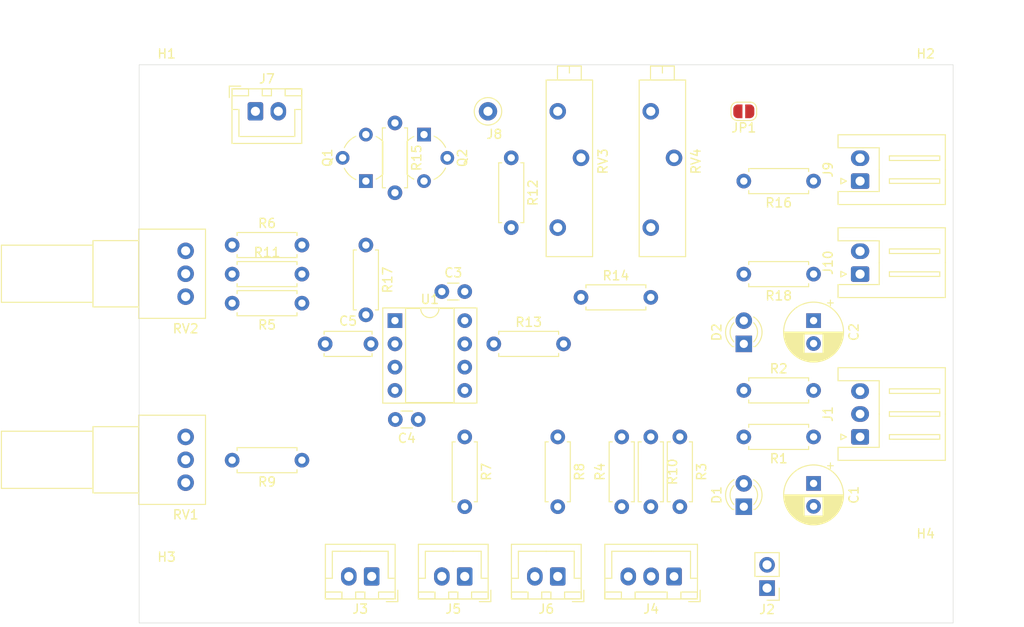
<source format=kicad_pcb>
(kicad_pcb (version 20171130) (host pcbnew "(5.1.6)-1")

  (general
    (thickness 1.6)
    (drawings 6)
    (tracks 0)
    (zones 0)
    (modules 47)
    (nets 27)
  )

  (page A4)
  (title_block
    (title Antilog-NPNO)
    (date 2020-12-26)
    (rev "Ver. 1.2")
    (company "PNPN Manufactory")
  )

  (layers
    (0 F.Cu signal)
    (31 B.Cu signal)
    (32 B.Adhes user)
    (33 F.Adhes user)
    (34 B.Paste user)
    (35 F.Paste user)
    (36 B.SilkS user)
    (37 F.SilkS user)
    (38 B.Mask user)
    (39 F.Mask user)
    (40 Dwgs.User user)
    (41 Cmts.User user)
    (42 Eco1.User user)
    (43 Eco2.User user)
    (44 Edge.Cuts user)
    (45 Margin user)
    (46 B.CrtYd user)
    (47 F.CrtYd user)
    (48 B.Fab user)
    (49 F.Fab user hide)
  )

  (setup
    (last_trace_width 0.25)
    (user_trace_width 0.5)
    (user_trace_width 0.75)
    (trace_clearance 0.2)
    (zone_clearance 0.508)
    (zone_45_only no)
    (trace_min 0.2)
    (via_size 0.8)
    (via_drill 0.4)
    (via_min_size 0.4)
    (via_min_drill 0.3)
    (uvia_size 0.3)
    (uvia_drill 0.1)
    (uvias_allowed no)
    (uvia_min_size 0.2)
    (uvia_min_drill 0.1)
    (edge_width 0.05)
    (segment_width 0.2)
    (pcb_text_width 0.3)
    (pcb_text_size 1.5 1.5)
    (mod_edge_width 0.12)
    (mod_text_size 1 1)
    (mod_text_width 0.15)
    (pad_size 1.524 1.524)
    (pad_drill 0.762)
    (pad_to_mask_clearance 0.05)
    (aux_axis_origin 0 0)
    (visible_elements 7FFFFFFF)
    (pcbplotparams
      (layerselection 0x010fc_ffffffff)
      (usegerberextensions false)
      (usegerberattributes true)
      (usegerberadvancedattributes true)
      (creategerberjobfile true)
      (excludeedgelayer true)
      (linewidth 0.100000)
      (plotframeref false)
      (viasonmask false)
      (mode 1)
      (useauxorigin false)
      (hpglpennumber 1)
      (hpglpenspeed 20)
      (hpglpendiameter 15.000000)
      (psnegative false)
      (psa4output false)
      (plotreference true)
      (plotvalue true)
      (plotinvisibletext false)
      (padsonsilk false)
      (subtractmaskfromsilk false)
      (outputformat 1)
      (mirror false)
      (drillshape 1)
      (scaleselection 1)
      (outputdirectory ""))
  )

  (net 0 "")
  (net 1 GND)
  (net 2 +12V)
  (net 3 -12V)
  (net 4 "Net-(C5-Pad2)")
  (net 5 "Net-(C5-Pad1)")
  (net 6 "Net-(D1-Pad2)")
  (net 7 "Net-(D2-Pad1)")
  (net 8 "Net-(J3-Pad1)")
  (net 9 "Net-(J4-Pad3)")
  (net 10 "Net-(J4-Pad2)")
  (net 11 "Net-(J4-Pad1)")
  (net 12 "Net-(J5-Pad1)")
  (net 13 "Net-(J6-Pad1)")
  (net 14 "Net-(J7-Pad1)")
  (net 15 "Net-(J8-Pad1)")
  (net 16 "Net-(J9-Pad1)")
  (net 17 "Net-(J10-Pad1)")
  (net 18 "Net-(Q1-Pad1)")
  (net 19 "Net-(Q1-Pad3)")
  (net 20 "Net-(Q2-Pad2)")
  (net 21 "Net-(R5-Pad2)")
  (net 22 "Net-(R6-Pad1)")
  (net 23 "Net-(R10-Pad1)")
  (net 24 "Net-(R9-Pad2)")
  (net 25 "Net-(R13-Pad1)")
  (net 26 "Net-(R14-Pad2)")

  (net_class Default "これはデフォルトのネット クラスです。"
    (clearance 0.2)
    (trace_width 0.25)
    (via_dia 0.8)
    (via_drill 0.4)
    (uvia_dia 0.3)
    (uvia_drill 0.1)
    (add_net +12V)
    (add_net -12V)
    (add_net GND)
    (add_net "Net-(C5-Pad1)")
    (add_net "Net-(C5-Pad2)")
    (add_net "Net-(D1-Pad2)")
    (add_net "Net-(D2-Pad1)")
    (add_net "Net-(J10-Pad1)")
    (add_net "Net-(J3-Pad1)")
    (add_net "Net-(J4-Pad1)")
    (add_net "Net-(J4-Pad2)")
    (add_net "Net-(J4-Pad3)")
    (add_net "Net-(J5-Pad1)")
    (add_net "Net-(J6-Pad1)")
    (add_net "Net-(J7-Pad1)")
    (add_net "Net-(J8-Pad1)")
    (add_net "Net-(J9-Pad1)")
    (add_net "Net-(Q1-Pad1)")
    (add_net "Net-(Q1-Pad3)")
    (add_net "Net-(Q2-Pad2)")
    (add_net "Net-(R10-Pad1)")
    (add_net "Net-(R13-Pad1)")
    (add_net "Net-(R14-Pad2)")
    (add_net "Net-(R5-Pad2)")
    (add_net "Net-(R6-Pad1)")
    (add_net "Net-(R9-Pad2)")
  )

  (module Connector_JST:JST_XH_S3B-XH-A_1x03_P2.50mm_Horizontal (layer F.Cu) (tedit 5C281475) (tstamp 5FE70AE5)
    (at 187.96 109.22 90)
    (descr "JST XH series connector, S3B-XH-A (http://www.jst-mfg.com/product/pdf/eng/eXH.pdf), generated with kicad-footprint-generator")
    (tags "connector JST XH horizontal")
    (path /5F9C63CF)
    (fp_text reference J1 (at 2.5 -3.5 90) (layer F.SilkS)
      (effects (font (size 1 1) (thickness 0.15)))
    )
    (fp_text value PWR_IN (at 2.5 10.4 90) (layer F.Fab)
      (effects (font (size 1 1) (thickness 0.15)))
    )
    (fp_line (start -2.95 -2.8) (end -2.95 9.7) (layer F.CrtYd) (width 0.05))
    (fp_line (start -2.95 9.7) (end 7.95 9.7) (layer F.CrtYd) (width 0.05))
    (fp_line (start 7.95 9.7) (end 7.95 -2.8) (layer F.CrtYd) (width 0.05))
    (fp_line (start 7.95 -2.8) (end -2.95 -2.8) (layer F.CrtYd) (width 0.05))
    (fp_line (start 2.5 9.31) (end -2.56 9.31) (layer F.SilkS) (width 0.12))
    (fp_line (start -2.56 9.31) (end -2.56 -2.41) (layer F.SilkS) (width 0.12))
    (fp_line (start -2.56 -2.41) (end -1.14 -2.41) (layer F.SilkS) (width 0.12))
    (fp_line (start -1.14 -2.41) (end -1.14 2.09) (layer F.SilkS) (width 0.12))
    (fp_line (start -1.14 2.09) (end 2.5 2.09) (layer F.SilkS) (width 0.12))
    (fp_line (start 2.5 9.31) (end 7.56 9.31) (layer F.SilkS) (width 0.12))
    (fp_line (start 7.56 9.31) (end 7.56 -2.41) (layer F.SilkS) (width 0.12))
    (fp_line (start 7.56 -2.41) (end 6.14 -2.41) (layer F.SilkS) (width 0.12))
    (fp_line (start 6.14 -2.41) (end 6.14 2.09) (layer F.SilkS) (width 0.12))
    (fp_line (start 6.14 2.09) (end 2.5 2.09) (layer F.SilkS) (width 0.12))
    (fp_line (start 2.5 9.2) (end -2.45 9.2) (layer F.Fab) (width 0.1))
    (fp_line (start -2.45 9.2) (end -2.45 -2.3) (layer F.Fab) (width 0.1))
    (fp_line (start -2.45 -2.3) (end -1.25 -2.3) (layer F.Fab) (width 0.1))
    (fp_line (start -1.25 -2.3) (end -1.25 2.2) (layer F.Fab) (width 0.1))
    (fp_line (start -1.25 2.2) (end 2.5 2.2) (layer F.Fab) (width 0.1))
    (fp_line (start 2.5 9.2) (end 7.45 9.2) (layer F.Fab) (width 0.1))
    (fp_line (start 7.45 9.2) (end 7.45 -2.3) (layer F.Fab) (width 0.1))
    (fp_line (start 7.45 -2.3) (end 6.25 -2.3) (layer F.Fab) (width 0.1))
    (fp_line (start 6.25 -2.3) (end 6.25 2.2) (layer F.Fab) (width 0.1))
    (fp_line (start 6.25 2.2) (end 2.5 2.2) (layer F.Fab) (width 0.1))
    (fp_line (start -0.25 3.2) (end -0.25 8.7) (layer F.SilkS) (width 0.12))
    (fp_line (start -0.25 8.7) (end 0.25 8.7) (layer F.SilkS) (width 0.12))
    (fp_line (start 0.25 8.7) (end 0.25 3.2) (layer F.SilkS) (width 0.12))
    (fp_line (start 0.25 3.2) (end -0.25 3.2) (layer F.SilkS) (width 0.12))
    (fp_line (start 2.25 3.2) (end 2.25 8.7) (layer F.SilkS) (width 0.12))
    (fp_line (start 2.25 8.7) (end 2.75 8.7) (layer F.SilkS) (width 0.12))
    (fp_line (start 2.75 8.7) (end 2.75 3.2) (layer F.SilkS) (width 0.12))
    (fp_line (start 2.75 3.2) (end 2.25 3.2) (layer F.SilkS) (width 0.12))
    (fp_line (start 4.75 3.2) (end 4.75 8.7) (layer F.SilkS) (width 0.12))
    (fp_line (start 4.75 8.7) (end 5.25 8.7) (layer F.SilkS) (width 0.12))
    (fp_line (start 5.25 8.7) (end 5.25 3.2) (layer F.SilkS) (width 0.12))
    (fp_line (start 5.25 3.2) (end 4.75 3.2) (layer F.SilkS) (width 0.12))
    (fp_line (start 0 -1.5) (end -0.3 -2.1) (layer F.SilkS) (width 0.12))
    (fp_line (start -0.3 -2.1) (end 0.3 -2.1) (layer F.SilkS) (width 0.12))
    (fp_line (start 0.3 -2.1) (end 0 -1.5) (layer F.SilkS) (width 0.12))
    (fp_line (start -0.625 2.2) (end 0 1.2) (layer F.Fab) (width 0.1))
    (fp_line (start 0 1.2) (end 0.625 2.2) (layer F.Fab) (width 0.1))
    (fp_text user %R (at 2.5 3.45 90) (layer F.Fab)
      (effects (font (size 1 1) (thickness 0.15)))
    )
    (pad 3 thru_hole oval (at 5 0 90) (size 1.7 1.95) (drill 0.95) (layers *.Cu *.Mask)
      (net 3 -12V))
    (pad 2 thru_hole oval (at 2.5 0 90) (size 1.7 1.95) (drill 0.95) (layers *.Cu *.Mask)
      (net 1 GND))
    (pad 1 thru_hole roundrect (at 0 0 90) (size 1.7 1.95) (drill 0.95) (layers *.Cu *.Mask) (roundrect_rratio 0.147059)
      (net 2 +12V))
    (model ${KISYS3DMOD}/Connector_JST.3dshapes/JST_XH_S3B-XH-A_1x03_P2.50mm_Horizontal.wrl
      (at (xyz 0 0 0))
      (scale (xyz 1 1 1))
      (rotate (xyz 0 0 0))
    )
  )

  (module Connector_JST:JST_XH_S2B-XH-A_1x02_P2.50mm_Horizontal (layer F.Cu) (tedit 5C281475) (tstamp 5FE70B70)
    (at 187.96 91.44 90)
    (descr "JST XH series connector, S2B-XH-A (http://www.jst-mfg.com/product/pdf/eng/eXH.pdf), generated with kicad-footprint-generator")
    (tags "connector JST XH horizontal")
    (path /5F9371F7)
    (fp_text reference J10 (at 1.25 -3.5 90) (layer F.SilkS)
      (effects (font (size 1 1) (thickness 0.15)))
    )
    (fp_text value I_SINK (at 1.25 10.4 90) (layer F.Fab)
      (effects (font (size 1 1) (thickness 0.15)))
    )
    (fp_line (start -2.95 -2.8) (end -2.95 9.7) (layer F.CrtYd) (width 0.05))
    (fp_line (start -2.95 9.7) (end 5.45 9.7) (layer F.CrtYd) (width 0.05))
    (fp_line (start 5.45 9.7) (end 5.45 -2.8) (layer F.CrtYd) (width 0.05))
    (fp_line (start 5.45 -2.8) (end -2.95 -2.8) (layer F.CrtYd) (width 0.05))
    (fp_line (start 1.25 9.31) (end -2.56 9.31) (layer F.SilkS) (width 0.12))
    (fp_line (start -2.56 9.31) (end -2.56 -2.41) (layer F.SilkS) (width 0.12))
    (fp_line (start -2.56 -2.41) (end -1.14 -2.41) (layer F.SilkS) (width 0.12))
    (fp_line (start -1.14 -2.41) (end -1.14 2.09) (layer F.SilkS) (width 0.12))
    (fp_line (start -1.14 2.09) (end 1.25 2.09) (layer F.SilkS) (width 0.12))
    (fp_line (start 1.25 9.31) (end 5.06 9.31) (layer F.SilkS) (width 0.12))
    (fp_line (start 5.06 9.31) (end 5.06 -2.41) (layer F.SilkS) (width 0.12))
    (fp_line (start 5.06 -2.41) (end 3.64 -2.41) (layer F.SilkS) (width 0.12))
    (fp_line (start 3.64 -2.41) (end 3.64 2.09) (layer F.SilkS) (width 0.12))
    (fp_line (start 3.64 2.09) (end 1.25 2.09) (layer F.SilkS) (width 0.12))
    (fp_line (start 1.25 9.2) (end -2.45 9.2) (layer F.Fab) (width 0.1))
    (fp_line (start -2.45 9.2) (end -2.45 -2.3) (layer F.Fab) (width 0.1))
    (fp_line (start -2.45 -2.3) (end -1.25 -2.3) (layer F.Fab) (width 0.1))
    (fp_line (start -1.25 -2.3) (end -1.25 2.2) (layer F.Fab) (width 0.1))
    (fp_line (start -1.25 2.2) (end 1.25 2.2) (layer F.Fab) (width 0.1))
    (fp_line (start 1.25 9.2) (end 4.95 9.2) (layer F.Fab) (width 0.1))
    (fp_line (start 4.95 9.2) (end 4.95 -2.3) (layer F.Fab) (width 0.1))
    (fp_line (start 4.95 -2.3) (end 3.75 -2.3) (layer F.Fab) (width 0.1))
    (fp_line (start 3.75 -2.3) (end 3.75 2.2) (layer F.Fab) (width 0.1))
    (fp_line (start 3.75 2.2) (end 1.25 2.2) (layer F.Fab) (width 0.1))
    (fp_line (start -0.25 3.2) (end -0.25 8.7) (layer F.SilkS) (width 0.12))
    (fp_line (start -0.25 8.7) (end 0.25 8.7) (layer F.SilkS) (width 0.12))
    (fp_line (start 0.25 8.7) (end 0.25 3.2) (layer F.SilkS) (width 0.12))
    (fp_line (start 0.25 3.2) (end -0.25 3.2) (layer F.SilkS) (width 0.12))
    (fp_line (start 2.25 3.2) (end 2.25 8.7) (layer F.SilkS) (width 0.12))
    (fp_line (start 2.25 8.7) (end 2.75 8.7) (layer F.SilkS) (width 0.12))
    (fp_line (start 2.75 8.7) (end 2.75 3.2) (layer F.SilkS) (width 0.12))
    (fp_line (start 2.75 3.2) (end 2.25 3.2) (layer F.SilkS) (width 0.12))
    (fp_line (start 0 -1.5) (end -0.3 -2.1) (layer F.SilkS) (width 0.12))
    (fp_line (start -0.3 -2.1) (end 0.3 -2.1) (layer F.SilkS) (width 0.12))
    (fp_line (start 0.3 -2.1) (end 0 -1.5) (layer F.SilkS) (width 0.12))
    (fp_line (start -0.625 2.2) (end 0 1.2) (layer F.Fab) (width 0.1))
    (fp_line (start 0 1.2) (end 0.625 2.2) (layer F.Fab) (width 0.1))
    (fp_text user %R (at 1.25 3.45 90) (layer F.Fab)
      (effects (font (size 1 1) (thickness 0.15)))
    )
    (pad 2 thru_hole oval (at 2.5 0 90) (size 1.7 2) (drill 1) (layers *.Cu *.Mask)
      (net 1 GND))
    (pad 1 thru_hole roundrect (at 0 0 90) (size 1.7 2) (drill 1) (layers *.Cu *.Mask) (roundrect_rratio 0.147059)
      (net 17 "Net-(J10-Pad1)"))
    (model ${KISYS3DMOD}/Connector_JST.3dshapes/JST_XH_S2B-XH-A_1x02_P2.50mm_Horizontal.wrl
      (at (xyz 0 0 0))
      (scale (xyz 1 1 1))
      (rotate (xyz 0 0 0))
    )
  )

  (module Connector_JST:JST_XH_S2B-XH-A_1x02_P2.50mm_Horizontal (layer F.Cu) (tedit 5C281475) (tstamp 5FE70C33)
    (at 187.96 81.28 90)
    (descr "JST XH series connector, S2B-XH-A (http://www.jst-mfg.com/product/pdf/eng/eXH.pdf), generated with kicad-footprint-generator")
    (tags "connector JST XH horizontal")
    (path /5F9308D1)
    (fp_text reference J9 (at 1.25 -3.5 90) (layer F.SilkS)
      (effects (font (size 1 1) (thickness 0.15)))
    )
    (fp_text value VREF (at 1.25 10.4 90) (layer F.Fab)
      (effects (font (size 1 1) (thickness 0.15)))
    )
    (fp_line (start -2.95 -2.8) (end -2.95 9.7) (layer F.CrtYd) (width 0.05))
    (fp_line (start -2.95 9.7) (end 5.45 9.7) (layer F.CrtYd) (width 0.05))
    (fp_line (start 5.45 9.7) (end 5.45 -2.8) (layer F.CrtYd) (width 0.05))
    (fp_line (start 5.45 -2.8) (end -2.95 -2.8) (layer F.CrtYd) (width 0.05))
    (fp_line (start 1.25 9.31) (end -2.56 9.31) (layer F.SilkS) (width 0.12))
    (fp_line (start -2.56 9.31) (end -2.56 -2.41) (layer F.SilkS) (width 0.12))
    (fp_line (start -2.56 -2.41) (end -1.14 -2.41) (layer F.SilkS) (width 0.12))
    (fp_line (start -1.14 -2.41) (end -1.14 2.09) (layer F.SilkS) (width 0.12))
    (fp_line (start -1.14 2.09) (end 1.25 2.09) (layer F.SilkS) (width 0.12))
    (fp_line (start 1.25 9.31) (end 5.06 9.31) (layer F.SilkS) (width 0.12))
    (fp_line (start 5.06 9.31) (end 5.06 -2.41) (layer F.SilkS) (width 0.12))
    (fp_line (start 5.06 -2.41) (end 3.64 -2.41) (layer F.SilkS) (width 0.12))
    (fp_line (start 3.64 -2.41) (end 3.64 2.09) (layer F.SilkS) (width 0.12))
    (fp_line (start 3.64 2.09) (end 1.25 2.09) (layer F.SilkS) (width 0.12))
    (fp_line (start 1.25 9.2) (end -2.45 9.2) (layer F.Fab) (width 0.1))
    (fp_line (start -2.45 9.2) (end -2.45 -2.3) (layer F.Fab) (width 0.1))
    (fp_line (start -2.45 -2.3) (end -1.25 -2.3) (layer F.Fab) (width 0.1))
    (fp_line (start -1.25 -2.3) (end -1.25 2.2) (layer F.Fab) (width 0.1))
    (fp_line (start -1.25 2.2) (end 1.25 2.2) (layer F.Fab) (width 0.1))
    (fp_line (start 1.25 9.2) (end 4.95 9.2) (layer F.Fab) (width 0.1))
    (fp_line (start 4.95 9.2) (end 4.95 -2.3) (layer F.Fab) (width 0.1))
    (fp_line (start 4.95 -2.3) (end 3.75 -2.3) (layer F.Fab) (width 0.1))
    (fp_line (start 3.75 -2.3) (end 3.75 2.2) (layer F.Fab) (width 0.1))
    (fp_line (start 3.75 2.2) (end 1.25 2.2) (layer F.Fab) (width 0.1))
    (fp_line (start -0.25 3.2) (end -0.25 8.7) (layer F.SilkS) (width 0.12))
    (fp_line (start -0.25 8.7) (end 0.25 8.7) (layer F.SilkS) (width 0.12))
    (fp_line (start 0.25 8.7) (end 0.25 3.2) (layer F.SilkS) (width 0.12))
    (fp_line (start 0.25 3.2) (end -0.25 3.2) (layer F.SilkS) (width 0.12))
    (fp_line (start 2.25 3.2) (end 2.25 8.7) (layer F.SilkS) (width 0.12))
    (fp_line (start 2.25 8.7) (end 2.75 8.7) (layer F.SilkS) (width 0.12))
    (fp_line (start 2.75 8.7) (end 2.75 3.2) (layer F.SilkS) (width 0.12))
    (fp_line (start 2.75 3.2) (end 2.25 3.2) (layer F.SilkS) (width 0.12))
    (fp_line (start 0 -1.5) (end -0.3 -2.1) (layer F.SilkS) (width 0.12))
    (fp_line (start -0.3 -2.1) (end 0.3 -2.1) (layer F.SilkS) (width 0.12))
    (fp_line (start 0.3 -2.1) (end 0 -1.5) (layer F.SilkS) (width 0.12))
    (fp_line (start -0.625 2.2) (end 0 1.2) (layer F.Fab) (width 0.1))
    (fp_line (start 0 1.2) (end 0.625 2.2) (layer F.Fab) (width 0.1))
    (fp_text user %R (at 1.25 3.45 90) (layer F.Fab)
      (effects (font (size 1 1) (thickness 0.15)))
    )
    (pad 2 thru_hole oval (at 2.5 0 90) (size 1.7 2) (drill 1) (layers *.Cu *.Mask)
      (net 1 GND))
    (pad 1 thru_hole roundrect (at 0 0 90) (size 1.7 2) (drill 1) (layers *.Cu *.Mask) (roundrect_rratio 0.147059)
      (net 16 "Net-(J9-Pad1)"))
    (model ${KISYS3DMOD}/Connector_JST.3dshapes/JST_XH_S2B-XH-A_1x02_P2.50mm_Horizontal.wrl
      (at (xyz 0 0 0))
      (scale (xyz 1 1 1))
      (rotate (xyz 0 0 0))
    )
  )

  (module Potentiometer_THT:Potentiometer_Bourns_3006P_Horizontal (layer F.Cu) (tedit 5A3D4994) (tstamp 5FE49C9D)
    (at 165.1 86.36 270)
    (descr "Potentiometer, horizontal, Bourns 3006P, https://www.bourns.com/docs/Product-Datasheets/3006.pdf")
    (tags "Potentiometer horizontal Bourns 3006P")
    (path /5F8E7582)
    (fp_text reference RV4 (at -7.235 -4.935 90) (layer F.SilkS)
      (effects (font (size 1 1) (thickness 0.15)))
    )
    (fp_text value 50k/Multi (at -7.235 2.395 90) (layer F.Fab)
      (effects (font (size 1 1) (thickness 0.15)))
    )
    (fp_line (start -16 -3.685) (end -16 1.145) (layer F.Fab) (width 0.1))
    (fp_line (start -16 1.145) (end 3.05 1.145) (layer F.Fab) (width 0.1))
    (fp_line (start 3.05 1.145) (end 3.05 -3.685) (layer F.Fab) (width 0.1))
    (fp_line (start 3.05 -3.685) (end -16 -3.685) (layer F.Fab) (width 0.1))
    (fp_line (start -17.52 -2.45) (end -17.52 -0.09) (layer F.Fab) (width 0.1))
    (fp_line (start -17.52 -0.09) (end -16 -0.09) (layer F.Fab) (width 0.1))
    (fp_line (start -16 -0.09) (end -16 -2.45) (layer F.Fab) (width 0.1))
    (fp_line (start -16 -2.45) (end -17.52 -2.45) (layer F.Fab) (width 0.1))
    (fp_line (start -17.52 -1.27) (end -16.76 -1.27) (layer F.Fab) (width 0.1))
    (fp_line (start -16.12 -3.805) (end 3.17 -3.805) (layer F.SilkS) (width 0.12))
    (fp_line (start -16.12 1.265) (end 3.17 1.265) (layer F.SilkS) (width 0.12))
    (fp_line (start -16.12 -3.805) (end -16.12 1.265) (layer F.SilkS) (width 0.12))
    (fp_line (start 3.17 -3.805) (end 3.17 1.265) (layer F.SilkS) (width 0.12))
    (fp_line (start -17.64 -2.569) (end -16.121 -2.569) (layer F.SilkS) (width 0.12))
    (fp_line (start -17.64 0.03) (end -16.121 0.03) (layer F.SilkS) (width 0.12))
    (fp_line (start -17.64 -2.569) (end -17.64 0.03) (layer F.SilkS) (width 0.12))
    (fp_line (start -16.121 -2.569) (end -16.121 0.03) (layer F.SilkS) (width 0.12))
    (fp_line (start -17.64 -1.27) (end -16.881 -1.27) (layer F.SilkS) (width 0.12))
    (fp_line (start -17.8 -3.95) (end -17.8 1.4) (layer F.CrtYd) (width 0.05))
    (fp_line (start -17.8 1.4) (end 3.35 1.4) (layer F.CrtYd) (width 0.05))
    (fp_line (start 3.35 1.4) (end 3.35 -3.95) (layer F.CrtYd) (width 0.05))
    (fp_line (start 3.35 -3.95) (end -17.8 -3.95) (layer F.CrtYd) (width 0.05))
    (fp_text user %R (at -6.475 -1.27 90) (layer F.Fab)
      (effects (font (size 1 1) (thickness 0.15)))
    )
    (pad 3 thru_hole circle (at -12.7 0 270) (size 1.8 1.8) (drill 1) (layers *.Cu *.Mask)
      (net 25 "Net-(R13-Pad1)"))
    (pad 2 thru_hole circle (at -7.62 -2.54 270) (size 1.8 1.8) (drill 1) (layers *.Cu *.Mask)
      (net 25 "Net-(R13-Pad1)"))
    (pad 1 thru_hole circle (at 0 0 270) (size 1.8 1.8) (drill 1) (layers *.Cu *.Mask)
      (net 26 "Net-(R14-Pad2)"))
    (model ${KISYS3DMOD}/Potentiometer_THT.3dshapes/Potentiometer_Bourns_3006P_Horizontal.wrl
      (at (xyz 0 0 0))
      (scale (xyz 1 1 1))
      (rotate (xyz 0 0 0))
    )
  )

  (module Potentiometer_THT:Potentiometer_Bourns_3006P_Horizontal (layer F.Cu) (tedit 5A3D4994) (tstamp 5FE49C7F)
    (at 154.94 86.36 270)
    (descr "Potentiometer, horizontal, Bourns 3006P, https://www.bourns.com/docs/Product-Datasheets/3006.pdf")
    (tags "Potentiometer horizontal Bourns 3006P")
    (path /5F8E5E0D)
    (fp_text reference RV3 (at -7.235 -4.935 90) (layer F.SilkS)
      (effects (font (size 1 1) (thickness 0.15)))
    )
    (fp_text value 10k/Multi (at -7.235 2.395 90) (layer F.Fab)
      (effects (font (size 1 1) (thickness 0.15)))
    )
    (fp_line (start -16 -3.685) (end -16 1.145) (layer F.Fab) (width 0.1))
    (fp_line (start -16 1.145) (end 3.05 1.145) (layer F.Fab) (width 0.1))
    (fp_line (start 3.05 1.145) (end 3.05 -3.685) (layer F.Fab) (width 0.1))
    (fp_line (start 3.05 -3.685) (end -16 -3.685) (layer F.Fab) (width 0.1))
    (fp_line (start -17.52 -2.45) (end -17.52 -0.09) (layer F.Fab) (width 0.1))
    (fp_line (start -17.52 -0.09) (end -16 -0.09) (layer F.Fab) (width 0.1))
    (fp_line (start -16 -0.09) (end -16 -2.45) (layer F.Fab) (width 0.1))
    (fp_line (start -16 -2.45) (end -17.52 -2.45) (layer F.Fab) (width 0.1))
    (fp_line (start -17.52 -1.27) (end -16.76 -1.27) (layer F.Fab) (width 0.1))
    (fp_line (start -16.12 -3.805) (end 3.17 -3.805) (layer F.SilkS) (width 0.12))
    (fp_line (start -16.12 1.265) (end 3.17 1.265) (layer F.SilkS) (width 0.12))
    (fp_line (start -16.12 -3.805) (end -16.12 1.265) (layer F.SilkS) (width 0.12))
    (fp_line (start 3.17 -3.805) (end 3.17 1.265) (layer F.SilkS) (width 0.12))
    (fp_line (start -17.64 -2.569) (end -16.121 -2.569) (layer F.SilkS) (width 0.12))
    (fp_line (start -17.64 0.03) (end -16.121 0.03) (layer F.SilkS) (width 0.12))
    (fp_line (start -17.64 -2.569) (end -17.64 0.03) (layer F.SilkS) (width 0.12))
    (fp_line (start -16.121 -2.569) (end -16.121 0.03) (layer F.SilkS) (width 0.12))
    (fp_line (start -17.64 -1.27) (end -16.881 -1.27) (layer F.SilkS) (width 0.12))
    (fp_line (start -17.8 -3.95) (end -17.8 1.4) (layer F.CrtYd) (width 0.05))
    (fp_line (start -17.8 1.4) (end 3.35 1.4) (layer F.CrtYd) (width 0.05))
    (fp_line (start 3.35 1.4) (end 3.35 -3.95) (layer F.CrtYd) (width 0.05))
    (fp_line (start 3.35 -3.95) (end -17.8 -3.95) (layer F.CrtYd) (width 0.05))
    (fp_text user %R (at -6.475 -1.27 90) (layer F.Fab)
      (effects (font (size 1 1) (thickness 0.15)))
    )
    (pad 3 thru_hole circle (at -12.7 0 270) (size 1.8 1.8) (drill 1) (layers *.Cu *.Mask)
      (net 2 +12V))
    (pad 2 thru_hole circle (at -7.62 -2.54 270) (size 1.8 1.8) (drill 1) (layers *.Cu *.Mask)
      (net 15 "Net-(J8-Pad1)"))
    (pad 1 thru_hole circle (at 0 0 270) (size 1.8 1.8) (drill 1) (layers *.Cu *.Mask)
      (net 3 -12V))
    (model ${KISYS3DMOD}/Potentiometer_THT.3dshapes/Potentiometer_Bourns_3006P_Horizontal.wrl
      (at (xyz 0 0 0))
      (scale (xyz 1 1 1))
      (rotate (xyz 0 0 0))
    )
  )

  (module Package_DIP:DIP-8_W7.62mm_Socket (layer F.Cu) (tedit 5A02E8C5) (tstamp 5FE49CC1)
    (at 137.16 96.52)
    (descr "8-lead though-hole mounted DIP package, row spacing 7.62 mm (300 mils), Socket")
    (tags "THT DIP DIL PDIP 2.54mm 7.62mm 300mil Socket")
    (path /5F8E2874)
    (fp_text reference U1 (at 3.81 -2.33) (layer F.SilkS)
      (effects (font (size 1 1) (thickness 0.15)))
    )
    (fp_text value TL072 (at 3.81 9.95) (layer F.Fab)
      (effects (font (size 1 1) (thickness 0.15)))
    )
    (fp_line (start 1.635 -1.27) (end 6.985 -1.27) (layer F.Fab) (width 0.1))
    (fp_line (start 6.985 -1.27) (end 6.985 8.89) (layer F.Fab) (width 0.1))
    (fp_line (start 6.985 8.89) (end 0.635 8.89) (layer F.Fab) (width 0.1))
    (fp_line (start 0.635 8.89) (end 0.635 -0.27) (layer F.Fab) (width 0.1))
    (fp_line (start 0.635 -0.27) (end 1.635 -1.27) (layer F.Fab) (width 0.1))
    (fp_line (start -1.27 -1.33) (end -1.27 8.95) (layer F.Fab) (width 0.1))
    (fp_line (start -1.27 8.95) (end 8.89 8.95) (layer F.Fab) (width 0.1))
    (fp_line (start 8.89 8.95) (end 8.89 -1.33) (layer F.Fab) (width 0.1))
    (fp_line (start 8.89 -1.33) (end -1.27 -1.33) (layer F.Fab) (width 0.1))
    (fp_line (start 2.81 -1.33) (end 1.16 -1.33) (layer F.SilkS) (width 0.12))
    (fp_line (start 1.16 -1.33) (end 1.16 8.95) (layer F.SilkS) (width 0.12))
    (fp_line (start 1.16 8.95) (end 6.46 8.95) (layer F.SilkS) (width 0.12))
    (fp_line (start 6.46 8.95) (end 6.46 -1.33) (layer F.SilkS) (width 0.12))
    (fp_line (start 6.46 -1.33) (end 4.81 -1.33) (layer F.SilkS) (width 0.12))
    (fp_line (start -1.33 -1.39) (end -1.33 9.01) (layer F.SilkS) (width 0.12))
    (fp_line (start -1.33 9.01) (end 8.95 9.01) (layer F.SilkS) (width 0.12))
    (fp_line (start 8.95 9.01) (end 8.95 -1.39) (layer F.SilkS) (width 0.12))
    (fp_line (start 8.95 -1.39) (end -1.33 -1.39) (layer F.SilkS) (width 0.12))
    (fp_line (start -1.55 -1.6) (end -1.55 9.2) (layer F.CrtYd) (width 0.05))
    (fp_line (start -1.55 9.2) (end 9.15 9.2) (layer F.CrtYd) (width 0.05))
    (fp_line (start 9.15 9.2) (end 9.15 -1.6) (layer F.CrtYd) (width 0.05))
    (fp_line (start 9.15 -1.6) (end -1.55 -1.6) (layer F.CrtYd) (width 0.05))
    (fp_text user %R (at 3.81 3.81) (layer F.Fab)
      (effects (font (size 1 1) (thickness 0.15)))
    )
    (fp_arc (start 3.81 -1.33) (end 2.81 -1.33) (angle -180) (layer F.SilkS) (width 0.12))
    (pad 8 thru_hole oval (at 7.62 0) (size 1.6 1.6) (drill 0.8) (layers *.Cu *.Mask)
      (net 2 +12V))
    (pad 4 thru_hole oval (at 0 7.62) (size 1.6 1.6) (drill 0.8) (layers *.Cu *.Mask)
      (net 3 -12V))
    (pad 7 thru_hole oval (at 7.62 2.54) (size 1.6 1.6) (drill 0.8) (layers *.Cu *.Mask)
      (net 25 "Net-(R13-Pad1)"))
    (pad 3 thru_hole oval (at 0 5.08) (size 1.6 1.6) (drill 0.8) (layers *.Cu *.Mask)
      (net 1 GND))
    (pad 6 thru_hole oval (at 7.62 5.08) (size 1.6 1.6) (drill 0.8) (layers *.Cu *.Mask)
      (net 23 "Net-(R10-Pad1)"))
    (pad 2 thru_hole oval (at 0 2.54) (size 1.6 1.6) (drill 0.8) (layers *.Cu *.Mask)
      (net 4 "Net-(C5-Pad2)"))
    (pad 5 thru_hole oval (at 7.62 7.62) (size 1.6 1.6) (drill 0.8) (layers *.Cu *.Mask)
      (net 1 GND))
    (pad 1 thru_hole rect (at 0 0) (size 1.6 1.6) (drill 0.8) (layers *.Cu *.Mask)
      (net 5 "Net-(C5-Pad1)"))
    (model ${KISYS3DMOD}/Package_DIP.3dshapes/DIP-8_W7.62mm_Socket.wrl
      (at (xyz 0 0 0))
      (scale (xyz 1 1 1))
      (rotate (xyz 0 0 0))
    )
  )

  (module Potentiometer_THT:Potentiometer_Alps_RK097_Single_Horizontal (layer F.Cu) (tedit 5A3D4993) (tstamp 5FE4A2D6)
    (at 114.3 88.9 180)
    (descr "Potentiometer, horizontal, Alps RK097 Single, http://www.alps.com/prod/info/E/HTML/Potentiometer/RotaryPotentiometers/RK097/RK097_list.html")
    (tags "Potentiometer horizontal Alps RK097 Single")
    (path /5F8DA31F)
    (fp_text reference RV2 (at 0 -8.5) (layer F.SilkS)
      (effects (font (size 1 1) (thickness 0.15)))
    )
    (fp_text value 50k/B (at 0 3.5) (layer F.Fab)
      (effects (font (size 1 1) (thickness 0.15)))
    )
    (fp_line (start -2.05 -7.25) (end -2.05 2.25) (layer F.Fab) (width 0.1))
    (fp_line (start -2.05 2.25) (end 5 2.25) (layer F.Fab) (width 0.1))
    (fp_line (start 5 2.25) (end 5 -7.25) (layer F.Fab) (width 0.1))
    (fp_line (start 5 -7.25) (end -2.05 -7.25) (layer F.Fab) (width 0.1))
    (fp_line (start 5 -6) (end 5 1) (layer F.Fab) (width 0.1))
    (fp_line (start 5 1) (end 10 1) (layer F.Fab) (width 0.1))
    (fp_line (start 10 1) (end 10 -6) (layer F.Fab) (width 0.1))
    (fp_line (start 10 -6) (end 5 -6) (layer F.Fab) (width 0.1))
    (fp_line (start 10 -5.5) (end 10 0.5) (layer F.Fab) (width 0.1))
    (fp_line (start 10 0.5) (end 20 0.5) (layer F.Fab) (width 0.1))
    (fp_line (start 20 0.5) (end 20 -5.5) (layer F.Fab) (width 0.1))
    (fp_line (start 20 -5.5) (end 10 -5.5) (layer F.Fab) (width 0.1))
    (fp_line (start -2.17 -7.37) (end 5.12 -7.37) (layer F.SilkS) (width 0.12))
    (fp_line (start -2.17 2.37) (end 5.12 2.37) (layer F.SilkS) (width 0.12))
    (fp_line (start -2.17 -7.37) (end -2.17 2.37) (layer F.SilkS) (width 0.12))
    (fp_line (start 5.12 -7.37) (end 5.12 2.37) (layer F.SilkS) (width 0.12))
    (fp_line (start 5.12 -6.12) (end 10.12 -6.12) (layer F.SilkS) (width 0.12))
    (fp_line (start 5.12 1.12) (end 10.12 1.12) (layer F.SilkS) (width 0.12))
    (fp_line (start 5.12 -6.12) (end 5.12 1.12) (layer F.SilkS) (width 0.12))
    (fp_line (start 10.12 -6.12) (end 10.12 1.12) (layer F.SilkS) (width 0.12))
    (fp_line (start 10.12 -5.62) (end 20.12 -5.62) (layer F.SilkS) (width 0.12))
    (fp_line (start 10.12 0.62) (end 20.12 0.62) (layer F.SilkS) (width 0.12))
    (fp_line (start 10.12 -5.62) (end 10.12 0.62) (layer F.SilkS) (width 0.12))
    (fp_line (start 20.12 -5.62) (end 20.12 0.62) (layer F.SilkS) (width 0.12))
    (fp_line (start -2.3 -7.5) (end -2.3 2.5) (layer F.CrtYd) (width 0.05))
    (fp_line (start -2.3 2.5) (end 20.25 2.5) (layer F.CrtYd) (width 0.05))
    (fp_line (start 20.25 2.5) (end 20.25 -7.5) (layer F.CrtYd) (width 0.05))
    (fp_line (start 20.25 -7.5) (end -2.3 -7.5) (layer F.CrtYd) (width 0.05))
    (fp_text user %R (at 1.475 -2.5) (layer F.Fab)
      (effects (font (size 1 1) (thickness 0.15)))
    )
    (pad 1 thru_hole circle (at 0 0 180) (size 1.8 1.8) (drill 1) (layers *.Cu *.Mask)
      (net 22 "Net-(R6-Pad1)"))
    (pad 2 thru_hole circle (at 0 -2.5 180) (size 1.8 1.8) (drill 1) (layers *.Cu *.Mask)
      (net 14 "Net-(J7-Pad1)"))
    (pad 3 thru_hole circle (at 0 -5 180) (size 1.8 1.8) (drill 1) (layers *.Cu *.Mask)
      (net 21 "Net-(R5-Pad2)"))
    (model ${KISYS3DMOD}/Potentiometer_THT.3dshapes/Potentiometer_Alps_RK097_Single_Horizontal.wrl
      (at (xyz 0 0 0))
      (scale (xyz 1 1 1))
      (rotate (xyz 0 0 0))
    )
  )

  (module Potentiometer_THT:Potentiometer_Alps_RK097_Single_Horizontal (layer F.Cu) (tedit 5A3D4993) (tstamp 5FE49C3D)
    (at 114.3 109.22 180)
    (descr "Potentiometer, horizontal, Alps RK097 Single, http://www.alps.com/prod/info/E/HTML/Potentiometer/RotaryPotentiometers/RK097/RK097_list.html")
    (tags "Potentiometer horizontal Alps RK097 Single")
    (path /5F8D932F)
    (fp_text reference RV1 (at 0 -8.5) (layer F.SilkS)
      (effects (font (size 1 1) (thickness 0.15)))
    )
    (fp_text value 50k/A (at 0 3.5) (layer F.Fab)
      (effects (font (size 1 1) (thickness 0.15)))
    )
    (fp_line (start -2.05 -7.25) (end -2.05 2.25) (layer F.Fab) (width 0.1))
    (fp_line (start -2.05 2.25) (end 5 2.25) (layer F.Fab) (width 0.1))
    (fp_line (start 5 2.25) (end 5 -7.25) (layer F.Fab) (width 0.1))
    (fp_line (start 5 -7.25) (end -2.05 -7.25) (layer F.Fab) (width 0.1))
    (fp_line (start 5 -6) (end 5 1) (layer F.Fab) (width 0.1))
    (fp_line (start 5 1) (end 10 1) (layer F.Fab) (width 0.1))
    (fp_line (start 10 1) (end 10 -6) (layer F.Fab) (width 0.1))
    (fp_line (start 10 -6) (end 5 -6) (layer F.Fab) (width 0.1))
    (fp_line (start 10 -5.5) (end 10 0.5) (layer F.Fab) (width 0.1))
    (fp_line (start 10 0.5) (end 20 0.5) (layer F.Fab) (width 0.1))
    (fp_line (start 20 0.5) (end 20 -5.5) (layer F.Fab) (width 0.1))
    (fp_line (start 20 -5.5) (end 10 -5.5) (layer F.Fab) (width 0.1))
    (fp_line (start -2.17 -7.37) (end 5.12 -7.37) (layer F.SilkS) (width 0.12))
    (fp_line (start -2.17 2.37) (end 5.12 2.37) (layer F.SilkS) (width 0.12))
    (fp_line (start -2.17 -7.37) (end -2.17 2.37) (layer F.SilkS) (width 0.12))
    (fp_line (start 5.12 -7.37) (end 5.12 2.37) (layer F.SilkS) (width 0.12))
    (fp_line (start 5.12 -6.12) (end 10.12 -6.12) (layer F.SilkS) (width 0.12))
    (fp_line (start 5.12 1.12) (end 10.12 1.12) (layer F.SilkS) (width 0.12))
    (fp_line (start 5.12 -6.12) (end 5.12 1.12) (layer F.SilkS) (width 0.12))
    (fp_line (start 10.12 -6.12) (end 10.12 1.12) (layer F.SilkS) (width 0.12))
    (fp_line (start 10.12 -5.62) (end 20.12 -5.62) (layer F.SilkS) (width 0.12))
    (fp_line (start 10.12 0.62) (end 20.12 0.62) (layer F.SilkS) (width 0.12))
    (fp_line (start 10.12 -5.62) (end 10.12 0.62) (layer F.SilkS) (width 0.12))
    (fp_line (start 20.12 -5.62) (end 20.12 0.62) (layer F.SilkS) (width 0.12))
    (fp_line (start -2.3 -7.5) (end -2.3 2.5) (layer F.CrtYd) (width 0.05))
    (fp_line (start -2.3 2.5) (end 20.25 2.5) (layer F.CrtYd) (width 0.05))
    (fp_line (start 20.25 2.5) (end 20.25 -7.5) (layer F.CrtYd) (width 0.05))
    (fp_line (start 20.25 -7.5) (end -2.3 -7.5) (layer F.CrtYd) (width 0.05))
    (fp_text user %R (at 1.475 -2.5) (layer F.Fab)
      (effects (font (size 1 1) (thickness 0.15)))
    )
    (pad 1 thru_hole circle (at 0 0 180) (size 1.8 1.8) (drill 1) (layers *.Cu *.Mask)
      (net 1 GND))
    (pad 2 thru_hole circle (at 0 -2.5 180) (size 1.8 1.8) (drill 1) (layers *.Cu *.Mask)
      (net 24 "Net-(R9-Pad2)"))
    (pad 3 thru_hole circle (at 0 -5 180) (size 1.8 1.8) (drill 1) (layers *.Cu *.Mask)
      (net 8 "Net-(J3-Pad1)"))
    (model ${KISYS3DMOD}/Potentiometer_THT.3dshapes/Potentiometer_Alps_RK097_Single_Horizontal.wrl
      (at (xyz 0 0 0))
      (scale (xyz 1 1 1))
      (rotate (xyz 0 0 0))
    )
  )

  (module Resistor_THT:R_Axial_DIN0207_L6.3mm_D2.5mm_P7.62mm_Horizontal (layer F.Cu) (tedit 5AE5139B) (tstamp 5FE73236)
    (at 182.88 91.44 180)
    (descr "Resistor, Axial_DIN0207 series, Axial, Horizontal, pin pitch=7.62mm, 0.25W = 1/4W, length*diameter=6.3*2.5mm^2, http://cdn-reichelt.de/documents/datenblatt/B400/1_4W%23YAG.pdf")
    (tags "Resistor Axial_DIN0207 series Axial Horizontal pin pitch 7.62mm 0.25W = 1/4W length 6.3mm diameter 2.5mm")
    (path /5F92FE0A)
    (fp_text reference R18 (at 3.81 -2.37) (layer F.SilkS)
      (effects (font (size 1 1) (thickness 0.15)))
    )
    (fp_text value 0 (at 3.81 2.37) (layer F.Fab)
      (effects (font (size 1 1) (thickness 0.15)))
    )
    (fp_line (start 0.66 -1.25) (end 0.66 1.25) (layer F.Fab) (width 0.1))
    (fp_line (start 0.66 1.25) (end 6.96 1.25) (layer F.Fab) (width 0.1))
    (fp_line (start 6.96 1.25) (end 6.96 -1.25) (layer F.Fab) (width 0.1))
    (fp_line (start 6.96 -1.25) (end 0.66 -1.25) (layer F.Fab) (width 0.1))
    (fp_line (start 0 0) (end 0.66 0) (layer F.Fab) (width 0.1))
    (fp_line (start 7.62 0) (end 6.96 0) (layer F.Fab) (width 0.1))
    (fp_line (start 0.54 -1.04) (end 0.54 -1.37) (layer F.SilkS) (width 0.12))
    (fp_line (start 0.54 -1.37) (end 7.08 -1.37) (layer F.SilkS) (width 0.12))
    (fp_line (start 7.08 -1.37) (end 7.08 -1.04) (layer F.SilkS) (width 0.12))
    (fp_line (start 0.54 1.04) (end 0.54 1.37) (layer F.SilkS) (width 0.12))
    (fp_line (start 0.54 1.37) (end 7.08 1.37) (layer F.SilkS) (width 0.12))
    (fp_line (start 7.08 1.37) (end 7.08 1.04) (layer F.SilkS) (width 0.12))
    (fp_line (start -1.05 -1.5) (end -1.05 1.5) (layer F.CrtYd) (width 0.05))
    (fp_line (start -1.05 1.5) (end 8.67 1.5) (layer F.CrtYd) (width 0.05))
    (fp_line (start 8.67 1.5) (end 8.67 -1.5) (layer F.CrtYd) (width 0.05))
    (fp_line (start 8.67 -1.5) (end -1.05 -1.5) (layer F.CrtYd) (width 0.05))
    (fp_text user %R (at 3.81 0) (layer F.Fab)
      (effects (font (size 1 1) (thickness 0.15)))
    )
    (pad 2 thru_hole oval (at 7.62 0 180) (size 1.6 1.6) (drill 0.8) (layers *.Cu *.Mask)
      (net 20 "Net-(Q2-Pad2)"))
    (pad 1 thru_hole circle (at 0 0 180) (size 1.6 1.6) (drill 0.8) (layers *.Cu *.Mask)
      (net 17 "Net-(J10-Pad1)"))
    (model ${KISYS3DMOD}/Resistor_THT.3dshapes/R_Axial_DIN0207_L6.3mm_D2.5mm_P7.62mm_Horizontal.wrl
      (at (xyz 0 0 0))
      (scale (xyz 1 1 1))
      (rotate (xyz 0 0 0))
    )
  )

  (module Resistor_THT:R_Axial_DIN0207_L6.3mm_D2.5mm_P7.62mm_Horizontal (layer F.Cu) (tedit 5AE5139B) (tstamp 5FE49C02)
    (at 133.985 88.265 270)
    (descr "Resistor, Axial_DIN0207 series, Axial, Horizontal, pin pitch=7.62mm, 0.25W = 1/4W, length*diameter=6.3*2.5mm^2, http://cdn-reichelt.de/documents/datenblatt/B400/1_4W%23YAG.pdf")
    (tags "Resistor Axial_DIN0207 series Axial Horizontal pin pitch 7.62mm 0.25W = 1/4W length 6.3mm diameter 2.5mm")
    (path /5F915829)
    (fp_text reference R17 (at 3.81 -2.37 90) (layer F.SilkS)
      (effects (font (size 1 1) (thickness 0.15)))
    )
    (fp_text value 1k (at 3.81 2.37 90) (layer F.Fab)
      (effects (font (size 1 1) (thickness 0.15)))
    )
    (fp_line (start 0.66 -1.25) (end 0.66 1.25) (layer F.Fab) (width 0.1))
    (fp_line (start 0.66 1.25) (end 6.96 1.25) (layer F.Fab) (width 0.1))
    (fp_line (start 6.96 1.25) (end 6.96 -1.25) (layer F.Fab) (width 0.1))
    (fp_line (start 6.96 -1.25) (end 0.66 -1.25) (layer F.Fab) (width 0.1))
    (fp_line (start 0 0) (end 0.66 0) (layer F.Fab) (width 0.1))
    (fp_line (start 7.62 0) (end 6.96 0) (layer F.Fab) (width 0.1))
    (fp_line (start 0.54 -1.04) (end 0.54 -1.37) (layer F.SilkS) (width 0.12))
    (fp_line (start 0.54 -1.37) (end 7.08 -1.37) (layer F.SilkS) (width 0.12))
    (fp_line (start 7.08 -1.37) (end 7.08 -1.04) (layer F.SilkS) (width 0.12))
    (fp_line (start 0.54 1.04) (end 0.54 1.37) (layer F.SilkS) (width 0.12))
    (fp_line (start 0.54 1.37) (end 7.08 1.37) (layer F.SilkS) (width 0.12))
    (fp_line (start 7.08 1.37) (end 7.08 1.04) (layer F.SilkS) (width 0.12))
    (fp_line (start -1.05 -1.5) (end -1.05 1.5) (layer F.CrtYd) (width 0.05))
    (fp_line (start -1.05 1.5) (end 8.67 1.5) (layer F.CrtYd) (width 0.05))
    (fp_line (start 8.67 1.5) (end 8.67 -1.5) (layer F.CrtYd) (width 0.05))
    (fp_line (start 8.67 -1.5) (end -1.05 -1.5) (layer F.CrtYd) (width 0.05))
    (fp_text user %R (at 3.81 0 90) (layer F.Fab)
      (effects (font (size 1 1) (thickness 0.15)))
    )
    (pad 2 thru_hole oval (at 7.62 0 270) (size 1.6 1.6) (drill 0.8) (layers *.Cu *.Mask)
      (net 5 "Net-(C5-Pad1)"))
    (pad 1 thru_hole circle (at 0 0 270) (size 1.6 1.6) (drill 0.8) (layers *.Cu *.Mask)
      (net 18 "Net-(Q1-Pad1)"))
    (model ${KISYS3DMOD}/Resistor_THT.3dshapes/R_Axial_DIN0207_L6.3mm_D2.5mm_P7.62mm_Horizontal.wrl
      (at (xyz 0 0 0))
      (scale (xyz 1 1 1))
      (rotate (xyz 0 0 0))
    )
  )

  (module Resistor_THT:R_Axial_DIN0207_L6.3mm_D2.5mm_P7.62mm_Horizontal (layer F.Cu) (tedit 5AE5139B) (tstamp 5FE72146)
    (at 182.88 81.28 180)
    (descr "Resistor, Axial_DIN0207 series, Axial, Horizontal, pin pitch=7.62mm, 0.25W = 1/4W, length*diameter=6.3*2.5mm^2, http://cdn-reichelt.de/documents/datenblatt/B400/1_4W%23YAG.pdf")
    (tags "Resistor Axial_DIN0207 series Axial Horizontal pin pitch 7.62mm 0.25W = 1/4W length 6.3mm diameter 2.5mm")
    (path /5F92F0A7)
    (fp_text reference R16 (at 3.81 -2.37) (layer F.SilkS)
      (effects (font (size 1 1) (thickness 0.15)))
    )
    (fp_text value 0 (at 3.81 2.37) (layer F.Fab)
      (effects (font (size 1 1) (thickness 0.15)))
    )
    (fp_line (start 0.66 -1.25) (end 0.66 1.25) (layer F.Fab) (width 0.1))
    (fp_line (start 0.66 1.25) (end 6.96 1.25) (layer F.Fab) (width 0.1))
    (fp_line (start 6.96 1.25) (end 6.96 -1.25) (layer F.Fab) (width 0.1))
    (fp_line (start 6.96 -1.25) (end 0.66 -1.25) (layer F.Fab) (width 0.1))
    (fp_line (start 0 0) (end 0.66 0) (layer F.Fab) (width 0.1))
    (fp_line (start 7.62 0) (end 6.96 0) (layer F.Fab) (width 0.1))
    (fp_line (start 0.54 -1.04) (end 0.54 -1.37) (layer F.SilkS) (width 0.12))
    (fp_line (start 0.54 -1.37) (end 7.08 -1.37) (layer F.SilkS) (width 0.12))
    (fp_line (start 7.08 -1.37) (end 7.08 -1.04) (layer F.SilkS) (width 0.12))
    (fp_line (start 0.54 1.04) (end 0.54 1.37) (layer F.SilkS) (width 0.12))
    (fp_line (start 0.54 1.37) (end 7.08 1.37) (layer F.SilkS) (width 0.12))
    (fp_line (start 7.08 1.37) (end 7.08 1.04) (layer F.SilkS) (width 0.12))
    (fp_line (start -1.05 -1.5) (end -1.05 1.5) (layer F.CrtYd) (width 0.05))
    (fp_line (start -1.05 1.5) (end 8.67 1.5) (layer F.CrtYd) (width 0.05))
    (fp_line (start 8.67 1.5) (end 8.67 -1.5) (layer F.CrtYd) (width 0.05))
    (fp_line (start 8.67 -1.5) (end -1.05 -1.5) (layer F.CrtYd) (width 0.05))
    (fp_text user %R (at 3.81 0) (layer F.Fab)
      (effects (font (size 1 1) (thickness 0.15)))
    )
    (pad 2 thru_hole oval (at 7.62 0 180) (size 1.6 1.6) (drill 0.8) (layers *.Cu *.Mask)
      (net 4 "Net-(C5-Pad2)"))
    (pad 1 thru_hole circle (at 0 0 180) (size 1.6 1.6) (drill 0.8) (layers *.Cu *.Mask)
      (net 16 "Net-(J9-Pad1)"))
    (model ${KISYS3DMOD}/Resistor_THT.3dshapes/R_Axial_DIN0207_L6.3mm_D2.5mm_P7.62mm_Horizontal.wrl
      (at (xyz 0 0 0))
      (scale (xyz 1 1 1))
      (rotate (xyz 0 0 0))
    )
  )

  (module Resistor_THT:R_Axial_DIN0207_L6.3mm_D2.5mm_P7.62mm_Horizontal (layer F.Cu) (tedit 5AE5139B) (tstamp 5FE72BBC)
    (at 137.16 74.93 270)
    (descr "Resistor, Axial_DIN0207 series, Axial, Horizontal, pin pitch=7.62mm, 0.25W = 1/4W, length*diameter=6.3*2.5mm^2, http://cdn-reichelt.de/documents/datenblatt/B400/1_4W%23YAG.pdf")
    (tags "Resistor Axial_DIN0207 series Axial Horizontal pin pitch 7.62mm 0.25W = 1/4W length 6.3mm diameter 2.5mm")
    (path /5F8E941A)
    (fp_text reference R15 (at 3.81 -2.37 90) (layer F.SilkS)
      (effects (font (size 1 1) (thickness 0.15)))
    )
    (fp_text value "1k tempco" (at 3.81 2.37 90) (layer F.Fab)
      (effects (font (size 1 1) (thickness 0.15)))
    )
    (fp_line (start 0.66 -1.25) (end 0.66 1.25) (layer F.Fab) (width 0.1))
    (fp_line (start 0.66 1.25) (end 6.96 1.25) (layer F.Fab) (width 0.1))
    (fp_line (start 6.96 1.25) (end 6.96 -1.25) (layer F.Fab) (width 0.1))
    (fp_line (start 6.96 -1.25) (end 0.66 -1.25) (layer F.Fab) (width 0.1))
    (fp_line (start 0 0) (end 0.66 0) (layer F.Fab) (width 0.1))
    (fp_line (start 7.62 0) (end 6.96 0) (layer F.Fab) (width 0.1))
    (fp_line (start 0.54 -1.04) (end 0.54 -1.37) (layer F.SilkS) (width 0.12))
    (fp_line (start 0.54 -1.37) (end 7.08 -1.37) (layer F.SilkS) (width 0.12))
    (fp_line (start 7.08 -1.37) (end 7.08 -1.04) (layer F.SilkS) (width 0.12))
    (fp_line (start 0.54 1.04) (end 0.54 1.37) (layer F.SilkS) (width 0.12))
    (fp_line (start 0.54 1.37) (end 7.08 1.37) (layer F.SilkS) (width 0.12))
    (fp_line (start 7.08 1.37) (end 7.08 1.04) (layer F.SilkS) (width 0.12))
    (fp_line (start -1.05 -1.5) (end -1.05 1.5) (layer F.CrtYd) (width 0.05))
    (fp_line (start -1.05 1.5) (end 8.67 1.5) (layer F.CrtYd) (width 0.05))
    (fp_line (start 8.67 1.5) (end 8.67 -1.5) (layer F.CrtYd) (width 0.05))
    (fp_line (start 8.67 -1.5) (end -1.05 -1.5) (layer F.CrtYd) (width 0.05))
    (fp_text user %R (at 3.81 0 90) (layer F.Fab)
      (effects (font (size 1 1) (thickness 0.15)))
    )
    (pad 2 thru_hole oval (at 7.62 0 270) (size 1.6 1.6) (drill 0.8) (layers *.Cu *.Mask)
      (net 1 GND))
    (pad 1 thru_hole circle (at 0 0 270) (size 1.6 1.6) (drill 0.8) (layers *.Cu *.Mask)
      (net 19 "Net-(Q1-Pad3)"))
    (model ${KISYS3DMOD}/Resistor_THT.3dshapes/R_Axial_DIN0207_L6.3mm_D2.5mm_P7.62mm_Horizontal.wrl
      (at (xyz 0 0 0))
      (scale (xyz 1 1 1))
      (rotate (xyz 0 0 0))
    )
  )

  (module Resistor_THT:R_Axial_DIN0207_L6.3mm_D2.5mm_P7.62mm_Horizontal (layer F.Cu) (tedit 5AE5139B) (tstamp 5FE49BBD)
    (at 157.48 93.98)
    (descr "Resistor, Axial_DIN0207 series, Axial, Horizontal, pin pitch=7.62mm, 0.25W = 1/4W, length*diameter=6.3*2.5mm^2, http://cdn-reichelt.de/documents/datenblatt/B400/1_4W%23YAG.pdf")
    (tags "Resistor Axial_DIN0207 series Axial Horizontal pin pitch 7.62mm 0.25W = 1/4W length 6.3mm diameter 2.5mm")
    (path /5F8E891A)
    (fp_text reference R14 (at 3.81 -2.37) (layer F.SilkS)
      (effects (font (size 1 1) (thickness 0.15)))
    )
    (fp_text value 10k (at 3.81 2.37) (layer F.Fab)
      (effects (font (size 1 1) (thickness 0.15)))
    )
    (fp_line (start 0.66 -1.25) (end 0.66 1.25) (layer F.Fab) (width 0.1))
    (fp_line (start 0.66 1.25) (end 6.96 1.25) (layer F.Fab) (width 0.1))
    (fp_line (start 6.96 1.25) (end 6.96 -1.25) (layer F.Fab) (width 0.1))
    (fp_line (start 6.96 -1.25) (end 0.66 -1.25) (layer F.Fab) (width 0.1))
    (fp_line (start 0 0) (end 0.66 0) (layer F.Fab) (width 0.1))
    (fp_line (start 7.62 0) (end 6.96 0) (layer F.Fab) (width 0.1))
    (fp_line (start 0.54 -1.04) (end 0.54 -1.37) (layer F.SilkS) (width 0.12))
    (fp_line (start 0.54 -1.37) (end 7.08 -1.37) (layer F.SilkS) (width 0.12))
    (fp_line (start 7.08 -1.37) (end 7.08 -1.04) (layer F.SilkS) (width 0.12))
    (fp_line (start 0.54 1.04) (end 0.54 1.37) (layer F.SilkS) (width 0.12))
    (fp_line (start 0.54 1.37) (end 7.08 1.37) (layer F.SilkS) (width 0.12))
    (fp_line (start 7.08 1.37) (end 7.08 1.04) (layer F.SilkS) (width 0.12))
    (fp_line (start -1.05 -1.5) (end -1.05 1.5) (layer F.CrtYd) (width 0.05))
    (fp_line (start -1.05 1.5) (end 8.67 1.5) (layer F.CrtYd) (width 0.05))
    (fp_line (start 8.67 1.5) (end 8.67 -1.5) (layer F.CrtYd) (width 0.05))
    (fp_line (start 8.67 -1.5) (end -1.05 -1.5) (layer F.CrtYd) (width 0.05))
    (fp_text user %R (at 3.81 0) (layer F.Fab)
      (effects (font (size 1 1) (thickness 0.15)))
    )
    (pad 2 thru_hole oval (at 7.62 0) (size 1.6 1.6) (drill 0.8) (layers *.Cu *.Mask)
      (net 26 "Net-(R14-Pad2)"))
    (pad 1 thru_hole circle (at 0 0) (size 1.6 1.6) (drill 0.8) (layers *.Cu *.Mask)
      (net 19 "Net-(Q1-Pad3)"))
    (model ${KISYS3DMOD}/Resistor_THT.3dshapes/R_Axial_DIN0207_L6.3mm_D2.5mm_P7.62mm_Horizontal.wrl
      (at (xyz 0 0 0))
      (scale (xyz 1 1 1))
      (rotate (xyz 0 0 0))
    )
  )

  (module Resistor_THT:R_Axial_DIN0207_L6.3mm_D2.5mm_P7.62mm_Horizontal (layer F.Cu) (tedit 5AE5139B) (tstamp 5FE49BA6)
    (at 147.955 99.06)
    (descr "Resistor, Axial_DIN0207 series, Axial, Horizontal, pin pitch=7.62mm, 0.25W = 1/4W, length*diameter=6.3*2.5mm^2, http://cdn-reichelt.de/documents/datenblatt/B400/1_4W%23YAG.pdf")
    (tags "Resistor Axial_DIN0207 series Axial Horizontal pin pitch 7.62mm 0.25W = 1/4W length 6.3mm diameter 2.5mm")
    (path /5F8E6DDF)
    (fp_text reference R13 (at 3.81 -2.37) (layer F.SilkS)
      (effects (font (size 1 1) (thickness 0.15)))
    )
    (fp_text value 470k (at 3.81 2.37) (layer F.Fab)
      (effects (font (size 1 1) (thickness 0.15)))
    )
    (fp_line (start 0.66 -1.25) (end 0.66 1.25) (layer F.Fab) (width 0.1))
    (fp_line (start 0.66 1.25) (end 6.96 1.25) (layer F.Fab) (width 0.1))
    (fp_line (start 6.96 1.25) (end 6.96 -1.25) (layer F.Fab) (width 0.1))
    (fp_line (start 6.96 -1.25) (end 0.66 -1.25) (layer F.Fab) (width 0.1))
    (fp_line (start 0 0) (end 0.66 0) (layer F.Fab) (width 0.1))
    (fp_line (start 7.62 0) (end 6.96 0) (layer F.Fab) (width 0.1))
    (fp_line (start 0.54 -1.04) (end 0.54 -1.37) (layer F.SilkS) (width 0.12))
    (fp_line (start 0.54 -1.37) (end 7.08 -1.37) (layer F.SilkS) (width 0.12))
    (fp_line (start 7.08 -1.37) (end 7.08 -1.04) (layer F.SilkS) (width 0.12))
    (fp_line (start 0.54 1.04) (end 0.54 1.37) (layer F.SilkS) (width 0.12))
    (fp_line (start 0.54 1.37) (end 7.08 1.37) (layer F.SilkS) (width 0.12))
    (fp_line (start 7.08 1.37) (end 7.08 1.04) (layer F.SilkS) (width 0.12))
    (fp_line (start -1.05 -1.5) (end -1.05 1.5) (layer F.CrtYd) (width 0.05))
    (fp_line (start -1.05 1.5) (end 8.67 1.5) (layer F.CrtYd) (width 0.05))
    (fp_line (start 8.67 1.5) (end 8.67 -1.5) (layer F.CrtYd) (width 0.05))
    (fp_line (start 8.67 -1.5) (end -1.05 -1.5) (layer F.CrtYd) (width 0.05))
    (fp_text user %R (at 3.81 0) (layer F.Fab)
      (effects (font (size 1 1) (thickness 0.15)))
    )
    (pad 2 thru_hole oval (at 7.62 0) (size 1.6 1.6) (drill 0.8) (layers *.Cu *.Mask)
      (net 23 "Net-(R10-Pad1)"))
    (pad 1 thru_hole circle (at 0 0) (size 1.6 1.6) (drill 0.8) (layers *.Cu *.Mask)
      (net 25 "Net-(R13-Pad1)"))
    (model ${KISYS3DMOD}/Resistor_THT.3dshapes/R_Axial_DIN0207_L6.3mm_D2.5mm_P7.62mm_Horizontal.wrl
      (at (xyz 0 0 0))
      (scale (xyz 1 1 1))
      (rotate (xyz 0 0 0))
    )
  )

  (module Resistor_THT:R_Axial_DIN0207_L6.3mm_D2.5mm_P7.62mm_Horizontal (layer F.Cu) (tedit 5AE5139B) (tstamp 5FE49B8F)
    (at 149.86 78.74 270)
    (descr "Resistor, Axial_DIN0207 series, Axial, Horizontal, pin pitch=7.62mm, 0.25W = 1/4W, length*diameter=6.3*2.5mm^2, http://cdn-reichelt.de/documents/datenblatt/B400/1_4W%23YAG.pdf")
    (tags "Resistor Axial_DIN0207 series Axial Horizontal pin pitch 7.62mm 0.25W = 1/4W length 6.3mm diameter 2.5mm")
    (path /5F973670)
    (fp_text reference R12 (at 3.81 -2.37 90) (layer F.SilkS)
      (effects (font (size 1 1) (thickness 0.15)))
    )
    (fp_text value 100k (at 3.81 2.37 90) (layer F.Fab)
      (effects (font (size 1 1) (thickness 0.15)))
    )
    (fp_line (start 0.66 -1.25) (end 0.66 1.25) (layer F.Fab) (width 0.1))
    (fp_line (start 0.66 1.25) (end 6.96 1.25) (layer F.Fab) (width 0.1))
    (fp_line (start 6.96 1.25) (end 6.96 -1.25) (layer F.Fab) (width 0.1))
    (fp_line (start 6.96 -1.25) (end 0.66 -1.25) (layer F.Fab) (width 0.1))
    (fp_line (start 0 0) (end 0.66 0) (layer F.Fab) (width 0.1))
    (fp_line (start 7.62 0) (end 6.96 0) (layer F.Fab) (width 0.1))
    (fp_line (start 0.54 -1.04) (end 0.54 -1.37) (layer F.SilkS) (width 0.12))
    (fp_line (start 0.54 -1.37) (end 7.08 -1.37) (layer F.SilkS) (width 0.12))
    (fp_line (start 7.08 -1.37) (end 7.08 -1.04) (layer F.SilkS) (width 0.12))
    (fp_line (start 0.54 1.04) (end 0.54 1.37) (layer F.SilkS) (width 0.12))
    (fp_line (start 0.54 1.37) (end 7.08 1.37) (layer F.SilkS) (width 0.12))
    (fp_line (start 7.08 1.37) (end 7.08 1.04) (layer F.SilkS) (width 0.12))
    (fp_line (start -1.05 -1.5) (end -1.05 1.5) (layer F.CrtYd) (width 0.05))
    (fp_line (start -1.05 1.5) (end 8.67 1.5) (layer F.CrtYd) (width 0.05))
    (fp_line (start 8.67 1.5) (end 8.67 -1.5) (layer F.CrtYd) (width 0.05))
    (fp_line (start 8.67 -1.5) (end -1.05 -1.5) (layer F.CrtYd) (width 0.05))
    (fp_text user %R (at 3.81 0 90) (layer F.Fab)
      (effects (font (size 1 1) (thickness 0.15)))
    )
    (pad 2 thru_hole oval (at 7.62 0 270) (size 1.6 1.6) (drill 0.8) (layers *.Cu *.Mask)
      (net 23 "Net-(R10-Pad1)"))
    (pad 1 thru_hole circle (at 0 0 270) (size 1.6 1.6) (drill 0.8) (layers *.Cu *.Mask)
      (net 15 "Net-(J8-Pad1)"))
    (model ${KISYS3DMOD}/Resistor_THT.3dshapes/R_Axial_DIN0207_L6.3mm_D2.5mm_P7.62mm_Horizontal.wrl
      (at (xyz 0 0 0))
      (scale (xyz 1 1 1))
      (rotate (xyz 0 0 0))
    )
  )

  (module Resistor_THT:R_Axial_DIN0207_L6.3mm_D2.5mm_P7.62mm_Horizontal (layer F.Cu) (tedit 5AE5139B) (tstamp 5FE49B78)
    (at 119.38 91.44)
    (descr "Resistor, Axial_DIN0207 series, Axial, Horizontal, pin pitch=7.62mm, 0.25W = 1/4W, length*diameter=6.3*2.5mm^2, http://cdn-reichelt.de/documents/datenblatt/B400/1_4W%23YAG.pdf")
    (tags "Resistor Axial_DIN0207 series Axial Horizontal pin pitch 7.62mm 0.25W = 1/4W length 6.3mm diameter 2.5mm")
    (path /5F963670)
    (fp_text reference R11 (at 3.81 -2.37) (layer F.SilkS)
      (effects (font (size 1 1) (thickness 0.15)))
    )
    (fp_text value 470k (at 3.81 2.37) (layer F.Fab)
      (effects (font (size 1 1) (thickness 0.15)))
    )
    (fp_line (start 0.66 -1.25) (end 0.66 1.25) (layer F.Fab) (width 0.1))
    (fp_line (start 0.66 1.25) (end 6.96 1.25) (layer F.Fab) (width 0.1))
    (fp_line (start 6.96 1.25) (end 6.96 -1.25) (layer F.Fab) (width 0.1))
    (fp_line (start 6.96 -1.25) (end 0.66 -1.25) (layer F.Fab) (width 0.1))
    (fp_line (start 0 0) (end 0.66 0) (layer F.Fab) (width 0.1))
    (fp_line (start 7.62 0) (end 6.96 0) (layer F.Fab) (width 0.1))
    (fp_line (start 0.54 -1.04) (end 0.54 -1.37) (layer F.SilkS) (width 0.12))
    (fp_line (start 0.54 -1.37) (end 7.08 -1.37) (layer F.SilkS) (width 0.12))
    (fp_line (start 7.08 -1.37) (end 7.08 -1.04) (layer F.SilkS) (width 0.12))
    (fp_line (start 0.54 1.04) (end 0.54 1.37) (layer F.SilkS) (width 0.12))
    (fp_line (start 0.54 1.37) (end 7.08 1.37) (layer F.SilkS) (width 0.12))
    (fp_line (start 7.08 1.37) (end 7.08 1.04) (layer F.SilkS) (width 0.12))
    (fp_line (start -1.05 -1.5) (end -1.05 1.5) (layer F.CrtYd) (width 0.05))
    (fp_line (start -1.05 1.5) (end 8.67 1.5) (layer F.CrtYd) (width 0.05))
    (fp_line (start 8.67 1.5) (end 8.67 -1.5) (layer F.CrtYd) (width 0.05))
    (fp_line (start 8.67 -1.5) (end -1.05 -1.5) (layer F.CrtYd) (width 0.05))
    (fp_text user %R (at 3.81 0) (layer F.Fab)
      (effects (font (size 1 1) (thickness 0.15)))
    )
    (pad 2 thru_hole oval (at 7.62 0) (size 1.6 1.6) (drill 0.8) (layers *.Cu *.Mask)
      (net 14 "Net-(J7-Pad1)"))
    (pad 1 thru_hole circle (at 0 0) (size 1.6 1.6) (drill 0.8) (layers *.Cu *.Mask)
      (net 23 "Net-(R10-Pad1)"))
    (model ${KISYS3DMOD}/Resistor_THT.3dshapes/R_Axial_DIN0207_L6.3mm_D2.5mm_P7.62mm_Horizontal.wrl
      (at (xyz 0 0 0))
      (scale (xyz 1 1 1))
      (rotate (xyz 0 0 0))
    )
  )

  (module Resistor_THT:R_Axial_DIN0207_L6.3mm_D2.5mm_P7.62mm_Horizontal (layer F.Cu) (tedit 5AE5139B) (tstamp 5FE49B61)
    (at 165.1 109.22 270)
    (descr "Resistor, Axial_DIN0207 series, Axial, Horizontal, pin pitch=7.62mm, 0.25W = 1/4W, length*diameter=6.3*2.5mm^2, http://cdn-reichelt.de/documents/datenblatt/B400/1_4W%23YAG.pdf")
    (tags "Resistor Axial_DIN0207 series Axial Horizontal pin pitch 7.62mm 0.25W = 1/4W length 6.3mm diameter 2.5mm")
    (path /5F962BC5)
    (fp_text reference R10 (at 3.81 -2.37 90) (layer F.SilkS)
      (effects (font (size 1 1) (thickness 0.15)))
    )
    (fp_text value 470k (at 3.81 2.37 90) (layer F.Fab)
      (effects (font (size 1 1) (thickness 0.15)))
    )
    (fp_line (start 0.66 -1.25) (end 0.66 1.25) (layer F.Fab) (width 0.1))
    (fp_line (start 0.66 1.25) (end 6.96 1.25) (layer F.Fab) (width 0.1))
    (fp_line (start 6.96 1.25) (end 6.96 -1.25) (layer F.Fab) (width 0.1))
    (fp_line (start 6.96 -1.25) (end 0.66 -1.25) (layer F.Fab) (width 0.1))
    (fp_line (start 0 0) (end 0.66 0) (layer F.Fab) (width 0.1))
    (fp_line (start 7.62 0) (end 6.96 0) (layer F.Fab) (width 0.1))
    (fp_line (start 0.54 -1.04) (end 0.54 -1.37) (layer F.SilkS) (width 0.12))
    (fp_line (start 0.54 -1.37) (end 7.08 -1.37) (layer F.SilkS) (width 0.12))
    (fp_line (start 7.08 -1.37) (end 7.08 -1.04) (layer F.SilkS) (width 0.12))
    (fp_line (start 0.54 1.04) (end 0.54 1.37) (layer F.SilkS) (width 0.12))
    (fp_line (start 0.54 1.37) (end 7.08 1.37) (layer F.SilkS) (width 0.12))
    (fp_line (start 7.08 1.37) (end 7.08 1.04) (layer F.SilkS) (width 0.12))
    (fp_line (start -1.05 -1.5) (end -1.05 1.5) (layer F.CrtYd) (width 0.05))
    (fp_line (start -1.05 1.5) (end 8.67 1.5) (layer F.CrtYd) (width 0.05))
    (fp_line (start 8.67 1.5) (end 8.67 -1.5) (layer F.CrtYd) (width 0.05))
    (fp_line (start 8.67 -1.5) (end -1.05 -1.5) (layer F.CrtYd) (width 0.05))
    (fp_text user %R (at 3.81 0 90) (layer F.Fab)
      (effects (font (size 1 1) (thickness 0.15)))
    )
    (pad 2 thru_hole oval (at 7.62 0 270) (size 1.6 1.6) (drill 0.8) (layers *.Cu *.Mask)
      (net 10 "Net-(J4-Pad2)"))
    (pad 1 thru_hole circle (at 0 0 270) (size 1.6 1.6) (drill 0.8) (layers *.Cu *.Mask)
      (net 23 "Net-(R10-Pad1)"))
    (model ${KISYS3DMOD}/Resistor_THT.3dshapes/R_Axial_DIN0207_L6.3mm_D2.5mm_P7.62mm_Horizontal.wrl
      (at (xyz 0 0 0))
      (scale (xyz 1 1 1))
      (rotate (xyz 0 0 0))
    )
  )

  (module Resistor_THT:R_Axial_DIN0207_L6.3mm_D2.5mm_P7.62mm_Horizontal (layer F.Cu) (tedit 5AE5139B) (tstamp 5FE49B4A)
    (at 127 111.76 180)
    (descr "Resistor, Axial_DIN0207 series, Axial, Horizontal, pin pitch=7.62mm, 0.25W = 1/4W, length*diameter=6.3*2.5mm^2, http://cdn-reichelt.de/documents/datenblatt/B400/1_4W%23YAG.pdf")
    (tags "Resistor Axial_DIN0207 series Axial Horizontal pin pitch 7.62mm 0.25W = 1/4W length 6.3mm diameter 2.5mm")
    (path /5F961C83)
    (fp_text reference R9 (at 3.81 -2.37) (layer F.SilkS)
      (effects (font (size 1 1) (thickness 0.15)))
    )
    (fp_text value 470k (at 3.81 2.37) (layer F.Fab)
      (effects (font (size 1 1) (thickness 0.15)))
    )
    (fp_line (start 0.66 -1.25) (end 0.66 1.25) (layer F.Fab) (width 0.1))
    (fp_line (start 0.66 1.25) (end 6.96 1.25) (layer F.Fab) (width 0.1))
    (fp_line (start 6.96 1.25) (end 6.96 -1.25) (layer F.Fab) (width 0.1))
    (fp_line (start 6.96 -1.25) (end 0.66 -1.25) (layer F.Fab) (width 0.1))
    (fp_line (start 0 0) (end 0.66 0) (layer F.Fab) (width 0.1))
    (fp_line (start 7.62 0) (end 6.96 0) (layer F.Fab) (width 0.1))
    (fp_line (start 0.54 -1.04) (end 0.54 -1.37) (layer F.SilkS) (width 0.12))
    (fp_line (start 0.54 -1.37) (end 7.08 -1.37) (layer F.SilkS) (width 0.12))
    (fp_line (start 7.08 -1.37) (end 7.08 -1.04) (layer F.SilkS) (width 0.12))
    (fp_line (start 0.54 1.04) (end 0.54 1.37) (layer F.SilkS) (width 0.12))
    (fp_line (start 0.54 1.37) (end 7.08 1.37) (layer F.SilkS) (width 0.12))
    (fp_line (start 7.08 1.37) (end 7.08 1.04) (layer F.SilkS) (width 0.12))
    (fp_line (start -1.05 -1.5) (end -1.05 1.5) (layer F.CrtYd) (width 0.05))
    (fp_line (start -1.05 1.5) (end 8.67 1.5) (layer F.CrtYd) (width 0.05))
    (fp_line (start 8.67 1.5) (end 8.67 -1.5) (layer F.CrtYd) (width 0.05))
    (fp_line (start 8.67 -1.5) (end -1.05 -1.5) (layer F.CrtYd) (width 0.05))
    (fp_text user %R (at 3.81 0) (layer F.Fab)
      (effects (font (size 1 1) (thickness 0.15)))
    )
    (pad 2 thru_hole oval (at 7.62 0 180) (size 1.6 1.6) (drill 0.8) (layers *.Cu *.Mask)
      (net 24 "Net-(R9-Pad2)"))
    (pad 1 thru_hole circle (at 0 0 180) (size 1.6 1.6) (drill 0.8) (layers *.Cu *.Mask)
      (net 23 "Net-(R10-Pad1)"))
    (model ${KISYS3DMOD}/Resistor_THT.3dshapes/R_Axial_DIN0207_L6.3mm_D2.5mm_P7.62mm_Horizontal.wrl
      (at (xyz 0 0 0))
      (scale (xyz 1 1 1))
      (rotate (xyz 0 0 0))
    )
  )

  (module Resistor_THT:R_Axial_DIN0207_L6.3mm_D2.5mm_P7.62mm_Horizontal (layer F.Cu) (tedit 5AE5139B) (tstamp 5FE49B33)
    (at 154.94 109.22 270)
    (descr "Resistor, Axial_DIN0207 series, Axial, Horizontal, pin pitch=7.62mm, 0.25W = 1/4W, length*diameter=6.3*2.5mm^2, http://cdn-reichelt.de/documents/datenblatt/B400/1_4W%23YAG.pdf")
    (tags "Resistor Axial_DIN0207 series Axial Horizontal pin pitch 7.62mm 0.25W = 1/4W length 6.3mm diameter 2.5mm")
    (path /5FD998BD)
    (fp_text reference R8 (at 3.81 -2.37 90) (layer F.SilkS)
      (effects (font (size 1 1) (thickness 0.15)))
    )
    (fp_text value 470k (at 3.81 2.37 90) (layer F.Fab)
      (effects (font (size 1 1) (thickness 0.15)))
    )
    (fp_line (start 0.66 -1.25) (end 0.66 1.25) (layer F.Fab) (width 0.1))
    (fp_line (start 0.66 1.25) (end 6.96 1.25) (layer F.Fab) (width 0.1))
    (fp_line (start 6.96 1.25) (end 6.96 -1.25) (layer F.Fab) (width 0.1))
    (fp_line (start 6.96 -1.25) (end 0.66 -1.25) (layer F.Fab) (width 0.1))
    (fp_line (start 0 0) (end 0.66 0) (layer F.Fab) (width 0.1))
    (fp_line (start 7.62 0) (end 6.96 0) (layer F.Fab) (width 0.1))
    (fp_line (start 0.54 -1.04) (end 0.54 -1.37) (layer F.SilkS) (width 0.12))
    (fp_line (start 0.54 -1.37) (end 7.08 -1.37) (layer F.SilkS) (width 0.12))
    (fp_line (start 7.08 -1.37) (end 7.08 -1.04) (layer F.SilkS) (width 0.12))
    (fp_line (start 0.54 1.04) (end 0.54 1.37) (layer F.SilkS) (width 0.12))
    (fp_line (start 0.54 1.37) (end 7.08 1.37) (layer F.SilkS) (width 0.12))
    (fp_line (start 7.08 1.37) (end 7.08 1.04) (layer F.SilkS) (width 0.12))
    (fp_line (start -1.05 -1.5) (end -1.05 1.5) (layer F.CrtYd) (width 0.05))
    (fp_line (start -1.05 1.5) (end 8.67 1.5) (layer F.CrtYd) (width 0.05))
    (fp_line (start 8.67 1.5) (end 8.67 -1.5) (layer F.CrtYd) (width 0.05))
    (fp_line (start 8.67 -1.5) (end -1.05 -1.5) (layer F.CrtYd) (width 0.05))
    (fp_text user %R (at 3.81 0 90) (layer F.Fab)
      (effects (font (size 1 1) (thickness 0.15)))
    )
    (pad 2 thru_hole oval (at 7.62 0 270) (size 1.6 1.6) (drill 0.8) (layers *.Cu *.Mask)
      (net 13 "Net-(J6-Pad1)"))
    (pad 1 thru_hole circle (at 0 0 270) (size 1.6 1.6) (drill 0.8) (layers *.Cu *.Mask)
      (net 23 "Net-(R10-Pad1)"))
    (model ${KISYS3DMOD}/Resistor_THT.3dshapes/R_Axial_DIN0207_L6.3mm_D2.5mm_P7.62mm_Horizontal.wrl
      (at (xyz 0 0 0))
      (scale (xyz 1 1 1))
      (rotate (xyz 0 0 0))
    )
  )

  (module Resistor_THT:R_Axial_DIN0207_L6.3mm_D2.5mm_P7.62mm_Horizontal (layer F.Cu) (tedit 5AE5139B) (tstamp 5FE49B1C)
    (at 144.78 109.22 270)
    (descr "Resistor, Axial_DIN0207 series, Axial, Horizontal, pin pitch=7.62mm, 0.25W = 1/4W, length*diameter=6.3*2.5mm^2, http://cdn-reichelt.de/documents/datenblatt/B400/1_4W%23YAG.pdf")
    (tags "Resistor Axial_DIN0207 series Axial Horizontal pin pitch 7.62mm 0.25W = 1/4W length 6.3mm diameter 2.5mm")
    (path /5FDA534A)
    (fp_text reference R7 (at 3.81 -2.37 90) (layer F.SilkS)
      (effects (font (size 1 1) (thickness 0.15)))
    )
    (fp_text value 470k (at 3.81 2.37 90) (layer F.Fab)
      (effects (font (size 1 1) (thickness 0.15)))
    )
    (fp_line (start 0.66 -1.25) (end 0.66 1.25) (layer F.Fab) (width 0.1))
    (fp_line (start 0.66 1.25) (end 6.96 1.25) (layer F.Fab) (width 0.1))
    (fp_line (start 6.96 1.25) (end 6.96 -1.25) (layer F.Fab) (width 0.1))
    (fp_line (start 6.96 -1.25) (end 0.66 -1.25) (layer F.Fab) (width 0.1))
    (fp_line (start 0 0) (end 0.66 0) (layer F.Fab) (width 0.1))
    (fp_line (start 7.62 0) (end 6.96 0) (layer F.Fab) (width 0.1))
    (fp_line (start 0.54 -1.04) (end 0.54 -1.37) (layer F.SilkS) (width 0.12))
    (fp_line (start 0.54 -1.37) (end 7.08 -1.37) (layer F.SilkS) (width 0.12))
    (fp_line (start 7.08 -1.37) (end 7.08 -1.04) (layer F.SilkS) (width 0.12))
    (fp_line (start 0.54 1.04) (end 0.54 1.37) (layer F.SilkS) (width 0.12))
    (fp_line (start 0.54 1.37) (end 7.08 1.37) (layer F.SilkS) (width 0.12))
    (fp_line (start 7.08 1.37) (end 7.08 1.04) (layer F.SilkS) (width 0.12))
    (fp_line (start -1.05 -1.5) (end -1.05 1.5) (layer F.CrtYd) (width 0.05))
    (fp_line (start -1.05 1.5) (end 8.67 1.5) (layer F.CrtYd) (width 0.05))
    (fp_line (start 8.67 1.5) (end 8.67 -1.5) (layer F.CrtYd) (width 0.05))
    (fp_line (start 8.67 -1.5) (end -1.05 -1.5) (layer F.CrtYd) (width 0.05))
    (fp_text user %R (at 3.81 0 90) (layer F.Fab)
      (effects (font (size 1 1) (thickness 0.15)))
    )
    (pad 2 thru_hole oval (at 7.62 0 270) (size 1.6 1.6) (drill 0.8) (layers *.Cu *.Mask)
      (net 12 "Net-(J5-Pad1)"))
    (pad 1 thru_hole circle (at 0 0 270) (size 1.6 1.6) (drill 0.8) (layers *.Cu *.Mask)
      (net 23 "Net-(R10-Pad1)"))
    (model ${KISYS3DMOD}/Resistor_THT.3dshapes/R_Axial_DIN0207_L6.3mm_D2.5mm_P7.62mm_Horizontal.wrl
      (at (xyz 0 0 0))
      (scale (xyz 1 1 1))
      (rotate (xyz 0 0 0))
    )
  )

  (module Resistor_THT:R_Axial_DIN0207_L6.3mm_D2.5mm_P7.62mm_Horizontal (layer F.Cu) (tedit 5AE5139B) (tstamp 5FE72F74)
    (at 119.38 88.265)
    (descr "Resistor, Axial_DIN0207 series, Axial, Horizontal, pin pitch=7.62mm, 0.25W = 1/4W, length*diameter=6.3*2.5mm^2, http://cdn-reichelt.de/documents/datenblatt/B400/1_4W%23YAG.pdf")
    (tags "Resistor Axial_DIN0207 series Axial Horizontal pin pitch 7.62mm 0.25W = 1/4W length 6.3mm diameter 2.5mm")
    (path /5F8DDED5)
    (fp_text reference R6 (at 3.81 -2.37) (layer F.SilkS)
      (effects (font (size 1 1) (thickness 0.15)))
    )
    (fp_text value 270k (at 3.81 2.37) (layer F.Fab)
      (effects (font (size 1 1) (thickness 0.15)))
    )
    (fp_line (start 0.66 -1.25) (end 0.66 1.25) (layer F.Fab) (width 0.1))
    (fp_line (start 0.66 1.25) (end 6.96 1.25) (layer F.Fab) (width 0.1))
    (fp_line (start 6.96 1.25) (end 6.96 -1.25) (layer F.Fab) (width 0.1))
    (fp_line (start 6.96 -1.25) (end 0.66 -1.25) (layer F.Fab) (width 0.1))
    (fp_line (start 0 0) (end 0.66 0) (layer F.Fab) (width 0.1))
    (fp_line (start 7.62 0) (end 6.96 0) (layer F.Fab) (width 0.1))
    (fp_line (start 0.54 -1.04) (end 0.54 -1.37) (layer F.SilkS) (width 0.12))
    (fp_line (start 0.54 -1.37) (end 7.08 -1.37) (layer F.SilkS) (width 0.12))
    (fp_line (start 7.08 -1.37) (end 7.08 -1.04) (layer F.SilkS) (width 0.12))
    (fp_line (start 0.54 1.04) (end 0.54 1.37) (layer F.SilkS) (width 0.12))
    (fp_line (start 0.54 1.37) (end 7.08 1.37) (layer F.SilkS) (width 0.12))
    (fp_line (start 7.08 1.37) (end 7.08 1.04) (layer F.SilkS) (width 0.12))
    (fp_line (start -1.05 -1.5) (end -1.05 1.5) (layer F.CrtYd) (width 0.05))
    (fp_line (start -1.05 1.5) (end 8.67 1.5) (layer F.CrtYd) (width 0.05))
    (fp_line (start 8.67 1.5) (end 8.67 -1.5) (layer F.CrtYd) (width 0.05))
    (fp_line (start 8.67 -1.5) (end -1.05 -1.5) (layer F.CrtYd) (width 0.05))
    (fp_text user %R (at 3.81 0) (layer F.Fab)
      (effects (font (size 1 1) (thickness 0.15)))
    )
    (pad 2 thru_hole oval (at 7.62 0) (size 1.6 1.6) (drill 0.8) (layers *.Cu *.Mask)
      (net 3 -12V))
    (pad 1 thru_hole circle (at 0 0) (size 1.6 1.6) (drill 0.8) (layers *.Cu *.Mask)
      (net 22 "Net-(R6-Pad1)"))
    (model ${KISYS3DMOD}/Resistor_THT.3dshapes/R_Axial_DIN0207_L6.3mm_D2.5mm_P7.62mm_Horizontal.wrl
      (at (xyz 0 0 0))
      (scale (xyz 1 1 1))
      (rotate (xyz 0 0 0))
    )
  )

  (module Resistor_THT:R_Axial_DIN0207_L6.3mm_D2.5mm_P7.62mm_Horizontal (layer F.Cu) (tedit 5AE5139B) (tstamp 5FE4D3CF)
    (at 127 94.615 180)
    (descr "Resistor, Axial_DIN0207 series, Axial, Horizontal, pin pitch=7.62mm, 0.25W = 1/4W, length*diameter=6.3*2.5mm^2, http://cdn-reichelt.de/documents/datenblatt/B400/1_4W%23YAG.pdf")
    (tags "Resistor Axial_DIN0207 series Axial Horizontal pin pitch 7.62mm 0.25W = 1/4W length 6.3mm diameter 2.5mm")
    (path /5F8DDA71)
    (fp_text reference R5 (at 3.81 -2.37) (layer F.SilkS)
      (effects (font (size 1 1) (thickness 0.15)))
    )
    (fp_text value 270k (at 3.81 2.37) (layer F.Fab)
      (effects (font (size 1 1) (thickness 0.15)))
    )
    (fp_line (start 0.66 -1.25) (end 0.66 1.25) (layer F.Fab) (width 0.1))
    (fp_line (start 0.66 1.25) (end 6.96 1.25) (layer F.Fab) (width 0.1))
    (fp_line (start 6.96 1.25) (end 6.96 -1.25) (layer F.Fab) (width 0.1))
    (fp_line (start 6.96 -1.25) (end 0.66 -1.25) (layer F.Fab) (width 0.1))
    (fp_line (start 0 0) (end 0.66 0) (layer F.Fab) (width 0.1))
    (fp_line (start 7.62 0) (end 6.96 0) (layer F.Fab) (width 0.1))
    (fp_line (start 0.54 -1.04) (end 0.54 -1.37) (layer F.SilkS) (width 0.12))
    (fp_line (start 0.54 -1.37) (end 7.08 -1.37) (layer F.SilkS) (width 0.12))
    (fp_line (start 7.08 -1.37) (end 7.08 -1.04) (layer F.SilkS) (width 0.12))
    (fp_line (start 0.54 1.04) (end 0.54 1.37) (layer F.SilkS) (width 0.12))
    (fp_line (start 0.54 1.37) (end 7.08 1.37) (layer F.SilkS) (width 0.12))
    (fp_line (start 7.08 1.37) (end 7.08 1.04) (layer F.SilkS) (width 0.12))
    (fp_line (start -1.05 -1.5) (end -1.05 1.5) (layer F.CrtYd) (width 0.05))
    (fp_line (start -1.05 1.5) (end 8.67 1.5) (layer F.CrtYd) (width 0.05))
    (fp_line (start 8.67 1.5) (end 8.67 -1.5) (layer F.CrtYd) (width 0.05))
    (fp_line (start 8.67 -1.5) (end -1.05 -1.5) (layer F.CrtYd) (width 0.05))
    (fp_text user %R (at 3.81 0) (layer F.Fab)
      (effects (font (size 1 1) (thickness 0.15)))
    )
    (pad 2 thru_hole oval (at 7.62 0 180) (size 1.6 1.6) (drill 0.8) (layers *.Cu *.Mask)
      (net 21 "Net-(R5-Pad2)"))
    (pad 1 thru_hole circle (at 0 0 180) (size 1.6 1.6) (drill 0.8) (layers *.Cu *.Mask)
      (net 2 +12V))
    (model ${KISYS3DMOD}/Resistor_THT.3dshapes/R_Axial_DIN0207_L6.3mm_D2.5mm_P7.62mm_Horizontal.wrl
      (at (xyz 0 0 0))
      (scale (xyz 1 1 1))
      (rotate (xyz 0 0 0))
    )
  )

  (module Resistor_THT:R_Axial_DIN0207_L6.3mm_D2.5mm_P7.62mm_Horizontal (layer F.Cu) (tedit 5AE5139B) (tstamp 5FE49AD7)
    (at 161.925 116.84 90)
    (descr "Resistor, Axial_DIN0207 series, Axial, Horizontal, pin pitch=7.62mm, 0.25W = 1/4W, length*diameter=6.3*2.5mm^2, http://cdn-reichelt.de/documents/datenblatt/B400/1_4W%23YAG.pdf")
    (tags "Resistor Axial_DIN0207 series Axial Horizontal pin pitch 7.62mm 0.25W = 1/4W length 6.3mm diameter 2.5mm")
    (path /5F8E0CBB)
    (fp_text reference R4 (at 3.81 -2.37 90) (layer F.SilkS)
      (effects (font (size 1 1) (thickness 0.15)))
    )
    (fp_text value 39k (at 3.81 2.37 90) (layer F.Fab)
      (effects (font (size 1 1) (thickness 0.15)))
    )
    (fp_line (start 0.66 -1.25) (end 0.66 1.25) (layer F.Fab) (width 0.1))
    (fp_line (start 0.66 1.25) (end 6.96 1.25) (layer F.Fab) (width 0.1))
    (fp_line (start 6.96 1.25) (end 6.96 -1.25) (layer F.Fab) (width 0.1))
    (fp_line (start 6.96 -1.25) (end 0.66 -1.25) (layer F.Fab) (width 0.1))
    (fp_line (start 0 0) (end 0.66 0) (layer F.Fab) (width 0.1))
    (fp_line (start 7.62 0) (end 6.96 0) (layer F.Fab) (width 0.1))
    (fp_line (start 0.54 -1.04) (end 0.54 -1.37) (layer F.SilkS) (width 0.12))
    (fp_line (start 0.54 -1.37) (end 7.08 -1.37) (layer F.SilkS) (width 0.12))
    (fp_line (start 7.08 -1.37) (end 7.08 -1.04) (layer F.SilkS) (width 0.12))
    (fp_line (start 0.54 1.04) (end 0.54 1.37) (layer F.SilkS) (width 0.12))
    (fp_line (start 0.54 1.37) (end 7.08 1.37) (layer F.SilkS) (width 0.12))
    (fp_line (start 7.08 1.37) (end 7.08 1.04) (layer F.SilkS) (width 0.12))
    (fp_line (start -1.05 -1.5) (end -1.05 1.5) (layer F.CrtYd) (width 0.05))
    (fp_line (start -1.05 1.5) (end 8.67 1.5) (layer F.CrtYd) (width 0.05))
    (fp_line (start 8.67 1.5) (end 8.67 -1.5) (layer F.CrtYd) (width 0.05))
    (fp_line (start 8.67 -1.5) (end -1.05 -1.5) (layer F.CrtYd) (width 0.05))
    (fp_text user %R (at 3.81 0 90) (layer F.Fab)
      (effects (font (size 1 1) (thickness 0.15)))
    )
    (pad 2 thru_hole oval (at 7.62 0 90) (size 1.6 1.6) (drill 0.8) (layers *.Cu *.Mask)
      (net 3 -12V))
    (pad 1 thru_hole circle (at 0 0 90) (size 1.6 1.6) (drill 0.8) (layers *.Cu *.Mask)
      (net 9 "Net-(J4-Pad3)"))
    (model ${KISYS3DMOD}/Resistor_THT.3dshapes/R_Axial_DIN0207_L6.3mm_D2.5mm_P7.62mm_Horizontal.wrl
      (at (xyz 0 0 0))
      (scale (xyz 1 1 1))
      (rotate (xyz 0 0 0))
    )
  )

  (module Resistor_THT:R_Axial_DIN0207_L6.3mm_D2.5mm_P7.62mm_Horizontal (layer F.Cu) (tedit 5AE5139B) (tstamp 5FE49AC0)
    (at 168.275 109.22 270)
    (descr "Resistor, Axial_DIN0207 series, Axial, Horizontal, pin pitch=7.62mm, 0.25W = 1/4W, length*diameter=6.3*2.5mm^2, http://cdn-reichelt.de/documents/datenblatt/B400/1_4W%23YAG.pdf")
    (tags "Resistor Axial_DIN0207 series Axial Horizontal pin pitch 7.62mm 0.25W = 1/4W length 6.3mm diameter 2.5mm")
    (path /5F8DD398)
    (fp_text reference R3 (at 3.81 -2.37 90) (layer F.SilkS)
      (effects (font (size 1 1) (thickness 0.15)))
    )
    (fp_text value 39k (at 3.81 2.37 90) (layer F.Fab)
      (effects (font (size 1 1) (thickness 0.15)))
    )
    (fp_line (start 0.66 -1.25) (end 0.66 1.25) (layer F.Fab) (width 0.1))
    (fp_line (start 0.66 1.25) (end 6.96 1.25) (layer F.Fab) (width 0.1))
    (fp_line (start 6.96 1.25) (end 6.96 -1.25) (layer F.Fab) (width 0.1))
    (fp_line (start 6.96 -1.25) (end 0.66 -1.25) (layer F.Fab) (width 0.1))
    (fp_line (start 0 0) (end 0.66 0) (layer F.Fab) (width 0.1))
    (fp_line (start 7.62 0) (end 6.96 0) (layer F.Fab) (width 0.1))
    (fp_line (start 0.54 -1.04) (end 0.54 -1.37) (layer F.SilkS) (width 0.12))
    (fp_line (start 0.54 -1.37) (end 7.08 -1.37) (layer F.SilkS) (width 0.12))
    (fp_line (start 7.08 -1.37) (end 7.08 -1.04) (layer F.SilkS) (width 0.12))
    (fp_line (start 0.54 1.04) (end 0.54 1.37) (layer F.SilkS) (width 0.12))
    (fp_line (start 0.54 1.37) (end 7.08 1.37) (layer F.SilkS) (width 0.12))
    (fp_line (start 7.08 1.37) (end 7.08 1.04) (layer F.SilkS) (width 0.12))
    (fp_line (start -1.05 -1.5) (end -1.05 1.5) (layer F.CrtYd) (width 0.05))
    (fp_line (start -1.05 1.5) (end 8.67 1.5) (layer F.CrtYd) (width 0.05))
    (fp_line (start 8.67 1.5) (end 8.67 -1.5) (layer F.CrtYd) (width 0.05))
    (fp_line (start 8.67 -1.5) (end -1.05 -1.5) (layer F.CrtYd) (width 0.05))
    (fp_text user %R (at 3.81 0 90) (layer F.Fab)
      (effects (font (size 1 1) (thickness 0.15)))
    )
    (pad 2 thru_hole oval (at 7.62 0 270) (size 1.6 1.6) (drill 0.8) (layers *.Cu *.Mask)
      (net 11 "Net-(J4-Pad1)"))
    (pad 1 thru_hole circle (at 0 0 270) (size 1.6 1.6) (drill 0.8) (layers *.Cu *.Mask)
      (net 2 +12V))
    (model ${KISYS3DMOD}/Resistor_THT.3dshapes/R_Axial_DIN0207_L6.3mm_D2.5mm_P7.62mm_Horizontal.wrl
      (at (xyz 0 0 0))
      (scale (xyz 1 1 1))
      (rotate (xyz 0 0 0))
    )
  )

  (module Resistor_THT:R_Axial_DIN0207_L6.3mm_D2.5mm_P7.62mm_Horizontal (layer F.Cu) (tedit 5AE5139B) (tstamp 5FE709D2)
    (at 175.26 104.14)
    (descr "Resistor, Axial_DIN0207 series, Axial, Horizontal, pin pitch=7.62mm, 0.25W = 1/4W, length*diameter=6.3*2.5mm^2, http://cdn-reichelt.de/documents/datenblatt/B400/1_4W%23YAG.pdf")
    (tags "Resistor Axial_DIN0207 series Axial Horizontal pin pitch 7.62mm 0.25W = 1/4W length 6.3mm diameter 2.5mm")
    (path /5F9D018B)
    (fp_text reference R2 (at 3.81 -2.37) (layer F.SilkS)
      (effects (font (size 1 1) (thickness 0.15)))
    )
    (fp_text value 1k (at 3.81 2.37) (layer F.Fab)
      (effects (font (size 1 1) (thickness 0.15)))
    )
    (fp_line (start 0.66 -1.25) (end 0.66 1.25) (layer F.Fab) (width 0.1))
    (fp_line (start 0.66 1.25) (end 6.96 1.25) (layer F.Fab) (width 0.1))
    (fp_line (start 6.96 1.25) (end 6.96 -1.25) (layer F.Fab) (width 0.1))
    (fp_line (start 6.96 -1.25) (end 0.66 -1.25) (layer F.Fab) (width 0.1))
    (fp_line (start 0 0) (end 0.66 0) (layer F.Fab) (width 0.1))
    (fp_line (start 7.62 0) (end 6.96 0) (layer F.Fab) (width 0.1))
    (fp_line (start 0.54 -1.04) (end 0.54 -1.37) (layer F.SilkS) (width 0.12))
    (fp_line (start 0.54 -1.37) (end 7.08 -1.37) (layer F.SilkS) (width 0.12))
    (fp_line (start 7.08 -1.37) (end 7.08 -1.04) (layer F.SilkS) (width 0.12))
    (fp_line (start 0.54 1.04) (end 0.54 1.37) (layer F.SilkS) (width 0.12))
    (fp_line (start 0.54 1.37) (end 7.08 1.37) (layer F.SilkS) (width 0.12))
    (fp_line (start 7.08 1.37) (end 7.08 1.04) (layer F.SilkS) (width 0.12))
    (fp_line (start -1.05 -1.5) (end -1.05 1.5) (layer F.CrtYd) (width 0.05))
    (fp_line (start -1.05 1.5) (end 8.67 1.5) (layer F.CrtYd) (width 0.05))
    (fp_line (start 8.67 1.5) (end 8.67 -1.5) (layer F.CrtYd) (width 0.05))
    (fp_line (start 8.67 -1.5) (end -1.05 -1.5) (layer F.CrtYd) (width 0.05))
    (fp_text user %R (at 3.81 0) (layer F.Fab)
      (effects (font (size 1 1) (thickness 0.15)))
    )
    (pad 2 thru_hole oval (at 7.62 0) (size 1.6 1.6) (drill 0.8) (layers *.Cu *.Mask)
      (net 3 -12V))
    (pad 1 thru_hole circle (at 0 0) (size 1.6 1.6) (drill 0.8) (layers *.Cu *.Mask)
      (net 7 "Net-(D2-Pad1)"))
    (model ${KISYS3DMOD}/Resistor_THT.3dshapes/R_Axial_DIN0207_L6.3mm_D2.5mm_P7.62mm_Horizontal.wrl
      (at (xyz 0 0 0))
      (scale (xyz 1 1 1))
      (rotate (xyz 0 0 0))
    )
  )

  (module Resistor_THT:R_Axial_DIN0207_L6.3mm_D2.5mm_P7.62mm_Horizontal (layer F.Cu) (tedit 5AE5139B) (tstamp 5FE70A47)
    (at 182.88 109.22 180)
    (descr "Resistor, Axial_DIN0207 series, Axial, Horizontal, pin pitch=7.62mm, 0.25W = 1/4W, length*diameter=6.3*2.5mm^2, http://cdn-reichelt.de/documents/datenblatt/B400/1_4W%23YAG.pdf")
    (tags "Resistor Axial_DIN0207 series Axial Horizontal pin pitch 7.62mm 0.25W = 1/4W length 6.3mm diameter 2.5mm")
    (path /5F9CF61E)
    (fp_text reference R1 (at 3.81 -2.37) (layer F.SilkS)
      (effects (font (size 1 1) (thickness 0.15)))
    )
    (fp_text value 1k (at 3.81 2.37) (layer F.Fab)
      (effects (font (size 1 1) (thickness 0.15)))
    )
    (fp_line (start 0.66 -1.25) (end 0.66 1.25) (layer F.Fab) (width 0.1))
    (fp_line (start 0.66 1.25) (end 6.96 1.25) (layer F.Fab) (width 0.1))
    (fp_line (start 6.96 1.25) (end 6.96 -1.25) (layer F.Fab) (width 0.1))
    (fp_line (start 6.96 -1.25) (end 0.66 -1.25) (layer F.Fab) (width 0.1))
    (fp_line (start 0 0) (end 0.66 0) (layer F.Fab) (width 0.1))
    (fp_line (start 7.62 0) (end 6.96 0) (layer F.Fab) (width 0.1))
    (fp_line (start 0.54 -1.04) (end 0.54 -1.37) (layer F.SilkS) (width 0.12))
    (fp_line (start 0.54 -1.37) (end 7.08 -1.37) (layer F.SilkS) (width 0.12))
    (fp_line (start 7.08 -1.37) (end 7.08 -1.04) (layer F.SilkS) (width 0.12))
    (fp_line (start 0.54 1.04) (end 0.54 1.37) (layer F.SilkS) (width 0.12))
    (fp_line (start 0.54 1.37) (end 7.08 1.37) (layer F.SilkS) (width 0.12))
    (fp_line (start 7.08 1.37) (end 7.08 1.04) (layer F.SilkS) (width 0.12))
    (fp_line (start -1.05 -1.5) (end -1.05 1.5) (layer F.CrtYd) (width 0.05))
    (fp_line (start -1.05 1.5) (end 8.67 1.5) (layer F.CrtYd) (width 0.05))
    (fp_line (start 8.67 1.5) (end 8.67 -1.5) (layer F.CrtYd) (width 0.05))
    (fp_line (start 8.67 -1.5) (end -1.05 -1.5) (layer F.CrtYd) (width 0.05))
    (fp_text user %R (at 3.81 0) (layer F.Fab)
      (effects (font (size 1 1) (thickness 0.15)))
    )
    (pad 2 thru_hole oval (at 7.62 0 180) (size 1.6 1.6) (drill 0.8) (layers *.Cu *.Mask)
      (net 6 "Net-(D1-Pad2)"))
    (pad 1 thru_hole circle (at 0 0 180) (size 1.6 1.6) (drill 0.8) (layers *.Cu *.Mask)
      (net 2 +12V))
    (model ${KISYS3DMOD}/Resistor_THT.3dshapes/R_Axial_DIN0207_L6.3mm_D2.5mm_P7.62mm_Horizontal.wrl
      (at (xyz 0 0 0))
      (scale (xyz 1 1 1))
      (rotate (xyz 0 0 0))
    )
  )

  (module Package_TO_SOT_THT:TO-92_Wide (layer F.Cu) (tedit 5A2795B7) (tstamp 5FE49A7B)
    (at 140.335 76.2 270)
    (descr "TO-92 leads molded, wide, drill 0.75mm (see NXP sot054_po.pdf)")
    (tags "to-92 sc-43 sc-43a sot54 PA33 transistor")
    (path /5F8EE833)
    (fp_text reference Q2 (at 2.55 -4.19 90) (layer F.SilkS)
      (effects (font (size 1 1) (thickness 0.15)))
    )
    (fp_text value 2SC1815 (at 2.54 2.79 90) (layer F.Fab)
      (effects (font (size 1 1) (thickness 0.15)))
    )
    (fp_line (start 0.74 1.85) (end 4.34 1.85) (layer F.SilkS) (width 0.12))
    (fp_line (start 0.8 1.75) (end 4.3 1.75) (layer F.Fab) (width 0.1))
    (fp_line (start -1.01 -3.55) (end 6.09 -3.55) (layer F.CrtYd) (width 0.05))
    (fp_line (start -1.01 -3.55) (end -1.01 2.01) (layer F.CrtYd) (width 0.05))
    (fp_line (start 6.09 2.01) (end 6.09 -3.55) (layer F.CrtYd) (width 0.05))
    (fp_line (start 6.09 2.01) (end -1.01 2.01) (layer F.CrtYd) (width 0.05))
    (fp_arc (start 2.54 0) (end 4.34 1.85) (angle -20) (layer F.SilkS) (width 0.12))
    (fp_arc (start 2.54 0) (end 2.54 -2.48) (angle -135) (layer F.Fab) (width 0.1))
    (fp_arc (start 2.54 0) (end 2.54 -2.48) (angle 135) (layer F.Fab) (width 0.1))
    (fp_arc (start 2.54 0) (end 3.65 -2.35) (angle 39.71668247) (layer F.SilkS) (width 0.12))
    (fp_arc (start 2.54 0) (end 1.4 -2.35) (angle -39.12170074) (layer F.SilkS) (width 0.12))
    (fp_arc (start 2.54 0) (end 0.74 1.85) (angle 20) (layer F.SilkS) (width 0.12))
    (fp_text user %R (at 2.54 0 90) (layer F.Fab)
      (effects (font (size 1 1) (thickness 0.15)))
    )
    (pad 1 thru_hole rect (at 0 0) (size 1.5 1.5) (drill 0.8) (layers *.Cu *.Mask)
      (net 18 "Net-(Q1-Pad1)"))
    (pad 3 thru_hole circle (at 5.08 0) (size 1.5 1.5) (drill 0.8) (layers *.Cu *.Mask)
      (net 1 GND))
    (pad 2 thru_hole circle (at 2.54 -2.54) (size 1.5 1.5) (drill 0.8) (layers *.Cu *.Mask)
      (net 20 "Net-(Q2-Pad2)"))
    (model ${KISYS3DMOD}/Package_TO_SOT_THT.3dshapes/TO-92_Wide.wrl
      (at (xyz 0 0 0))
      (scale (xyz 1 1 1))
      (rotate (xyz 0 0 0))
    )
  )

  (module Package_TO_SOT_THT:TO-92_Wide (layer F.Cu) (tedit 5A2795B7) (tstamp 5FE49A67)
    (at 133.985 81.28 90)
    (descr "TO-92 leads molded, wide, drill 0.75mm (see NXP sot054_po.pdf)")
    (tags "to-92 sc-43 sc-43a sot54 PA33 transistor")
    (path /5F8ECD05)
    (fp_text reference Q1 (at 2.55 -4.19 90) (layer F.SilkS)
      (effects (font (size 1 1) (thickness 0.15)))
    )
    (fp_text value 2SC1815 (at 2.54 2.79 90) (layer F.Fab)
      (effects (font (size 1 1) (thickness 0.15)))
    )
    (fp_line (start 0.74 1.85) (end 4.34 1.85) (layer F.SilkS) (width 0.12))
    (fp_line (start 0.8 1.75) (end 4.3 1.75) (layer F.Fab) (width 0.1))
    (fp_line (start -1.01 -3.55) (end 6.09 -3.55) (layer F.CrtYd) (width 0.05))
    (fp_line (start -1.01 -3.55) (end -1.01 2.01) (layer F.CrtYd) (width 0.05))
    (fp_line (start 6.09 2.01) (end 6.09 -3.55) (layer F.CrtYd) (width 0.05))
    (fp_line (start 6.09 2.01) (end -1.01 2.01) (layer F.CrtYd) (width 0.05))
    (fp_arc (start 2.54 0) (end 4.34 1.85) (angle -20) (layer F.SilkS) (width 0.12))
    (fp_arc (start 2.54 0) (end 2.54 -2.48) (angle -135) (layer F.Fab) (width 0.1))
    (fp_arc (start 2.54 0) (end 2.54 -2.48) (angle 135) (layer F.Fab) (width 0.1))
    (fp_arc (start 2.54 0) (end 3.65 -2.35) (angle 39.71668247) (layer F.SilkS) (width 0.12))
    (fp_arc (start 2.54 0) (end 1.4 -2.35) (angle -39.12170074) (layer F.SilkS) (width 0.12))
    (fp_arc (start 2.54 0) (end 0.74 1.85) (angle 20) (layer F.SilkS) (width 0.12))
    (fp_text user %R (at 2.54 0 90) (layer F.Fab)
      (effects (font (size 1 1) (thickness 0.15)))
    )
    (pad 1 thru_hole rect (at 0 0 180) (size 1.5 1.5) (drill 0.8) (layers *.Cu *.Mask)
      (net 18 "Net-(Q1-Pad1)"))
    (pad 3 thru_hole circle (at 5.08 0 180) (size 1.5 1.5) (drill 0.8) (layers *.Cu *.Mask)
      (net 19 "Net-(Q1-Pad3)"))
    (pad 2 thru_hole circle (at 2.54 -2.54 180) (size 1.5 1.5) (drill 0.8) (layers *.Cu *.Mask)
      (net 4 "Net-(C5-Pad2)"))
    (model ${KISYS3DMOD}/Package_TO_SOT_THT.3dshapes/TO-92_Wide.wrl
      (at (xyz 0 0 0))
      (scale (xyz 1 1 1))
      (rotate (xyz 0 0 0))
    )
  )

  (module Jumper:SolderJumper-2_P1.3mm_Open_RoundedPad1.0x1.5mm (layer F.Cu) (tedit 5B391E66) (tstamp 5FE70A0F)
    (at 175.26 73.66 180)
    (descr "SMD Solder Jumper, 1x1.5mm, rounded Pads, 0.3mm gap, open")
    (tags "solder jumper open")
    (path /5F93C09C)
    (attr virtual)
    (fp_text reference JP1 (at 0 -1.8) (layer F.SilkS)
      (effects (font (size 1 1) (thickness 0.15)))
    )
    (fp_text value +12V (at 0 1.9) (layer F.Fab)
      (effects (font (size 1 1) (thickness 0.15)))
    )
    (fp_line (start -1.4 0.3) (end -1.4 -0.3) (layer F.SilkS) (width 0.12))
    (fp_line (start 0.7 1) (end -0.7 1) (layer F.SilkS) (width 0.12))
    (fp_line (start 1.4 -0.3) (end 1.4 0.3) (layer F.SilkS) (width 0.12))
    (fp_line (start -0.7 -1) (end 0.7 -1) (layer F.SilkS) (width 0.12))
    (fp_line (start -1.65 -1.25) (end 1.65 -1.25) (layer F.CrtYd) (width 0.05))
    (fp_line (start -1.65 -1.25) (end -1.65 1.25) (layer F.CrtYd) (width 0.05))
    (fp_line (start 1.65 1.25) (end 1.65 -1.25) (layer F.CrtYd) (width 0.05))
    (fp_line (start 1.65 1.25) (end -1.65 1.25) (layer F.CrtYd) (width 0.05))
    (fp_arc (start -0.7 -0.3) (end -0.7 -1) (angle -90) (layer F.SilkS) (width 0.12))
    (fp_arc (start -0.7 0.3) (end -1.4 0.3) (angle -90) (layer F.SilkS) (width 0.12))
    (fp_arc (start 0.7 0.3) (end 0.7 1) (angle -90) (layer F.SilkS) (width 0.12))
    (fp_arc (start 0.7 -0.3) (end 1.4 -0.3) (angle -90) (layer F.SilkS) (width 0.12))
    (pad 2 smd custom (at 0.65 0 180) (size 1 0.5) (layers F.Cu F.Mask)
      (net 2 +12V) (zone_connect 2)
      (options (clearance outline) (anchor rect))
      (primitives
        (gr_circle (center 0 0.25) (end 0.5 0.25) (width 0))
        (gr_circle (center 0 -0.25) (end 0.5 -0.25) (width 0))
        (gr_poly (pts
           (xy 0 -0.75) (xy -0.5 -0.75) (xy -0.5 0.75) (xy 0 0.75)) (width 0))
      ))
    (pad 1 smd custom (at -0.65 0 180) (size 1 0.5) (layers F.Cu F.Mask)
      (net 16 "Net-(J9-Pad1)") (zone_connect 2)
      (options (clearance outline) (anchor rect))
      (primitives
        (gr_circle (center 0 0.25) (end 0.5 0.25) (width 0))
        (gr_circle (center 0 -0.25) (end 0.5 -0.25) (width 0))
        (gr_poly (pts
           (xy 0 -0.75) (xy 0.5 -0.75) (xy 0.5 0.75) (xy 0 0.75)) (width 0))
      ))
  )

  (module TestPoint:TestPoint_Loop_D1.80mm_Drill1.0mm_Beaded (layer F.Cu) (tedit 5A0F774F) (tstamp 5FE499EF)
    (at 147.32 73.66)
    (descr "wire loop with bead as test point, loop diameter 1.8mm, hole diameter 1.0mm")
    (tags "test point wire loop bead")
    (path /5FDE3019)
    (fp_text reference J8 (at 0.7 2.5) (layer F.SilkS)
      (effects (font (size 1 1) (thickness 0.15)))
    )
    (fp_text value TP_ADJ (at 0 -2.8) (layer F.Fab)
      (effects (font (size 1 1) (thickness 0.15)))
    )
    (fp_circle (center 0 0) (end 1.8 0) (layer F.CrtYd) (width 0.05))
    (fp_circle (center 0 0) (end 1.5 0) (layer F.SilkS) (width 0.12))
    (fp_line (start -0.9 -0.2) (end 0.9 -0.2) (layer F.Fab) (width 0.12))
    (fp_line (start 0.9 -0.2) (end 0.9 0.2) (layer F.Fab) (width 0.12))
    (fp_line (start 0.9 0.2) (end -0.9 0.2) (layer F.Fab) (width 0.12))
    (fp_line (start -0.9 0.2) (end -0.9 -0.2) (layer F.Fab) (width 0.12))
    (fp_circle (center 0 0) (end 1.3 0) (layer F.Fab) (width 0.12))
    (fp_text user %R (at 0.7 2.5) (layer F.Fab)
      (effects (font (size 1 1) (thickness 0.15)))
    )
    (pad 1 thru_hole circle (at 0 0) (size 2 2) (drill 1) (layers *.Cu *.Mask)
      (net 15 "Net-(J8-Pad1)"))
    (model ${KISYS3DMOD}/TestPoint.3dshapes/TestPoint_Loop_D1.80mm_Drill1.0mm_Beaded.wrl
      (at (xyz 0 0 0))
      (scale (xyz 1 1 1))
      (rotate (xyz 0 0 0))
    )
  )

  (module Connector_JST:JST_XH_B2B-XH-A_1x02_P2.50mm_Vertical (layer F.Cu) (tedit 5C28146C) (tstamp 5FE6FBEF)
    (at 121.92 73.66)
    (descr "JST XH series connector, B2B-XH-A (http://www.jst-mfg.com/product/pdf/eng/eXH.pdf), generated with kicad-footprint-generator")
    (tags "connector JST XH vertical")
    (path /5F8E1E26)
    (fp_text reference J7 (at 1.25 -3.55) (layer F.SilkS)
      (effects (font (size 1 1) (thickness 0.15)))
    )
    (fp_text value MSTR_OUT (at 1.25 4.6) (layer F.Fab)
      (effects (font (size 1 1) (thickness 0.15)))
    )
    (fp_line (start -2.45 -2.35) (end -2.45 3.4) (layer F.Fab) (width 0.1))
    (fp_line (start -2.45 3.4) (end 4.95 3.4) (layer F.Fab) (width 0.1))
    (fp_line (start 4.95 3.4) (end 4.95 -2.35) (layer F.Fab) (width 0.1))
    (fp_line (start 4.95 -2.35) (end -2.45 -2.35) (layer F.Fab) (width 0.1))
    (fp_line (start -2.56 -2.46) (end -2.56 3.51) (layer F.SilkS) (width 0.12))
    (fp_line (start -2.56 3.51) (end 5.06 3.51) (layer F.SilkS) (width 0.12))
    (fp_line (start 5.06 3.51) (end 5.06 -2.46) (layer F.SilkS) (width 0.12))
    (fp_line (start 5.06 -2.46) (end -2.56 -2.46) (layer F.SilkS) (width 0.12))
    (fp_line (start -2.95 -2.85) (end -2.95 3.9) (layer F.CrtYd) (width 0.05))
    (fp_line (start -2.95 3.9) (end 5.45 3.9) (layer F.CrtYd) (width 0.05))
    (fp_line (start 5.45 3.9) (end 5.45 -2.85) (layer F.CrtYd) (width 0.05))
    (fp_line (start 5.45 -2.85) (end -2.95 -2.85) (layer F.CrtYd) (width 0.05))
    (fp_line (start -0.625 -2.35) (end 0 -1.35) (layer F.Fab) (width 0.1))
    (fp_line (start 0 -1.35) (end 0.625 -2.35) (layer F.Fab) (width 0.1))
    (fp_line (start 0.75 -2.45) (end 0.75 -1.7) (layer F.SilkS) (width 0.12))
    (fp_line (start 0.75 -1.7) (end 1.75 -1.7) (layer F.SilkS) (width 0.12))
    (fp_line (start 1.75 -1.7) (end 1.75 -2.45) (layer F.SilkS) (width 0.12))
    (fp_line (start 1.75 -2.45) (end 0.75 -2.45) (layer F.SilkS) (width 0.12))
    (fp_line (start -2.55 -2.45) (end -2.55 -1.7) (layer F.SilkS) (width 0.12))
    (fp_line (start -2.55 -1.7) (end -0.75 -1.7) (layer F.SilkS) (width 0.12))
    (fp_line (start -0.75 -1.7) (end -0.75 -2.45) (layer F.SilkS) (width 0.12))
    (fp_line (start -0.75 -2.45) (end -2.55 -2.45) (layer F.SilkS) (width 0.12))
    (fp_line (start 3.25 -2.45) (end 3.25 -1.7) (layer F.SilkS) (width 0.12))
    (fp_line (start 3.25 -1.7) (end 5.05 -1.7) (layer F.SilkS) (width 0.12))
    (fp_line (start 5.05 -1.7) (end 5.05 -2.45) (layer F.SilkS) (width 0.12))
    (fp_line (start 5.05 -2.45) (end 3.25 -2.45) (layer F.SilkS) (width 0.12))
    (fp_line (start -2.55 -0.2) (end -1.8 -0.2) (layer F.SilkS) (width 0.12))
    (fp_line (start -1.8 -0.2) (end -1.8 2.75) (layer F.SilkS) (width 0.12))
    (fp_line (start -1.8 2.75) (end 1.25 2.75) (layer F.SilkS) (width 0.12))
    (fp_line (start 5.05 -0.2) (end 4.3 -0.2) (layer F.SilkS) (width 0.12))
    (fp_line (start 4.3 -0.2) (end 4.3 2.75) (layer F.SilkS) (width 0.12))
    (fp_line (start 4.3 2.75) (end 1.25 2.75) (layer F.SilkS) (width 0.12))
    (fp_line (start -1.6 -2.75) (end -2.85 -2.75) (layer F.SilkS) (width 0.12))
    (fp_line (start -2.85 -2.75) (end -2.85 -1.5) (layer F.SilkS) (width 0.12))
    (fp_text user %R (at 1.25 2.7) (layer F.Fab)
      (effects (font (size 1 1) (thickness 0.15)))
    )
    (pad 2 thru_hole oval (at 2.5 0) (size 1.7 2) (drill 1) (layers *.Cu *.Mask)
      (net 1 GND))
    (pad 1 thru_hole roundrect (at 0 0) (size 1.7 2) (drill 1) (layers *.Cu *.Mask) (roundrect_rratio 0.147059)
      (net 14 "Net-(J7-Pad1)"))
    (model ${KISYS3DMOD}/Connector_JST.3dshapes/JST_XH_B2B-XH-A_1x02_P2.50mm_Vertical.wrl
      (at (xyz 0 0 0))
      (scale (xyz 1 1 1))
      (rotate (xyz 0 0 0))
    )
  )

  (module Connector_JST:JST_XH_B2B-XH-A_1x02_P2.50mm_Vertical (layer F.Cu) (tedit 5C28146C) (tstamp 5FE499B9)
    (at 154.94 124.46 180)
    (descr "JST XH series connector, B2B-XH-A (http://www.jst-mfg.com/product/pdf/eng/eXH.pdf), generated with kicad-footprint-generator")
    (tags "connector JST XH vertical")
    (path /5FDC2A27)
    (fp_text reference J6 (at 1.25 -3.55) (layer F.SilkS)
      (effects (font (size 1 1) (thickness 0.15)))
    )
    (fp_text value MOD2 (at 1.25 4.6) (layer F.Fab)
      (effects (font (size 1 1) (thickness 0.15)))
    )
    (fp_line (start -2.45 -2.35) (end -2.45 3.4) (layer F.Fab) (width 0.1))
    (fp_line (start -2.45 3.4) (end 4.95 3.4) (layer F.Fab) (width 0.1))
    (fp_line (start 4.95 3.4) (end 4.95 -2.35) (layer F.Fab) (width 0.1))
    (fp_line (start 4.95 -2.35) (end -2.45 -2.35) (layer F.Fab) (width 0.1))
    (fp_line (start -2.56 -2.46) (end -2.56 3.51) (layer F.SilkS) (width 0.12))
    (fp_line (start -2.56 3.51) (end 5.06 3.51) (layer F.SilkS) (width 0.12))
    (fp_line (start 5.06 3.51) (end 5.06 -2.46) (layer F.SilkS) (width 0.12))
    (fp_line (start 5.06 -2.46) (end -2.56 -2.46) (layer F.SilkS) (width 0.12))
    (fp_line (start -2.95 -2.85) (end -2.95 3.9) (layer F.CrtYd) (width 0.05))
    (fp_line (start -2.95 3.9) (end 5.45 3.9) (layer F.CrtYd) (width 0.05))
    (fp_line (start 5.45 3.9) (end 5.45 -2.85) (layer F.CrtYd) (width 0.05))
    (fp_line (start 5.45 -2.85) (end -2.95 -2.85) (layer F.CrtYd) (width 0.05))
    (fp_line (start -0.625 -2.35) (end 0 -1.35) (layer F.Fab) (width 0.1))
    (fp_line (start 0 -1.35) (end 0.625 -2.35) (layer F.Fab) (width 0.1))
    (fp_line (start 0.75 -2.45) (end 0.75 -1.7) (layer F.SilkS) (width 0.12))
    (fp_line (start 0.75 -1.7) (end 1.75 -1.7) (layer F.SilkS) (width 0.12))
    (fp_line (start 1.75 -1.7) (end 1.75 -2.45) (layer F.SilkS) (width 0.12))
    (fp_line (start 1.75 -2.45) (end 0.75 -2.45) (layer F.SilkS) (width 0.12))
    (fp_line (start -2.55 -2.45) (end -2.55 -1.7) (layer F.SilkS) (width 0.12))
    (fp_line (start -2.55 -1.7) (end -0.75 -1.7) (layer F.SilkS) (width 0.12))
    (fp_line (start -0.75 -1.7) (end -0.75 -2.45) (layer F.SilkS) (width 0.12))
    (fp_line (start -0.75 -2.45) (end -2.55 -2.45) (layer F.SilkS) (width 0.12))
    (fp_line (start 3.25 -2.45) (end 3.25 -1.7) (layer F.SilkS) (width 0.12))
    (fp_line (start 3.25 -1.7) (end 5.05 -1.7) (layer F.SilkS) (width 0.12))
    (fp_line (start 5.05 -1.7) (end 5.05 -2.45) (layer F.SilkS) (width 0.12))
    (fp_line (start 5.05 -2.45) (end 3.25 -2.45) (layer F.SilkS) (width 0.12))
    (fp_line (start -2.55 -0.2) (end -1.8 -0.2) (layer F.SilkS) (width 0.12))
    (fp_line (start -1.8 -0.2) (end -1.8 2.75) (layer F.SilkS) (width 0.12))
    (fp_line (start -1.8 2.75) (end 1.25 2.75) (layer F.SilkS) (width 0.12))
    (fp_line (start 5.05 -0.2) (end 4.3 -0.2) (layer F.SilkS) (width 0.12))
    (fp_line (start 4.3 -0.2) (end 4.3 2.75) (layer F.SilkS) (width 0.12))
    (fp_line (start 4.3 2.75) (end 1.25 2.75) (layer F.SilkS) (width 0.12))
    (fp_line (start -1.6 -2.75) (end -2.85 -2.75) (layer F.SilkS) (width 0.12))
    (fp_line (start -2.85 -2.75) (end -2.85 -1.5) (layer F.SilkS) (width 0.12))
    (fp_text user %R (at 1.25 2.7) (layer F.Fab)
      (effects (font (size 1 1) (thickness 0.15)))
    )
    (pad 2 thru_hole oval (at 2.5 0 180) (size 1.7 2) (drill 1) (layers *.Cu *.Mask)
      (net 1 GND))
    (pad 1 thru_hole roundrect (at 0 0 180) (size 1.7 2) (drill 1) (layers *.Cu *.Mask) (roundrect_rratio 0.147059)
      (net 13 "Net-(J6-Pad1)"))
    (model ${KISYS3DMOD}/Connector_JST.3dshapes/JST_XH_B2B-XH-A_1x02_P2.50mm_Vertical.wrl
      (at (xyz 0 0 0))
      (scale (xyz 1 1 1))
      (rotate (xyz 0 0 0))
    )
  )

  (module Connector_JST:JST_XH_B2B-XH-A_1x02_P2.50mm_Vertical (layer F.Cu) (tedit 5C28146C) (tstamp 5FE49990)
    (at 144.78 124.46 180)
    (descr "JST XH series connector, B2B-XH-A (http://www.jst-mfg.com/product/pdf/eng/eXH.pdf), generated with kicad-footprint-generator")
    (tags "connector JST XH vertical")
    (path /5FD9F02E)
    (fp_text reference J5 (at 1.25 -3.55) (layer F.SilkS)
      (effects (font (size 1 1) (thickness 0.15)))
    )
    (fp_text value CV (at 1.25 4.6) (layer F.Fab)
      (effects (font (size 1 1) (thickness 0.15)))
    )
    (fp_line (start -2.45 -2.35) (end -2.45 3.4) (layer F.Fab) (width 0.1))
    (fp_line (start -2.45 3.4) (end 4.95 3.4) (layer F.Fab) (width 0.1))
    (fp_line (start 4.95 3.4) (end 4.95 -2.35) (layer F.Fab) (width 0.1))
    (fp_line (start 4.95 -2.35) (end -2.45 -2.35) (layer F.Fab) (width 0.1))
    (fp_line (start -2.56 -2.46) (end -2.56 3.51) (layer F.SilkS) (width 0.12))
    (fp_line (start -2.56 3.51) (end 5.06 3.51) (layer F.SilkS) (width 0.12))
    (fp_line (start 5.06 3.51) (end 5.06 -2.46) (layer F.SilkS) (width 0.12))
    (fp_line (start 5.06 -2.46) (end -2.56 -2.46) (layer F.SilkS) (width 0.12))
    (fp_line (start -2.95 -2.85) (end -2.95 3.9) (layer F.CrtYd) (width 0.05))
    (fp_line (start -2.95 3.9) (end 5.45 3.9) (layer F.CrtYd) (width 0.05))
    (fp_line (start 5.45 3.9) (end 5.45 -2.85) (layer F.CrtYd) (width 0.05))
    (fp_line (start 5.45 -2.85) (end -2.95 -2.85) (layer F.CrtYd) (width 0.05))
    (fp_line (start -0.625 -2.35) (end 0 -1.35) (layer F.Fab) (width 0.1))
    (fp_line (start 0 -1.35) (end 0.625 -2.35) (layer F.Fab) (width 0.1))
    (fp_line (start 0.75 -2.45) (end 0.75 -1.7) (layer F.SilkS) (width 0.12))
    (fp_line (start 0.75 -1.7) (end 1.75 -1.7) (layer F.SilkS) (width 0.12))
    (fp_line (start 1.75 -1.7) (end 1.75 -2.45) (layer F.SilkS) (width 0.12))
    (fp_line (start 1.75 -2.45) (end 0.75 -2.45) (layer F.SilkS) (width 0.12))
    (fp_line (start -2.55 -2.45) (end -2.55 -1.7) (layer F.SilkS) (width 0.12))
    (fp_line (start -2.55 -1.7) (end -0.75 -1.7) (layer F.SilkS) (width 0.12))
    (fp_line (start -0.75 -1.7) (end -0.75 -2.45) (layer F.SilkS) (width 0.12))
    (fp_line (start -0.75 -2.45) (end -2.55 -2.45) (layer F.SilkS) (width 0.12))
    (fp_line (start 3.25 -2.45) (end 3.25 -1.7) (layer F.SilkS) (width 0.12))
    (fp_line (start 3.25 -1.7) (end 5.05 -1.7) (layer F.SilkS) (width 0.12))
    (fp_line (start 5.05 -1.7) (end 5.05 -2.45) (layer F.SilkS) (width 0.12))
    (fp_line (start 5.05 -2.45) (end 3.25 -2.45) (layer F.SilkS) (width 0.12))
    (fp_line (start -2.55 -0.2) (end -1.8 -0.2) (layer F.SilkS) (width 0.12))
    (fp_line (start -1.8 -0.2) (end -1.8 2.75) (layer F.SilkS) (width 0.12))
    (fp_line (start -1.8 2.75) (end 1.25 2.75) (layer F.SilkS) (width 0.12))
    (fp_line (start 5.05 -0.2) (end 4.3 -0.2) (layer F.SilkS) (width 0.12))
    (fp_line (start 4.3 -0.2) (end 4.3 2.75) (layer F.SilkS) (width 0.12))
    (fp_line (start 4.3 2.75) (end 1.25 2.75) (layer F.SilkS) (width 0.12))
    (fp_line (start -1.6 -2.75) (end -2.85 -2.75) (layer F.SilkS) (width 0.12))
    (fp_line (start -2.85 -2.75) (end -2.85 -1.5) (layer F.SilkS) (width 0.12))
    (fp_text user %R (at 1.25 2.7) (layer F.Fab)
      (effects (font (size 1 1) (thickness 0.15)))
    )
    (pad 2 thru_hole oval (at 2.5 0 180) (size 1.7 2) (drill 1) (layers *.Cu *.Mask)
      (net 1 GND))
    (pad 1 thru_hole roundrect (at 0 0 180) (size 1.7 2) (drill 1) (layers *.Cu *.Mask) (roundrect_rratio 0.147059)
      (net 12 "Net-(J5-Pad1)"))
    (model ${KISYS3DMOD}/Connector_JST.3dshapes/JST_XH_B2B-XH-A_1x02_P2.50mm_Vertical.wrl
      (at (xyz 0 0 0))
      (scale (xyz 1 1 1))
      (rotate (xyz 0 0 0))
    )
  )

  (module Connector_JST:JST_XH_B3B-XH-A_1x03_P2.50mm_Vertical (layer F.Cu) (tedit 5C28146C) (tstamp 5FE49967)
    (at 167.64 124.46 180)
    (descr "JST XH series connector, B3B-XH-A (http://www.jst-mfg.com/product/pdf/eng/eXH.pdf), generated with kicad-footprint-generator")
    (tags "connector JST XH vertical")
    (path /5F90D997)
    (fp_text reference J4 (at 2.5 -3.55) (layer F.SilkS)
      (effects (font (size 1 1) (thickness 0.15)))
    )
    (fp_text value COUARSE (at 2.5 4.6) (layer F.Fab)
      (effects (font (size 1 1) (thickness 0.15)))
    )
    (fp_line (start -2.45 -2.35) (end -2.45 3.4) (layer F.Fab) (width 0.1))
    (fp_line (start -2.45 3.4) (end 7.45 3.4) (layer F.Fab) (width 0.1))
    (fp_line (start 7.45 3.4) (end 7.45 -2.35) (layer F.Fab) (width 0.1))
    (fp_line (start 7.45 -2.35) (end -2.45 -2.35) (layer F.Fab) (width 0.1))
    (fp_line (start -2.56 -2.46) (end -2.56 3.51) (layer F.SilkS) (width 0.12))
    (fp_line (start -2.56 3.51) (end 7.56 3.51) (layer F.SilkS) (width 0.12))
    (fp_line (start 7.56 3.51) (end 7.56 -2.46) (layer F.SilkS) (width 0.12))
    (fp_line (start 7.56 -2.46) (end -2.56 -2.46) (layer F.SilkS) (width 0.12))
    (fp_line (start -2.95 -2.85) (end -2.95 3.9) (layer F.CrtYd) (width 0.05))
    (fp_line (start -2.95 3.9) (end 7.95 3.9) (layer F.CrtYd) (width 0.05))
    (fp_line (start 7.95 3.9) (end 7.95 -2.85) (layer F.CrtYd) (width 0.05))
    (fp_line (start 7.95 -2.85) (end -2.95 -2.85) (layer F.CrtYd) (width 0.05))
    (fp_line (start -0.625 -2.35) (end 0 -1.35) (layer F.Fab) (width 0.1))
    (fp_line (start 0 -1.35) (end 0.625 -2.35) (layer F.Fab) (width 0.1))
    (fp_line (start 0.75 -2.45) (end 0.75 -1.7) (layer F.SilkS) (width 0.12))
    (fp_line (start 0.75 -1.7) (end 4.25 -1.7) (layer F.SilkS) (width 0.12))
    (fp_line (start 4.25 -1.7) (end 4.25 -2.45) (layer F.SilkS) (width 0.12))
    (fp_line (start 4.25 -2.45) (end 0.75 -2.45) (layer F.SilkS) (width 0.12))
    (fp_line (start -2.55 -2.45) (end -2.55 -1.7) (layer F.SilkS) (width 0.12))
    (fp_line (start -2.55 -1.7) (end -0.75 -1.7) (layer F.SilkS) (width 0.12))
    (fp_line (start -0.75 -1.7) (end -0.75 -2.45) (layer F.SilkS) (width 0.12))
    (fp_line (start -0.75 -2.45) (end -2.55 -2.45) (layer F.SilkS) (width 0.12))
    (fp_line (start 5.75 -2.45) (end 5.75 -1.7) (layer F.SilkS) (width 0.12))
    (fp_line (start 5.75 -1.7) (end 7.55 -1.7) (layer F.SilkS) (width 0.12))
    (fp_line (start 7.55 -1.7) (end 7.55 -2.45) (layer F.SilkS) (width 0.12))
    (fp_line (start 7.55 -2.45) (end 5.75 -2.45) (layer F.SilkS) (width 0.12))
    (fp_line (start -2.55 -0.2) (end -1.8 -0.2) (layer F.SilkS) (width 0.12))
    (fp_line (start -1.8 -0.2) (end -1.8 2.75) (layer F.SilkS) (width 0.12))
    (fp_line (start -1.8 2.75) (end 2.5 2.75) (layer F.SilkS) (width 0.12))
    (fp_line (start 7.55 -0.2) (end 6.8 -0.2) (layer F.SilkS) (width 0.12))
    (fp_line (start 6.8 -0.2) (end 6.8 2.75) (layer F.SilkS) (width 0.12))
    (fp_line (start 6.8 2.75) (end 2.5 2.75) (layer F.SilkS) (width 0.12))
    (fp_line (start -1.6 -2.75) (end -2.85 -2.75) (layer F.SilkS) (width 0.12))
    (fp_line (start -2.85 -2.75) (end -2.85 -1.5) (layer F.SilkS) (width 0.12))
    (fp_text user %R (at 2.5 2.7) (layer F.Fab)
      (effects (font (size 1 1) (thickness 0.15)))
    )
    (pad 3 thru_hole oval (at 5 0 180) (size 1.7 1.95) (drill 0.95) (layers *.Cu *.Mask)
      (net 9 "Net-(J4-Pad3)"))
    (pad 2 thru_hole oval (at 2.5 0 180) (size 1.7 1.95) (drill 0.95) (layers *.Cu *.Mask)
      (net 10 "Net-(J4-Pad2)"))
    (pad 1 thru_hole roundrect (at 0 0 180) (size 1.7 1.95) (drill 0.95) (layers *.Cu *.Mask) (roundrect_rratio 0.147059)
      (net 11 "Net-(J4-Pad1)"))
    (model ${KISYS3DMOD}/Connector_JST.3dshapes/JST_XH_B3B-XH-A_1x03_P2.50mm_Vertical.wrl
      (at (xyz 0 0 0))
      (scale (xyz 1 1 1))
      (rotate (xyz 0 0 0))
    )
  )

  (module Connector_JST:JST_XH_B2B-XH-A_1x02_P2.50mm_Vertical (layer F.Cu) (tedit 5C28146C) (tstamp 5FE4993D)
    (at 134.62 124.46 180)
    (descr "JST XH series connector, B2B-XH-A (http://www.jst-mfg.com/product/pdf/eng/eXH.pdf), generated with kicad-footprint-generator")
    (tags "connector JST XH vertical")
    (path /5F8D8C03)
    (fp_text reference J3 (at 1.25 -3.55) (layer F.SilkS)
      (effects (font (size 1 1) (thickness 0.15)))
    )
    (fp_text value MOD (at 1.25 4.6) (layer F.Fab)
      (effects (font (size 1 1) (thickness 0.15)))
    )
    (fp_line (start -2.45 -2.35) (end -2.45 3.4) (layer F.Fab) (width 0.1))
    (fp_line (start -2.45 3.4) (end 4.95 3.4) (layer F.Fab) (width 0.1))
    (fp_line (start 4.95 3.4) (end 4.95 -2.35) (layer F.Fab) (width 0.1))
    (fp_line (start 4.95 -2.35) (end -2.45 -2.35) (layer F.Fab) (width 0.1))
    (fp_line (start -2.56 -2.46) (end -2.56 3.51) (layer F.SilkS) (width 0.12))
    (fp_line (start -2.56 3.51) (end 5.06 3.51) (layer F.SilkS) (width 0.12))
    (fp_line (start 5.06 3.51) (end 5.06 -2.46) (layer F.SilkS) (width 0.12))
    (fp_line (start 5.06 -2.46) (end -2.56 -2.46) (layer F.SilkS) (width 0.12))
    (fp_line (start -2.95 -2.85) (end -2.95 3.9) (layer F.CrtYd) (width 0.05))
    (fp_line (start -2.95 3.9) (end 5.45 3.9) (layer F.CrtYd) (width 0.05))
    (fp_line (start 5.45 3.9) (end 5.45 -2.85) (layer F.CrtYd) (width 0.05))
    (fp_line (start 5.45 -2.85) (end -2.95 -2.85) (layer F.CrtYd) (width 0.05))
    (fp_line (start -0.625 -2.35) (end 0 -1.35) (layer F.Fab) (width 0.1))
    (fp_line (start 0 -1.35) (end 0.625 -2.35) (layer F.Fab) (width 0.1))
    (fp_line (start 0.75 -2.45) (end 0.75 -1.7) (layer F.SilkS) (width 0.12))
    (fp_line (start 0.75 -1.7) (end 1.75 -1.7) (layer F.SilkS) (width 0.12))
    (fp_line (start 1.75 -1.7) (end 1.75 -2.45) (layer F.SilkS) (width 0.12))
    (fp_line (start 1.75 -2.45) (end 0.75 -2.45) (layer F.SilkS) (width 0.12))
    (fp_line (start -2.55 -2.45) (end -2.55 -1.7) (layer F.SilkS) (width 0.12))
    (fp_line (start -2.55 -1.7) (end -0.75 -1.7) (layer F.SilkS) (width 0.12))
    (fp_line (start -0.75 -1.7) (end -0.75 -2.45) (layer F.SilkS) (width 0.12))
    (fp_line (start -0.75 -2.45) (end -2.55 -2.45) (layer F.SilkS) (width 0.12))
    (fp_line (start 3.25 -2.45) (end 3.25 -1.7) (layer F.SilkS) (width 0.12))
    (fp_line (start 3.25 -1.7) (end 5.05 -1.7) (layer F.SilkS) (width 0.12))
    (fp_line (start 5.05 -1.7) (end 5.05 -2.45) (layer F.SilkS) (width 0.12))
    (fp_line (start 5.05 -2.45) (end 3.25 -2.45) (layer F.SilkS) (width 0.12))
    (fp_line (start -2.55 -0.2) (end -1.8 -0.2) (layer F.SilkS) (width 0.12))
    (fp_line (start -1.8 -0.2) (end -1.8 2.75) (layer F.SilkS) (width 0.12))
    (fp_line (start -1.8 2.75) (end 1.25 2.75) (layer F.SilkS) (width 0.12))
    (fp_line (start 5.05 -0.2) (end 4.3 -0.2) (layer F.SilkS) (width 0.12))
    (fp_line (start 4.3 -0.2) (end 4.3 2.75) (layer F.SilkS) (width 0.12))
    (fp_line (start 4.3 2.75) (end 1.25 2.75) (layer F.SilkS) (width 0.12))
    (fp_line (start -1.6 -2.75) (end -2.85 -2.75) (layer F.SilkS) (width 0.12))
    (fp_line (start -2.85 -2.75) (end -2.85 -1.5) (layer F.SilkS) (width 0.12))
    (fp_text user %R (at 1.25 2.7 180) (layer F.Fab)
      (effects (font (size 1 1) (thickness 0.15)))
    )
    (pad 2 thru_hole oval (at 2.5 0 180) (size 1.7 2) (drill 1) (layers *.Cu *.Mask)
      (net 1 GND))
    (pad 1 thru_hole roundrect (at 0 0 180) (size 1.7 2) (drill 1) (layers *.Cu *.Mask) (roundrect_rratio 0.147059)
      (net 8 "Net-(J3-Pad1)"))
    (model ${KISYS3DMOD}/Connector_JST.3dshapes/JST_XH_B2B-XH-A_1x02_P2.50mm_Vertical.wrl
      (at (xyz 0 0 0))
      (scale (xyz 1 1 1))
      (rotate (xyz 0 0 0))
    )
  )

  (module Connector_PinHeader_2.54mm:PinHeader_1x02_P2.54mm_Vertical (layer F.Cu) (tedit 59FED5CC) (tstamp 5FE731C8)
    (at 177.8 125.73 180)
    (descr "Through hole straight pin header, 1x02, 2.54mm pitch, single row")
    (tags "Through hole pin header THT 1x02 2.54mm single row")
    (path /5FA7D15A)
    (fp_text reference J2 (at 0 -2.33) (layer F.SilkS)
      (effects (font (size 1 1) (thickness 0.15)))
    )
    (fp_text value TP_GND (at 0 4.87) (layer F.Fab)
      (effects (font (size 1 1) (thickness 0.15)))
    )
    (fp_line (start -0.635 -1.27) (end 1.27 -1.27) (layer F.Fab) (width 0.1))
    (fp_line (start 1.27 -1.27) (end 1.27 3.81) (layer F.Fab) (width 0.1))
    (fp_line (start 1.27 3.81) (end -1.27 3.81) (layer F.Fab) (width 0.1))
    (fp_line (start -1.27 3.81) (end -1.27 -0.635) (layer F.Fab) (width 0.1))
    (fp_line (start -1.27 -0.635) (end -0.635 -1.27) (layer F.Fab) (width 0.1))
    (fp_line (start -1.33 3.87) (end 1.33 3.87) (layer F.SilkS) (width 0.12))
    (fp_line (start -1.33 1.27) (end -1.33 3.87) (layer F.SilkS) (width 0.12))
    (fp_line (start 1.33 1.27) (end 1.33 3.87) (layer F.SilkS) (width 0.12))
    (fp_line (start -1.33 1.27) (end 1.33 1.27) (layer F.SilkS) (width 0.12))
    (fp_line (start -1.33 0) (end -1.33 -1.33) (layer F.SilkS) (width 0.12))
    (fp_line (start -1.33 -1.33) (end 0 -1.33) (layer F.SilkS) (width 0.12))
    (fp_line (start -1.8 -1.8) (end -1.8 4.35) (layer F.CrtYd) (width 0.05))
    (fp_line (start -1.8 4.35) (end 1.8 4.35) (layer F.CrtYd) (width 0.05))
    (fp_line (start 1.8 4.35) (end 1.8 -1.8) (layer F.CrtYd) (width 0.05))
    (fp_line (start 1.8 -1.8) (end -1.8 -1.8) (layer F.CrtYd) (width 0.05))
    (fp_text user %R (at 0 1.27 90) (layer F.Fab)
      (effects (font (size 1 1) (thickness 0.15)))
    )
    (pad 2 thru_hole oval (at 0 2.54 180) (size 1.7 1.7) (drill 1) (layers *.Cu *.Mask)
      (net 1 GND))
    (pad 1 thru_hole rect (at 0 0 180) (size 1.7 1.7) (drill 1) (layers *.Cu *.Mask)
      (net 1 GND))
    (model ${KISYS3DMOD}/Connector_PinHeader_2.54mm.3dshapes/PinHeader_1x02_P2.54mm_Vertical.wrl
      (at (xyz 0 0 0))
      (scale (xyz 1 1 1))
      (rotate (xyz 0 0 0))
    )
  )

  (module MountingHole:MountingHole_3.2mm_M3 (layer F.Cu) (tedit 56D1B4CB) (tstamp 5FE498D4)
    (at 195.12 126.54)
    (descr "Mounting Hole 3.2mm, no annular, M3")
    (tags "mounting hole 3.2mm no annular m3")
    (path /5F93C152)
    (attr virtual)
    (fp_text reference H4 (at 0 -6.74) (layer F.SilkS)
      (effects (font (size 1 1) (thickness 0.15)))
    )
    (fp_text value MountingHole (at 0 4.2) (layer F.Fab)
      (effects (font (size 1 1) (thickness 0.15)))
    )
    (fp_circle (center 0 0) (end 3.2 0) (layer Cmts.User) (width 0.15))
    (fp_circle (center 0 0) (end 3.45 0) (layer F.CrtYd) (width 0.05))
    (fp_text user %R (at 0.3 0) (layer F.Fab)
      (effects (font (size 1 1) (thickness 0.15)))
    )
    (pad 1 np_thru_hole circle (at 0 0) (size 3.2 3.2) (drill 3.2) (layers *.Cu *.Mask))
  )

  (module MountingHole:MountingHole_3.2mm_M3 (layer F.Cu) (tedit 56D1B4CB) (tstamp 5FE498CC)
    (at 112.22 126.54)
    (descr "Mounting Hole 3.2mm, no annular, M3")
    (tags "mounting hole 3.2mm no annular m3")
    (path /5F93B327)
    (attr virtual)
    (fp_text reference H3 (at 0 -4.2) (layer F.SilkS)
      (effects (font (size 1 1) (thickness 0.15)))
    )
    (fp_text value MountingHole (at 0 4.2) (layer F.Fab)
      (effects (font (size 1 1) (thickness 0.15)))
    )
    (fp_circle (center 0 0) (end 3.2 0) (layer Cmts.User) (width 0.15))
    (fp_circle (center 0 0) (end 3.45 0) (layer F.CrtYd) (width 0.05))
    (fp_text user %R (at 0.3 0) (layer F.Fab)
      (effects (font (size 1 1) (thickness 0.15)))
    )
    (pad 1 np_thru_hole circle (at 0 0) (size 3.2 3.2) (drill 3.2) (layers *.Cu *.Mask))
  )

  (module MountingHole:MountingHole_3.2mm_M3 (layer F.Cu) (tedit 56D1B4CB) (tstamp 5FE498C4)
    (at 195.12 71.58)
    (descr "Mounting Hole 3.2mm, no annular, M3")
    (tags "mounting hole 3.2mm no annular m3")
    (path /5F939774)
    (attr virtual)
    (fp_text reference H2 (at 0 -4.2) (layer F.SilkS)
      (effects (font (size 1 1) (thickness 0.15)))
    )
    (fp_text value MountingHole (at 0 4.2) (layer F.Fab)
      (effects (font (size 1 1) (thickness 0.15)))
    )
    (fp_circle (center 0 0) (end 3.2 0) (layer Cmts.User) (width 0.15))
    (fp_circle (center 0 0) (end 3.45 0) (layer F.CrtYd) (width 0.05))
    (fp_text user %R (at 0.3 0) (layer F.Fab)
      (effects (font (size 1 1) (thickness 0.15)))
    )
    (pad 1 np_thru_hole circle (at 0 0) (size 3.2 3.2) (drill 3.2) (layers *.Cu *.Mask))
  )

  (module MountingHole:MountingHole_3.2mm_M3 (layer F.Cu) (tedit 56D1B4CB) (tstamp 5FE71DAC)
    (at 112.22 71.58)
    (descr "Mounting Hole 3.2mm, no annular, M3")
    (tags "mounting hole 3.2mm no annular m3")
    (path /5F938EE3)
    (attr virtual)
    (fp_text reference H1 (at 0 -4.2) (layer F.SilkS)
      (effects (font (size 1 1) (thickness 0.15)))
    )
    (fp_text value MountingHole (at 0 4.2) (layer F.Fab)
      (effects (font (size 1 1) (thickness 0.15)))
    )
    (fp_circle (center 0 0) (end 3.2 0) (layer Cmts.User) (width 0.15))
    (fp_circle (center 0 0) (end 3.45 0) (layer F.CrtYd) (width 0.05))
    (fp_text user %R (at 0.3 0) (layer F.Fab)
      (effects (font (size 1 1) (thickness 0.15)))
    )
    (pad 1 np_thru_hole circle (at 0 0) (size 3.2 3.2) (drill 3.2) (layers *.Cu *.Mask))
  )

  (module LED_THT:LED_D3.0mm (layer F.Cu) (tedit 587A3A7B) (tstamp 5FE498B4)
    (at 175.26 99.06 90)
    (descr "LED, diameter 3.0mm, 2 pins")
    (tags "LED diameter 3.0mm 2 pins")
    (path /5F9CE9CB)
    (fp_text reference D2 (at 1.27 -2.96 90) (layer F.SilkS)
      (effects (font (size 1 1) (thickness 0.15)))
    )
    (fp_text value Blue (at 1.27 2.96 90) (layer F.Fab)
      (effects (font (size 1 1) (thickness 0.15)))
    )
    (fp_circle (center 1.27 0) (end 2.77 0) (layer F.Fab) (width 0.1))
    (fp_line (start -0.23 -1.16619) (end -0.23 1.16619) (layer F.Fab) (width 0.1))
    (fp_line (start -0.29 -1.236) (end -0.29 -1.08) (layer F.SilkS) (width 0.12))
    (fp_line (start -0.29 1.08) (end -0.29 1.236) (layer F.SilkS) (width 0.12))
    (fp_line (start -1.15 -2.25) (end -1.15 2.25) (layer F.CrtYd) (width 0.05))
    (fp_line (start -1.15 2.25) (end 3.7 2.25) (layer F.CrtYd) (width 0.05))
    (fp_line (start 3.7 2.25) (end 3.7 -2.25) (layer F.CrtYd) (width 0.05))
    (fp_line (start 3.7 -2.25) (end -1.15 -2.25) (layer F.CrtYd) (width 0.05))
    (fp_arc (start 1.27 0) (end 0.229039 1.08) (angle -87.9) (layer F.SilkS) (width 0.12))
    (fp_arc (start 1.27 0) (end 0.229039 -1.08) (angle 87.9) (layer F.SilkS) (width 0.12))
    (fp_arc (start 1.27 0) (end -0.29 1.235516) (angle -108.8) (layer F.SilkS) (width 0.12))
    (fp_arc (start 1.27 0) (end -0.29 -1.235516) (angle 108.8) (layer F.SilkS) (width 0.12))
    (fp_arc (start 1.27 0) (end -0.23 -1.16619) (angle 284.3) (layer F.Fab) (width 0.1))
    (pad 2 thru_hole circle (at 2.54 0 90) (size 1.8 1.8) (drill 0.9) (layers *.Cu *.Mask)
      (net 1 GND))
    (pad 1 thru_hole rect (at 0 0 90) (size 1.8 1.8) (drill 0.9) (layers *.Cu *.Mask)
      (net 7 "Net-(D2-Pad1)"))
    (model ${KISYS3DMOD}/LED_THT.3dshapes/LED_D3.0mm.wrl
      (at (xyz 0 0 0))
      (scale (xyz 1 1 1))
      (rotate (xyz 0 0 0))
    )
  )

  (module LED_THT:LED_D3.0mm (layer F.Cu) (tedit 587A3A7B) (tstamp 5FE498A1)
    (at 175.26 116.84 90)
    (descr "LED, diameter 3.0mm, 2 pins")
    (tags "LED diameter 3.0mm 2 pins")
    (path /5F9CDA59)
    (fp_text reference D1 (at 1.27 -2.96 90) (layer F.SilkS)
      (effects (font (size 1 1) (thickness 0.15)))
    )
    (fp_text value Red (at 1.27 2.96 90) (layer F.Fab)
      (effects (font (size 1 1) (thickness 0.15)))
    )
    (fp_circle (center 1.27 0) (end 2.77 0) (layer F.Fab) (width 0.1))
    (fp_line (start -0.23 -1.16619) (end -0.23 1.16619) (layer F.Fab) (width 0.1))
    (fp_line (start -0.29 -1.236) (end -0.29 -1.08) (layer F.SilkS) (width 0.12))
    (fp_line (start -0.29 1.08) (end -0.29 1.236) (layer F.SilkS) (width 0.12))
    (fp_line (start -1.15 -2.25) (end -1.15 2.25) (layer F.CrtYd) (width 0.05))
    (fp_line (start -1.15 2.25) (end 3.7 2.25) (layer F.CrtYd) (width 0.05))
    (fp_line (start 3.7 2.25) (end 3.7 -2.25) (layer F.CrtYd) (width 0.05))
    (fp_line (start 3.7 -2.25) (end -1.15 -2.25) (layer F.CrtYd) (width 0.05))
    (fp_arc (start 1.27 0) (end 0.229039 1.08) (angle -87.9) (layer F.SilkS) (width 0.12))
    (fp_arc (start 1.27 0) (end 0.229039 -1.08) (angle 87.9) (layer F.SilkS) (width 0.12))
    (fp_arc (start 1.27 0) (end -0.29 1.235516) (angle -108.8) (layer F.SilkS) (width 0.12))
    (fp_arc (start 1.27 0) (end -0.29 -1.235516) (angle 108.8) (layer F.SilkS) (width 0.12))
    (fp_arc (start 1.27 0) (end -0.23 -1.16619) (angle 284.3) (layer F.Fab) (width 0.1))
    (pad 2 thru_hole circle (at 2.54 0 90) (size 1.8 1.8) (drill 0.9) (layers *.Cu *.Mask)
      (net 6 "Net-(D1-Pad2)"))
    (pad 1 thru_hole rect (at 0 0 90) (size 1.8 1.8) (drill 0.9) (layers *.Cu *.Mask)
      (net 1 GND))
    (model ${KISYS3DMOD}/LED_THT.3dshapes/LED_D3.0mm.wrl
      (at (xyz 0 0 0))
      (scale (xyz 1 1 1))
      (rotate (xyz 0 0 0))
    )
  )

  (module Capacitor_THT:C_Disc_D5.0mm_W2.5mm_P5.00mm (layer F.Cu) (tedit 5AE50EF0) (tstamp 5FE4988E)
    (at 129.54 99.06)
    (descr "C, Disc series, Radial, pin pitch=5.00mm, , diameter*width=5*2.5mm^2, Capacitor, http://cdn-reichelt.de/documents/datenblatt/B300/DS_KERKO_TC.pdf")
    (tags "C Disc series Radial pin pitch 5.00mm  diameter 5mm width 2.5mm Capacitor")
    (path /5F908E06)
    (fp_text reference C5 (at 2.5 -2.5) (layer F.SilkS)
      (effects (font (size 1 1) (thickness 0.15)))
    )
    (fp_text value 100p (at 2.5 2.5) (layer F.Fab)
      (effects (font (size 1 1) (thickness 0.15)))
    )
    (fp_line (start 0 -1.25) (end 0 1.25) (layer F.Fab) (width 0.1))
    (fp_line (start 0 1.25) (end 5 1.25) (layer F.Fab) (width 0.1))
    (fp_line (start 5 1.25) (end 5 -1.25) (layer F.Fab) (width 0.1))
    (fp_line (start 5 -1.25) (end 0 -1.25) (layer F.Fab) (width 0.1))
    (fp_line (start -0.12 -1.37) (end 5.12 -1.37) (layer F.SilkS) (width 0.12))
    (fp_line (start -0.12 1.37) (end 5.12 1.37) (layer F.SilkS) (width 0.12))
    (fp_line (start -0.12 -1.37) (end -0.12 -1.055) (layer F.SilkS) (width 0.12))
    (fp_line (start -0.12 1.055) (end -0.12 1.37) (layer F.SilkS) (width 0.12))
    (fp_line (start 5.12 -1.37) (end 5.12 -1.055) (layer F.SilkS) (width 0.12))
    (fp_line (start 5.12 1.055) (end 5.12 1.37) (layer F.SilkS) (width 0.12))
    (fp_line (start -1.05 -1.5) (end -1.05 1.5) (layer F.CrtYd) (width 0.05))
    (fp_line (start -1.05 1.5) (end 6.05 1.5) (layer F.CrtYd) (width 0.05))
    (fp_line (start 6.05 1.5) (end 6.05 -1.5) (layer F.CrtYd) (width 0.05))
    (fp_line (start 6.05 -1.5) (end -1.05 -1.5) (layer F.CrtYd) (width 0.05))
    (fp_text user %R (at 2.5 0) (layer F.Fab)
      (effects (font (size 1 1) (thickness 0.15)))
    )
    (pad 2 thru_hole circle (at 5 0) (size 1.6 1.6) (drill 0.8) (layers *.Cu *.Mask)
      (net 4 "Net-(C5-Pad2)"))
    (pad 1 thru_hole circle (at 0 0) (size 1.6 1.6) (drill 0.8) (layers *.Cu *.Mask)
      (net 5 "Net-(C5-Pad1)"))
    (model ${KISYS3DMOD}/Capacitor_THT.3dshapes/C_Disc_D5.0mm_W2.5mm_P5.00mm.wrl
      (at (xyz 0 0 0))
      (scale (xyz 1 1 1))
      (rotate (xyz 0 0 0))
    )
  )

  (module Capacitor_THT:C_Disc_D3.0mm_W1.6mm_P2.50mm (layer F.Cu) (tedit 5AE50EF0) (tstamp 5FE49879)
    (at 139.7 107.315 180)
    (descr "C, Disc series, Radial, pin pitch=2.50mm, , diameter*width=3.0*1.6mm^2, Capacitor, http://www.vishay.com/docs/45233/krseries.pdf")
    (tags "C Disc series Radial pin pitch 2.50mm  diameter 3.0mm width 1.6mm Capacitor")
    (path /5F8FB9FC)
    (fp_text reference C4 (at 1.25 -2.05) (layer F.SilkS)
      (effects (font (size 1 1) (thickness 0.15)))
    )
    (fp_text value 0.1u (at 1.25 2.05) (layer F.Fab)
      (effects (font (size 1 1) (thickness 0.15)))
    )
    (fp_line (start -0.25 -0.8) (end -0.25 0.8) (layer F.Fab) (width 0.1))
    (fp_line (start -0.25 0.8) (end 2.75 0.8) (layer F.Fab) (width 0.1))
    (fp_line (start 2.75 0.8) (end 2.75 -0.8) (layer F.Fab) (width 0.1))
    (fp_line (start 2.75 -0.8) (end -0.25 -0.8) (layer F.Fab) (width 0.1))
    (fp_line (start 0.621 -0.92) (end 1.879 -0.92) (layer F.SilkS) (width 0.12))
    (fp_line (start 0.621 0.92) (end 1.879 0.92) (layer F.SilkS) (width 0.12))
    (fp_line (start -1.05 -1.05) (end -1.05 1.05) (layer F.CrtYd) (width 0.05))
    (fp_line (start -1.05 1.05) (end 3.55 1.05) (layer F.CrtYd) (width 0.05))
    (fp_line (start 3.55 1.05) (end 3.55 -1.05) (layer F.CrtYd) (width 0.05))
    (fp_line (start 3.55 -1.05) (end -1.05 -1.05) (layer F.CrtYd) (width 0.05))
    (fp_text user %R (at 1.25 0) (layer F.Fab)
      (effects (font (size 0.6 0.6) (thickness 0.09)))
    )
    (pad 2 thru_hole circle (at 2.5 0 180) (size 1.6 1.6) (drill 0.8) (layers *.Cu *.Mask)
      (net 3 -12V))
    (pad 1 thru_hole circle (at 0 0 180) (size 1.6 1.6) (drill 0.8) (layers *.Cu *.Mask)
      (net 1 GND))
    (model ${KISYS3DMOD}/Capacitor_THT.3dshapes/C_Disc_D3.0mm_W1.6mm_P2.50mm.wrl
      (at (xyz 0 0 0))
      (scale (xyz 1 1 1))
      (rotate (xyz 0 0 0))
    )
  )

  (module Capacitor_THT:C_Disc_D3.0mm_W1.6mm_P2.50mm (layer F.Cu) (tedit 5AE50EF0) (tstamp 5FE49868)
    (at 142.28 93.345)
    (descr "C, Disc series, Radial, pin pitch=2.50mm, , diameter*width=3.0*1.6mm^2, Capacitor, http://www.vishay.com/docs/45233/krseries.pdf")
    (tags "C Disc series Radial pin pitch 2.50mm  diameter 3.0mm width 1.6mm Capacitor")
    (path /5F8FABD6)
    (fp_text reference C3 (at 1.25 -2.05) (layer F.SilkS)
      (effects (font (size 1 1) (thickness 0.15)))
    )
    (fp_text value 0.1u (at 1.25 2.05) (layer F.Fab)
      (effects (font (size 1 1) (thickness 0.15)))
    )
    (fp_line (start -0.25 -0.8) (end -0.25 0.8) (layer F.Fab) (width 0.1))
    (fp_line (start -0.25 0.8) (end 2.75 0.8) (layer F.Fab) (width 0.1))
    (fp_line (start 2.75 0.8) (end 2.75 -0.8) (layer F.Fab) (width 0.1))
    (fp_line (start 2.75 -0.8) (end -0.25 -0.8) (layer F.Fab) (width 0.1))
    (fp_line (start 0.621 -0.92) (end 1.879 -0.92) (layer F.SilkS) (width 0.12))
    (fp_line (start 0.621 0.92) (end 1.879 0.92) (layer F.SilkS) (width 0.12))
    (fp_line (start -1.05 -1.05) (end -1.05 1.05) (layer F.CrtYd) (width 0.05))
    (fp_line (start -1.05 1.05) (end 3.55 1.05) (layer F.CrtYd) (width 0.05))
    (fp_line (start 3.55 1.05) (end 3.55 -1.05) (layer F.CrtYd) (width 0.05))
    (fp_line (start 3.55 -1.05) (end -1.05 -1.05) (layer F.CrtYd) (width 0.05))
    (fp_text user %R (at 1.25 0) (layer F.Fab)
      (effects (font (size 0.6 0.6) (thickness 0.09)))
    )
    (pad 2 thru_hole circle (at 2.5 0) (size 1.6 1.6) (drill 0.8) (layers *.Cu *.Mask)
      (net 2 +12V))
    (pad 1 thru_hole circle (at 0 0) (size 1.6 1.6) (drill 0.8) (layers *.Cu *.Mask)
      (net 1 GND))
    (model ${KISYS3DMOD}/Capacitor_THT.3dshapes/C_Disc_D3.0mm_W1.6mm_P2.50mm.wrl
      (at (xyz 0 0 0))
      (scale (xyz 1 1 1))
      (rotate (xyz 0 0 0))
    )
  )

  (module Capacitor_THT:CP_Radial_D6.3mm_P2.50mm (layer F.Cu) (tedit 5AE50EF0) (tstamp 5FE70ED5)
    (at 182.88 96.52 270)
    (descr "CP, Radial series, Radial, pin pitch=2.50mm, , diameter=6.3mm, Electrolytic Capacitor")
    (tags "CP Radial series Radial pin pitch 2.50mm  diameter 6.3mm Electrolytic Capacitor")
    (path /5F9CB761)
    (fp_text reference C2 (at 1.25 -4.4 90) (layer F.SilkS)
      (effects (font (size 1 1) (thickness 0.15)))
    )
    (fp_text value 47u (at 1.25 4.4 90) (layer F.Fab)
      (effects (font (size 1 1) (thickness 0.15)))
    )
    (fp_circle (center 1.25 0) (end 4.4 0) (layer F.Fab) (width 0.1))
    (fp_circle (center 1.25 0) (end 4.52 0) (layer F.SilkS) (width 0.12))
    (fp_circle (center 1.25 0) (end 4.65 0) (layer F.CrtYd) (width 0.05))
    (fp_line (start -1.443972 -1.3735) (end -0.813972 -1.3735) (layer F.Fab) (width 0.1))
    (fp_line (start -1.128972 -1.6885) (end -1.128972 -1.0585) (layer F.Fab) (width 0.1))
    (fp_line (start 1.25 -3.23) (end 1.25 3.23) (layer F.SilkS) (width 0.12))
    (fp_line (start 1.29 -3.23) (end 1.29 3.23) (layer F.SilkS) (width 0.12))
    (fp_line (start 1.33 -3.23) (end 1.33 3.23) (layer F.SilkS) (width 0.12))
    (fp_line (start 1.37 -3.228) (end 1.37 3.228) (layer F.SilkS) (width 0.12))
    (fp_line (start 1.41 -3.227) (end 1.41 3.227) (layer F.SilkS) (width 0.12))
    (fp_line (start 1.45 -3.224) (end 1.45 3.224) (layer F.SilkS) (width 0.12))
    (fp_line (start 1.49 -3.222) (end 1.49 -1.04) (layer F.SilkS) (width 0.12))
    (fp_line (start 1.49 1.04) (end 1.49 3.222) (layer F.SilkS) (width 0.12))
    (fp_line (start 1.53 -3.218) (end 1.53 -1.04) (layer F.SilkS) (width 0.12))
    (fp_line (start 1.53 1.04) (end 1.53 3.218) (layer F.SilkS) (width 0.12))
    (fp_line (start 1.57 -3.215) (end 1.57 -1.04) (layer F.SilkS) (width 0.12))
    (fp_line (start 1.57 1.04) (end 1.57 3.215) (layer F.SilkS) (width 0.12))
    (fp_line (start 1.61 -3.211) (end 1.61 -1.04) (layer F.SilkS) (width 0.12))
    (fp_line (start 1.61 1.04) (end 1.61 3.211) (layer F.SilkS) (width 0.12))
    (fp_line (start 1.65 -3.206) (end 1.65 -1.04) (layer F.SilkS) (width 0.12))
    (fp_line (start 1.65 1.04) (end 1.65 3.206) (layer F.SilkS) (width 0.12))
    (fp_line (start 1.69 -3.201) (end 1.69 -1.04) (layer F.SilkS) (width 0.12))
    (fp_line (start 1.69 1.04) (end 1.69 3.201) (layer F.SilkS) (width 0.12))
    (fp_line (start 1.73 -3.195) (end 1.73 -1.04) (layer F.SilkS) (width 0.12))
    (fp_line (start 1.73 1.04) (end 1.73 3.195) (layer F.SilkS) (width 0.12))
    (fp_line (start 1.77 -3.189) (end 1.77 -1.04) (layer F.SilkS) (width 0.12))
    (fp_line (start 1.77 1.04) (end 1.77 3.189) (layer F.SilkS) (width 0.12))
    (fp_line (start 1.81 -3.182) (end 1.81 -1.04) (layer F.SilkS) (width 0.12))
    (fp_line (start 1.81 1.04) (end 1.81 3.182) (layer F.SilkS) (width 0.12))
    (fp_line (start 1.85 -3.175) (end 1.85 -1.04) (layer F.SilkS) (width 0.12))
    (fp_line (start 1.85 1.04) (end 1.85 3.175) (layer F.SilkS) (width 0.12))
    (fp_line (start 1.89 -3.167) (end 1.89 -1.04) (layer F.SilkS) (width 0.12))
    (fp_line (start 1.89 1.04) (end 1.89 3.167) (layer F.SilkS) (width 0.12))
    (fp_line (start 1.93 -3.159) (end 1.93 -1.04) (layer F.SilkS) (width 0.12))
    (fp_line (start 1.93 1.04) (end 1.93 3.159) (layer F.SilkS) (width 0.12))
    (fp_line (start 1.971 -3.15) (end 1.971 -1.04) (layer F.SilkS) (width 0.12))
    (fp_line (start 1.971 1.04) (end 1.971 3.15) (layer F.SilkS) (width 0.12))
    (fp_line (start 2.011 -3.141) (end 2.011 -1.04) (layer F.SilkS) (width 0.12))
    (fp_line (start 2.011 1.04) (end 2.011 3.141) (layer F.SilkS) (width 0.12))
    (fp_line (start 2.051 -3.131) (end 2.051 -1.04) (layer F.SilkS) (width 0.12))
    (fp_line (start 2.051 1.04) (end 2.051 3.131) (layer F.SilkS) (width 0.12))
    (fp_line (start 2.091 -3.121) (end 2.091 -1.04) (layer F.SilkS) (width 0.12))
    (fp_line (start 2.091 1.04) (end 2.091 3.121) (layer F.SilkS) (width 0.12))
    (fp_line (start 2.131 -3.11) (end 2.131 -1.04) (layer F.SilkS) (width 0.12))
    (fp_line (start 2.131 1.04) (end 2.131 3.11) (layer F.SilkS) (width 0.12))
    (fp_line (start 2.171 -3.098) (end 2.171 -1.04) (layer F.SilkS) (width 0.12))
    (fp_line (start 2.171 1.04) (end 2.171 3.098) (layer F.SilkS) (width 0.12))
    (fp_line (start 2.211 -3.086) (end 2.211 -1.04) (layer F.SilkS) (width 0.12))
    (fp_line (start 2.211 1.04) (end 2.211 3.086) (layer F.SilkS) (width 0.12))
    (fp_line (start 2.251 -3.074) (end 2.251 -1.04) (layer F.SilkS) (width 0.12))
    (fp_line (start 2.251 1.04) (end 2.251 3.074) (layer F.SilkS) (width 0.12))
    (fp_line (start 2.291 -3.061) (end 2.291 -1.04) (layer F.SilkS) (width 0.12))
    (fp_line (start 2.291 1.04) (end 2.291 3.061) (layer F.SilkS) (width 0.12))
    (fp_line (start 2.331 -3.047) (end 2.331 -1.04) (layer F.SilkS) (width 0.12))
    (fp_line (start 2.331 1.04) (end 2.331 3.047) (layer F.SilkS) (width 0.12))
    (fp_line (start 2.371 -3.033) (end 2.371 -1.04) (layer F.SilkS) (width 0.12))
    (fp_line (start 2.371 1.04) (end 2.371 3.033) (layer F.SilkS) (width 0.12))
    (fp_line (start 2.411 -3.018) (end 2.411 -1.04) (layer F.SilkS) (width 0.12))
    (fp_line (start 2.411 1.04) (end 2.411 3.018) (layer F.SilkS) (width 0.12))
    (fp_line (start 2.451 -3.002) (end 2.451 -1.04) (layer F.SilkS) (width 0.12))
    (fp_line (start 2.451 1.04) (end 2.451 3.002) (layer F.SilkS) (width 0.12))
    (fp_line (start 2.491 -2.986) (end 2.491 -1.04) (layer F.SilkS) (width 0.12))
    (fp_line (start 2.491 1.04) (end 2.491 2.986) (layer F.SilkS) (width 0.12))
    (fp_line (start 2.531 -2.97) (end 2.531 -1.04) (layer F.SilkS) (width 0.12))
    (fp_line (start 2.531 1.04) (end 2.531 2.97) (layer F.SilkS) (width 0.12))
    (fp_line (start 2.571 -2.952) (end 2.571 -1.04) (layer F.SilkS) (width 0.12))
    (fp_line (start 2.571 1.04) (end 2.571 2.952) (layer F.SilkS) (width 0.12))
    (fp_line (start 2.611 -2.934) (end 2.611 -1.04) (layer F.SilkS) (width 0.12))
    (fp_line (start 2.611 1.04) (end 2.611 2.934) (layer F.SilkS) (width 0.12))
    (fp_line (start 2.651 -2.916) (end 2.651 -1.04) (layer F.SilkS) (width 0.12))
    (fp_line (start 2.651 1.04) (end 2.651 2.916) (layer F.SilkS) (width 0.12))
    (fp_line (start 2.691 -2.896) (end 2.691 -1.04) (layer F.SilkS) (width 0.12))
    (fp_line (start 2.691 1.04) (end 2.691 2.896) (layer F.SilkS) (width 0.12))
    (fp_line (start 2.731 -2.876) (end 2.731 -1.04) (layer F.SilkS) (width 0.12))
    (fp_line (start 2.731 1.04) (end 2.731 2.876) (layer F.SilkS) (width 0.12))
    (fp_line (start 2.771 -2.856) (end 2.771 -1.04) (layer F.SilkS) (width 0.12))
    (fp_line (start 2.771 1.04) (end 2.771 2.856) (layer F.SilkS) (width 0.12))
    (fp_line (start 2.811 -2.834) (end 2.811 -1.04) (layer F.SilkS) (width 0.12))
    (fp_line (start 2.811 1.04) (end 2.811 2.834) (layer F.SilkS) (width 0.12))
    (fp_line (start 2.851 -2.812) (end 2.851 -1.04) (layer F.SilkS) (width 0.12))
    (fp_line (start 2.851 1.04) (end 2.851 2.812) (layer F.SilkS) (width 0.12))
    (fp_line (start 2.891 -2.79) (end 2.891 -1.04) (layer F.SilkS) (width 0.12))
    (fp_line (start 2.891 1.04) (end 2.891 2.79) (layer F.SilkS) (width 0.12))
    (fp_line (start 2.931 -2.766) (end 2.931 -1.04) (layer F.SilkS) (width 0.12))
    (fp_line (start 2.931 1.04) (end 2.931 2.766) (layer F.SilkS) (width 0.12))
    (fp_line (start 2.971 -2.742) (end 2.971 -1.04) (layer F.SilkS) (width 0.12))
    (fp_line (start 2.971 1.04) (end 2.971 2.742) (layer F.SilkS) (width 0.12))
    (fp_line (start 3.011 -2.716) (end 3.011 -1.04) (layer F.SilkS) (width 0.12))
    (fp_line (start 3.011 1.04) (end 3.011 2.716) (layer F.SilkS) (width 0.12))
    (fp_line (start 3.051 -2.69) (end 3.051 -1.04) (layer F.SilkS) (width 0.12))
    (fp_line (start 3.051 1.04) (end 3.051 2.69) (layer F.SilkS) (width 0.12))
    (fp_line (start 3.091 -2.664) (end 3.091 -1.04) (layer F.SilkS) (width 0.12))
    (fp_line (start 3.091 1.04) (end 3.091 2.664) (layer F.SilkS) (width 0.12))
    (fp_line (start 3.131 -2.636) (end 3.131 -1.04) (layer F.SilkS) (width 0.12))
    (fp_line (start 3.131 1.04) (end 3.131 2.636) (layer F.SilkS) (width 0.12))
    (fp_line (start 3.171 -2.607) (end 3.171 -1.04) (layer F.SilkS) (width 0.12))
    (fp_line (start 3.171 1.04) (end 3.171 2.607) (layer F.SilkS) (width 0.12))
    (fp_line (start 3.211 -2.578) (end 3.211 -1.04) (layer F.SilkS) (width 0.12))
    (fp_line (start 3.211 1.04) (end 3.211 2.578) (layer F.SilkS) (width 0.12))
    (fp_line (start 3.251 -2.548) (end 3.251 -1.04) (layer F.SilkS) (width 0.12))
    (fp_line (start 3.251 1.04) (end 3.251 2.548) (layer F.SilkS) (width 0.12))
    (fp_line (start 3.291 -2.516) (end 3.291 -1.04) (layer F.SilkS) (width 0.12))
    (fp_line (start 3.291 1.04) (end 3.291 2.516) (layer F.SilkS) (width 0.12))
    (fp_line (start 3.331 -2.484) (end 3.331 -1.04) (layer F.SilkS) (width 0.12))
    (fp_line (start 3.331 1.04) (end 3.331 2.484) (layer F.SilkS) (width 0.12))
    (fp_line (start 3.371 -2.45) (end 3.371 -1.04) (layer F.SilkS) (width 0.12))
    (fp_line (start 3.371 1.04) (end 3.371 2.45) (layer F.SilkS) (width 0.12))
    (fp_line (start 3.411 -2.416) (end 3.411 -1.04) (layer F.SilkS) (width 0.12))
    (fp_line (start 3.411 1.04) (end 3.411 2.416) (layer F.SilkS) (width 0.12))
    (fp_line (start 3.451 -2.38) (end 3.451 -1.04) (layer F.SilkS) (width 0.12))
    (fp_line (start 3.451 1.04) (end 3.451 2.38) (layer F.SilkS) (width 0.12))
    (fp_line (start 3.491 -2.343) (end 3.491 -1.04) (layer F.SilkS) (width 0.12))
    (fp_line (start 3.491 1.04) (end 3.491 2.343) (layer F.SilkS) (width 0.12))
    (fp_line (start 3.531 -2.305) (end 3.531 -1.04) (layer F.SilkS) (width 0.12))
    (fp_line (start 3.531 1.04) (end 3.531 2.305) (layer F.SilkS) (width 0.12))
    (fp_line (start 3.571 -2.265) (end 3.571 2.265) (layer F.SilkS) (width 0.12))
    (fp_line (start 3.611 -2.224) (end 3.611 2.224) (layer F.SilkS) (width 0.12))
    (fp_line (start 3.651 -2.182) (end 3.651 2.182) (layer F.SilkS) (width 0.12))
    (fp_line (start 3.691 -2.137) (end 3.691 2.137) (layer F.SilkS) (width 0.12))
    (fp_line (start 3.731 -2.092) (end 3.731 2.092) (layer F.SilkS) (width 0.12))
    (fp_line (start 3.771 -2.044) (end 3.771 2.044) (layer F.SilkS) (width 0.12))
    (fp_line (start 3.811 -1.995) (end 3.811 1.995) (layer F.SilkS) (width 0.12))
    (fp_line (start 3.851 -1.944) (end 3.851 1.944) (layer F.SilkS) (width 0.12))
    (fp_line (start 3.891 -1.89) (end 3.891 1.89) (layer F.SilkS) (width 0.12))
    (fp_line (start 3.931 -1.834) (end 3.931 1.834) (layer F.SilkS) (width 0.12))
    (fp_line (start 3.971 -1.776) (end 3.971 1.776) (layer F.SilkS) (width 0.12))
    (fp_line (start 4.011 -1.714) (end 4.011 1.714) (layer F.SilkS) (width 0.12))
    (fp_line (start 4.051 -1.65) (end 4.051 1.65) (layer F.SilkS) (width 0.12))
    (fp_line (start 4.091 -1.581) (end 4.091 1.581) (layer F.SilkS) (width 0.12))
    (fp_line (start 4.131 -1.509) (end 4.131 1.509) (layer F.SilkS) (width 0.12))
    (fp_line (start 4.171 -1.432) (end 4.171 1.432) (layer F.SilkS) (width 0.12))
    (fp_line (start 4.211 -1.35) (end 4.211 1.35) (layer F.SilkS) (width 0.12))
    (fp_line (start 4.251 -1.262) (end 4.251 1.262) (layer F.SilkS) (width 0.12))
    (fp_line (start 4.291 -1.165) (end 4.291 1.165) (layer F.SilkS) (width 0.12))
    (fp_line (start 4.331 -1.059) (end 4.331 1.059) (layer F.SilkS) (width 0.12))
    (fp_line (start 4.371 -0.94) (end 4.371 0.94) (layer F.SilkS) (width 0.12))
    (fp_line (start 4.411 -0.802) (end 4.411 0.802) (layer F.SilkS) (width 0.12))
    (fp_line (start 4.451 -0.633) (end 4.451 0.633) (layer F.SilkS) (width 0.12))
    (fp_line (start 4.491 -0.402) (end 4.491 0.402) (layer F.SilkS) (width 0.12))
    (fp_line (start -2.250241 -1.839) (end -1.620241 -1.839) (layer F.SilkS) (width 0.12))
    (fp_line (start -1.935241 -2.154) (end -1.935241 -1.524) (layer F.SilkS) (width 0.12))
    (fp_text user %R (at 1.25 0 90) (layer F.Fab)
      (effects (font (size 1 1) (thickness 0.15)))
    )
    (pad 2 thru_hole circle (at 2.5 0 270) (size 1.6 1.6) (drill 0.8) (layers *.Cu *.Mask)
      (net 3 -12V))
    (pad 1 thru_hole rect (at 0 0 270) (size 1.6 1.6) (drill 0.8) (layers *.Cu *.Mask)
      (net 1 GND))
    (model ${KISYS3DMOD}/Capacitor_THT.3dshapes/CP_Radial_D6.3mm_P2.50mm.wrl
      (at (xyz 0 0 0))
      (scale (xyz 1 1 1))
      (rotate (xyz 0 0 0))
    )
  )

  (module Capacitor_THT:CP_Radial_D6.3mm_P2.50mm (layer F.Cu) (tedit 5AE50EF0) (tstamp 5FE70D1C)
    (at 182.88 114.3 270)
    (descr "CP, Radial series, Radial, pin pitch=2.50mm, , diameter=6.3mm, Electrolytic Capacitor")
    (tags "CP Radial series Radial pin pitch 2.50mm  diameter 6.3mm Electrolytic Capacitor")
    (path /5F9CAC70)
    (fp_text reference C1 (at 1.25 -4.4 90) (layer F.SilkS)
      (effects (font (size 1 1) (thickness 0.15)))
    )
    (fp_text value 47u (at 1.25 4.4 90) (layer F.Fab)
      (effects (font (size 1 1) (thickness 0.15)))
    )
    (fp_circle (center 1.25 0) (end 4.4 0) (layer F.Fab) (width 0.1))
    (fp_circle (center 1.25 0) (end 4.52 0) (layer F.SilkS) (width 0.12))
    (fp_circle (center 1.25 0) (end 4.65 0) (layer F.CrtYd) (width 0.05))
    (fp_line (start -1.443972 -1.3735) (end -0.813972 -1.3735) (layer F.Fab) (width 0.1))
    (fp_line (start -1.128972 -1.6885) (end -1.128972 -1.0585) (layer F.Fab) (width 0.1))
    (fp_line (start 1.25 -3.23) (end 1.25 3.23) (layer F.SilkS) (width 0.12))
    (fp_line (start 1.29 -3.23) (end 1.29 3.23) (layer F.SilkS) (width 0.12))
    (fp_line (start 1.33 -3.23) (end 1.33 3.23) (layer F.SilkS) (width 0.12))
    (fp_line (start 1.37 -3.228) (end 1.37 3.228) (layer F.SilkS) (width 0.12))
    (fp_line (start 1.41 -3.227) (end 1.41 3.227) (layer F.SilkS) (width 0.12))
    (fp_line (start 1.45 -3.224) (end 1.45 3.224) (layer F.SilkS) (width 0.12))
    (fp_line (start 1.49 -3.222) (end 1.49 -1.04) (layer F.SilkS) (width 0.12))
    (fp_line (start 1.49 1.04) (end 1.49 3.222) (layer F.SilkS) (width 0.12))
    (fp_line (start 1.53 -3.218) (end 1.53 -1.04) (layer F.SilkS) (width 0.12))
    (fp_line (start 1.53 1.04) (end 1.53 3.218) (layer F.SilkS) (width 0.12))
    (fp_line (start 1.57 -3.215) (end 1.57 -1.04) (layer F.SilkS) (width 0.12))
    (fp_line (start 1.57 1.04) (end 1.57 3.215) (layer F.SilkS) (width 0.12))
    (fp_line (start 1.61 -3.211) (end 1.61 -1.04) (layer F.SilkS) (width 0.12))
    (fp_line (start 1.61 1.04) (end 1.61 3.211) (layer F.SilkS) (width 0.12))
    (fp_line (start 1.65 -3.206) (end 1.65 -1.04) (layer F.SilkS) (width 0.12))
    (fp_line (start 1.65 1.04) (end 1.65 3.206) (layer F.SilkS) (width 0.12))
    (fp_line (start 1.69 -3.201) (end 1.69 -1.04) (layer F.SilkS) (width 0.12))
    (fp_line (start 1.69 1.04) (end 1.69 3.201) (layer F.SilkS) (width 0.12))
    (fp_line (start 1.73 -3.195) (end 1.73 -1.04) (layer F.SilkS) (width 0.12))
    (fp_line (start 1.73 1.04) (end 1.73 3.195) (layer F.SilkS) (width 0.12))
    (fp_line (start 1.77 -3.189) (end 1.77 -1.04) (layer F.SilkS) (width 0.12))
    (fp_line (start 1.77 1.04) (end 1.77 3.189) (layer F.SilkS) (width 0.12))
    (fp_line (start 1.81 -3.182) (end 1.81 -1.04) (layer F.SilkS) (width 0.12))
    (fp_line (start 1.81 1.04) (end 1.81 3.182) (layer F.SilkS) (width 0.12))
    (fp_line (start 1.85 -3.175) (end 1.85 -1.04) (layer F.SilkS) (width 0.12))
    (fp_line (start 1.85 1.04) (end 1.85 3.175) (layer F.SilkS) (width 0.12))
    (fp_line (start 1.89 -3.167) (end 1.89 -1.04) (layer F.SilkS) (width 0.12))
    (fp_line (start 1.89 1.04) (end 1.89 3.167) (layer F.SilkS) (width 0.12))
    (fp_line (start 1.93 -3.159) (end 1.93 -1.04) (layer F.SilkS) (width 0.12))
    (fp_line (start 1.93 1.04) (end 1.93 3.159) (layer F.SilkS) (width 0.12))
    (fp_line (start 1.971 -3.15) (end 1.971 -1.04) (layer F.SilkS) (width 0.12))
    (fp_line (start 1.971 1.04) (end 1.971 3.15) (layer F.SilkS) (width 0.12))
    (fp_line (start 2.011 -3.141) (end 2.011 -1.04) (layer F.SilkS) (width 0.12))
    (fp_line (start 2.011 1.04) (end 2.011 3.141) (layer F.SilkS) (width 0.12))
    (fp_line (start 2.051 -3.131) (end 2.051 -1.04) (layer F.SilkS) (width 0.12))
    (fp_line (start 2.051 1.04) (end 2.051 3.131) (layer F.SilkS) (width 0.12))
    (fp_line (start 2.091 -3.121) (end 2.091 -1.04) (layer F.SilkS) (width 0.12))
    (fp_line (start 2.091 1.04) (end 2.091 3.121) (layer F.SilkS) (width 0.12))
    (fp_line (start 2.131 -3.11) (end 2.131 -1.04) (layer F.SilkS) (width 0.12))
    (fp_line (start 2.131 1.04) (end 2.131 3.11) (layer F.SilkS) (width 0.12))
    (fp_line (start 2.171 -3.098) (end 2.171 -1.04) (layer F.SilkS) (width 0.12))
    (fp_line (start 2.171 1.04) (end 2.171 3.098) (layer F.SilkS) (width 0.12))
    (fp_line (start 2.211 -3.086) (end 2.211 -1.04) (layer F.SilkS) (width 0.12))
    (fp_line (start 2.211 1.04) (end 2.211 3.086) (layer F.SilkS) (width 0.12))
    (fp_line (start 2.251 -3.074) (end 2.251 -1.04) (layer F.SilkS) (width 0.12))
    (fp_line (start 2.251 1.04) (end 2.251 3.074) (layer F.SilkS) (width 0.12))
    (fp_line (start 2.291 -3.061) (end 2.291 -1.04) (layer F.SilkS) (width 0.12))
    (fp_line (start 2.291 1.04) (end 2.291 3.061) (layer F.SilkS) (width 0.12))
    (fp_line (start 2.331 -3.047) (end 2.331 -1.04) (layer F.SilkS) (width 0.12))
    (fp_line (start 2.331 1.04) (end 2.331 3.047) (layer F.SilkS) (width 0.12))
    (fp_line (start 2.371 -3.033) (end 2.371 -1.04) (layer F.SilkS) (width 0.12))
    (fp_line (start 2.371 1.04) (end 2.371 3.033) (layer F.SilkS) (width 0.12))
    (fp_line (start 2.411 -3.018) (end 2.411 -1.04) (layer F.SilkS) (width 0.12))
    (fp_line (start 2.411 1.04) (end 2.411 3.018) (layer F.SilkS) (width 0.12))
    (fp_line (start 2.451 -3.002) (end 2.451 -1.04) (layer F.SilkS) (width 0.12))
    (fp_line (start 2.451 1.04) (end 2.451 3.002) (layer F.SilkS) (width 0.12))
    (fp_line (start 2.491 -2.986) (end 2.491 -1.04) (layer F.SilkS) (width 0.12))
    (fp_line (start 2.491 1.04) (end 2.491 2.986) (layer F.SilkS) (width 0.12))
    (fp_line (start 2.531 -2.97) (end 2.531 -1.04) (layer F.SilkS) (width 0.12))
    (fp_line (start 2.531 1.04) (end 2.531 2.97) (layer F.SilkS) (width 0.12))
    (fp_line (start 2.571 -2.952) (end 2.571 -1.04) (layer F.SilkS) (width 0.12))
    (fp_line (start 2.571 1.04) (end 2.571 2.952) (layer F.SilkS) (width 0.12))
    (fp_line (start 2.611 -2.934) (end 2.611 -1.04) (layer F.SilkS) (width 0.12))
    (fp_line (start 2.611 1.04) (end 2.611 2.934) (layer F.SilkS) (width 0.12))
    (fp_line (start 2.651 -2.916) (end 2.651 -1.04) (layer F.SilkS) (width 0.12))
    (fp_line (start 2.651 1.04) (end 2.651 2.916) (layer F.SilkS) (width 0.12))
    (fp_line (start 2.691 -2.896) (end 2.691 -1.04) (layer F.SilkS) (width 0.12))
    (fp_line (start 2.691 1.04) (end 2.691 2.896) (layer F.SilkS) (width 0.12))
    (fp_line (start 2.731 -2.876) (end 2.731 -1.04) (layer F.SilkS) (width 0.12))
    (fp_line (start 2.731 1.04) (end 2.731 2.876) (layer F.SilkS) (width 0.12))
    (fp_line (start 2.771 -2.856) (end 2.771 -1.04) (layer F.SilkS) (width 0.12))
    (fp_line (start 2.771 1.04) (end 2.771 2.856) (layer F.SilkS) (width 0.12))
    (fp_line (start 2.811 -2.834) (end 2.811 -1.04) (layer F.SilkS) (width 0.12))
    (fp_line (start 2.811 1.04) (end 2.811 2.834) (layer F.SilkS) (width 0.12))
    (fp_line (start 2.851 -2.812) (end 2.851 -1.04) (layer F.SilkS) (width 0.12))
    (fp_line (start 2.851 1.04) (end 2.851 2.812) (layer F.SilkS) (width 0.12))
    (fp_line (start 2.891 -2.79) (end 2.891 -1.04) (layer F.SilkS) (width 0.12))
    (fp_line (start 2.891 1.04) (end 2.891 2.79) (layer F.SilkS) (width 0.12))
    (fp_line (start 2.931 -2.766) (end 2.931 -1.04) (layer F.SilkS) (width 0.12))
    (fp_line (start 2.931 1.04) (end 2.931 2.766) (layer F.SilkS) (width 0.12))
    (fp_line (start 2.971 -2.742) (end 2.971 -1.04) (layer F.SilkS) (width 0.12))
    (fp_line (start 2.971 1.04) (end 2.971 2.742) (layer F.SilkS) (width 0.12))
    (fp_line (start 3.011 -2.716) (end 3.011 -1.04) (layer F.SilkS) (width 0.12))
    (fp_line (start 3.011 1.04) (end 3.011 2.716) (layer F.SilkS) (width 0.12))
    (fp_line (start 3.051 -2.69) (end 3.051 -1.04) (layer F.SilkS) (width 0.12))
    (fp_line (start 3.051 1.04) (end 3.051 2.69) (layer F.SilkS) (width 0.12))
    (fp_line (start 3.091 -2.664) (end 3.091 -1.04) (layer F.SilkS) (width 0.12))
    (fp_line (start 3.091 1.04) (end 3.091 2.664) (layer F.SilkS) (width 0.12))
    (fp_line (start 3.131 -2.636) (end 3.131 -1.04) (layer F.SilkS) (width 0.12))
    (fp_line (start 3.131 1.04) (end 3.131 2.636) (layer F.SilkS) (width 0.12))
    (fp_line (start 3.171 -2.607) (end 3.171 -1.04) (layer F.SilkS) (width 0.12))
    (fp_line (start 3.171 1.04) (end 3.171 2.607) (layer F.SilkS) (width 0.12))
    (fp_line (start 3.211 -2.578) (end 3.211 -1.04) (layer F.SilkS) (width 0.12))
    (fp_line (start 3.211 1.04) (end 3.211 2.578) (layer F.SilkS) (width 0.12))
    (fp_line (start 3.251 -2.548) (end 3.251 -1.04) (layer F.SilkS) (width 0.12))
    (fp_line (start 3.251 1.04) (end 3.251 2.548) (layer F.SilkS) (width 0.12))
    (fp_line (start 3.291 -2.516) (end 3.291 -1.04) (layer F.SilkS) (width 0.12))
    (fp_line (start 3.291 1.04) (end 3.291 2.516) (layer F.SilkS) (width 0.12))
    (fp_line (start 3.331 -2.484) (end 3.331 -1.04) (layer F.SilkS) (width 0.12))
    (fp_line (start 3.331 1.04) (end 3.331 2.484) (layer F.SilkS) (width 0.12))
    (fp_line (start 3.371 -2.45) (end 3.371 -1.04) (layer F.SilkS) (width 0.12))
    (fp_line (start 3.371 1.04) (end 3.371 2.45) (layer F.SilkS) (width 0.12))
    (fp_line (start 3.411 -2.416) (end 3.411 -1.04) (layer F.SilkS) (width 0.12))
    (fp_line (start 3.411 1.04) (end 3.411 2.416) (layer F.SilkS) (width 0.12))
    (fp_line (start 3.451 -2.38) (end 3.451 -1.04) (layer F.SilkS) (width 0.12))
    (fp_line (start 3.451 1.04) (end 3.451 2.38) (layer F.SilkS) (width 0.12))
    (fp_line (start 3.491 -2.343) (end 3.491 -1.04) (layer F.SilkS) (width 0.12))
    (fp_line (start 3.491 1.04) (end 3.491 2.343) (layer F.SilkS) (width 0.12))
    (fp_line (start 3.531 -2.305) (end 3.531 -1.04) (layer F.SilkS) (width 0.12))
    (fp_line (start 3.531 1.04) (end 3.531 2.305) (layer F.SilkS) (width 0.12))
    (fp_line (start 3.571 -2.265) (end 3.571 2.265) (layer F.SilkS) (width 0.12))
    (fp_line (start 3.611 -2.224) (end 3.611 2.224) (layer F.SilkS) (width 0.12))
    (fp_line (start 3.651 -2.182) (end 3.651 2.182) (layer F.SilkS) (width 0.12))
    (fp_line (start 3.691 -2.137) (end 3.691 2.137) (layer F.SilkS) (width 0.12))
    (fp_line (start 3.731 -2.092) (end 3.731 2.092) (layer F.SilkS) (width 0.12))
    (fp_line (start 3.771 -2.044) (end 3.771 2.044) (layer F.SilkS) (width 0.12))
    (fp_line (start 3.811 -1.995) (end 3.811 1.995) (layer F.SilkS) (width 0.12))
    (fp_line (start 3.851 -1.944) (end 3.851 1.944) (layer F.SilkS) (width 0.12))
    (fp_line (start 3.891 -1.89) (end 3.891 1.89) (layer F.SilkS) (width 0.12))
    (fp_line (start 3.931 -1.834) (end 3.931 1.834) (layer F.SilkS) (width 0.12))
    (fp_line (start 3.971 -1.776) (end 3.971 1.776) (layer F.SilkS) (width 0.12))
    (fp_line (start 4.011 -1.714) (end 4.011 1.714) (layer F.SilkS) (width 0.12))
    (fp_line (start 4.051 -1.65) (end 4.051 1.65) (layer F.SilkS) (width 0.12))
    (fp_line (start 4.091 -1.581) (end 4.091 1.581) (layer F.SilkS) (width 0.12))
    (fp_line (start 4.131 -1.509) (end 4.131 1.509) (layer F.SilkS) (width 0.12))
    (fp_line (start 4.171 -1.432) (end 4.171 1.432) (layer F.SilkS) (width 0.12))
    (fp_line (start 4.211 -1.35) (end 4.211 1.35) (layer F.SilkS) (width 0.12))
    (fp_line (start 4.251 -1.262) (end 4.251 1.262) (layer F.SilkS) (width 0.12))
    (fp_line (start 4.291 -1.165) (end 4.291 1.165) (layer F.SilkS) (width 0.12))
    (fp_line (start 4.331 -1.059) (end 4.331 1.059) (layer F.SilkS) (width 0.12))
    (fp_line (start 4.371 -0.94) (end 4.371 0.94) (layer F.SilkS) (width 0.12))
    (fp_line (start 4.411 -0.802) (end 4.411 0.802) (layer F.SilkS) (width 0.12))
    (fp_line (start 4.451 -0.633) (end 4.451 0.633) (layer F.SilkS) (width 0.12))
    (fp_line (start 4.491 -0.402) (end 4.491 0.402) (layer F.SilkS) (width 0.12))
    (fp_line (start -2.250241 -1.839) (end -1.620241 -1.839) (layer F.SilkS) (width 0.12))
    (fp_line (start -1.935241 -2.154) (end -1.935241 -1.524) (layer F.SilkS) (width 0.12))
    (fp_text user %R (at 1.25 0 90) (layer F.Fab)
      (effects (font (size 1 1) (thickness 0.15)))
    )
    (pad 2 thru_hole circle (at 2.5 0 270) (size 1.6 1.6) (drill 0.8) (layers *.Cu *.Mask)
      (net 1 GND))
    (pad 1 thru_hole rect (at 0 0 270) (size 1.6 1.6) (drill 0.8) (layers *.Cu *.Mask)
      (net 2 +12V))
    (model ${KISYS3DMOD}/Capacitor_THT.3dshapes/CP_Radial_D6.3mm_P2.50mm.wrl
      (at (xyz 0 0 0))
      (scale (xyz 1 1 1))
      (rotate (xyz 0 0 0))
    )
  )

  (dimension 59.69 (width 0.15) (layer Dwgs.User)
    (gr_text "59.690 mm" (at 204.5 98.425 270) (layer Dwgs.User)
      (effects (font (size 1 1) (thickness 0.15)))
    )
    (feature1 (pts (xy 198.12 128.27) (xy 203.786421 128.27)))
    (feature2 (pts (xy 198.12 68.58) (xy 203.786421 68.58)))
    (crossbar (pts (xy 203.2 68.58) (xy 203.2 128.27)))
    (arrow1a (pts (xy 203.2 128.27) (xy 202.613579 127.143496)))
    (arrow1b (pts (xy 203.2 128.27) (xy 203.786421 127.143496)))
    (arrow2a (pts (xy 203.2 68.58) (xy 202.613579 69.706504)))
    (arrow2b (pts (xy 203.2 68.58) (xy 203.786421 69.706504)))
  )
  (dimension 88.9 (width 0.15) (layer Dwgs.User)
    (gr_text "88.900 mm" (at 153.67 62.2) (layer Dwgs.User)
      (effects (font (size 1 1) (thickness 0.15)))
    )
    (feature1 (pts (xy 198.12 68.58) (xy 198.12 62.913579)))
    (feature2 (pts (xy 109.22 68.58) (xy 109.22 62.913579)))
    (crossbar (pts (xy 109.22 63.5) (xy 198.12 63.5)))
    (arrow1a (pts (xy 198.12 63.5) (xy 196.993496 64.086421)))
    (arrow1b (pts (xy 198.12 63.5) (xy 196.993496 62.913579)))
    (arrow2a (pts (xy 109.22 63.5) (xy 110.346504 64.086421)))
    (arrow2b (pts (xy 109.22 63.5) (xy 110.346504 62.913579)))
  )
  (gr_line (start 109.22 129.54) (end 109.22 68.58) (layer Edge.Cuts) (width 0.05) (tstamp 5FE707A4))
  (gr_line (start 198.12 129.54) (end 109.22 129.54) (layer Edge.Cuts) (width 0.05))
  (gr_line (start 198.12 68.58) (end 198.12 129.54) (layer Edge.Cuts) (width 0.05))
  (gr_line (start 109.22 68.58) (end 198.12 68.58) (layer Edge.Cuts) (width 0.05))

)

</source>
